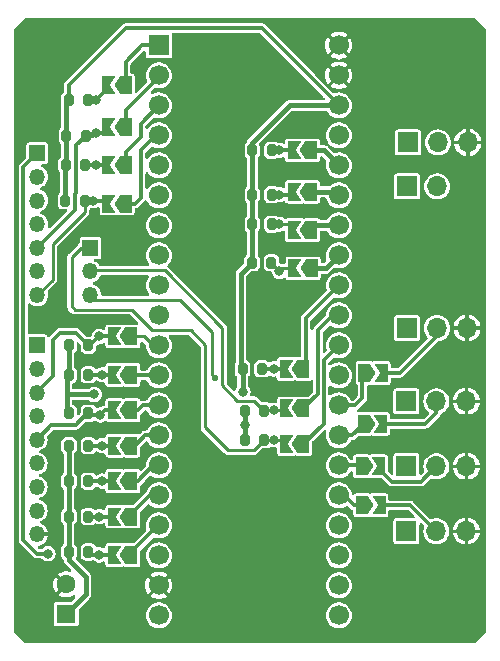
<source format=gbr>
%TF.GenerationSoftware,KiCad,Pcbnew,7.0.2*%
%TF.CreationDate,2023-07-25T22:56:35+09:00*%
%TF.ProjectId,bluepill_yoke,626c7565-7069-46c6-9c5f-796f6b652e6b,rev?*%
%TF.SameCoordinates,Original*%
%TF.FileFunction,Copper,L2,Bot*%
%TF.FilePolarity,Positive*%
%FSLAX46Y46*%
G04 Gerber Fmt 4.6, Leading zero omitted, Abs format (unit mm)*
G04 Created by KiCad (PCBNEW 7.0.2) date 2023-07-25 22:56:35*
%MOMM*%
%LPD*%
G01*
G04 APERTURE LIST*
G04 Aperture macros list*
%AMRoundRect*
0 Rectangle with rounded corners*
0 $1 Rounding radius*
0 $2 $3 $4 $5 $6 $7 $8 $9 X,Y pos of 4 corners*
0 Add a 4 corners polygon primitive as box body*
4,1,4,$2,$3,$4,$5,$6,$7,$8,$9,$2,$3,0*
0 Add four circle primitives for the rounded corners*
1,1,$1+$1,$2,$3*
1,1,$1+$1,$4,$5*
1,1,$1+$1,$6,$7*
1,1,$1+$1,$8,$9*
0 Add four rect primitives between the rounded corners*
20,1,$1+$1,$2,$3,$4,$5,0*
20,1,$1+$1,$4,$5,$6,$7,0*
20,1,$1+$1,$6,$7,$8,$9,0*
20,1,$1+$1,$8,$9,$2,$3,0*%
%AMFreePoly0*
4,1,6,1.000000,0.000000,0.500000,-0.750000,-0.500000,-0.750000,-0.500000,0.750000,0.500000,0.750000,1.000000,0.000000,1.000000,0.000000,$1*%
%AMFreePoly1*
4,1,6,0.500000,-0.750000,-0.650000,-0.750000,-0.150000,0.000000,-0.650000,0.750000,0.500000,0.750000,0.500000,-0.750000,0.500000,-0.750000,$1*%
G04 Aperture macros list end*
%TA.AperFunction,SMDPad,CuDef*%
%ADD10FreePoly0,0.000000*%
%TD*%
%TA.AperFunction,SMDPad,CuDef*%
%ADD11FreePoly1,0.000000*%
%TD*%
%TA.AperFunction,SMDPad,CuDef*%
%ADD12FreePoly0,180.000000*%
%TD*%
%TA.AperFunction,SMDPad,CuDef*%
%ADD13FreePoly1,180.000000*%
%TD*%
%TA.AperFunction,ComponentPad*%
%ADD14O,1.700000X1.700000*%
%TD*%
%TA.AperFunction,ComponentPad*%
%ADD15R,1.700000X1.700000*%
%TD*%
%TA.AperFunction,ComponentPad*%
%ADD16C,1.700000*%
%TD*%
%TA.AperFunction,ComponentPad*%
%ADD17C,1.600000*%
%TD*%
%TA.AperFunction,ComponentPad*%
%ADD18R,1.600000X1.600000*%
%TD*%
%TA.AperFunction,ComponentPad*%
%ADD19O,1.350000X1.350000*%
%TD*%
%TA.AperFunction,ComponentPad*%
%ADD20R,1.350000X1.350000*%
%TD*%
%TA.AperFunction,SMDPad,CuDef*%
%ADD21RoundRect,0.200000X0.200000X0.275000X-0.200000X0.275000X-0.200000X-0.275000X0.200000X-0.275000X0*%
%TD*%
%TA.AperFunction,ViaPad*%
%ADD22C,0.800000*%
%TD*%
%TA.AperFunction,ViaPad*%
%ADD23C,1.000000*%
%TD*%
%TA.AperFunction,ViaPad*%
%ADD24C,0.550000*%
%TD*%
%TA.AperFunction,Conductor*%
%ADD25C,0.300000*%
%TD*%
%TA.AperFunction,Conductor*%
%ADD26C,0.400000*%
%TD*%
%TA.AperFunction,Conductor*%
%ADD27C,0.250000*%
%TD*%
G04 APERTURE END LIST*
D10*
%TO.P,JP23,1,A*%
%TO.N,/PA3*%
X114700000Y-81600000D03*
D11*
%TO.P,JP23,2,B*%
%TO.N,Net-(J4-Pin_2)*%
X116150000Y-81600000D03*
%TD*%
D12*
%TO.P,JP1,1,A*%
%TO.N,/PB0*%
X110225000Y-72750000D03*
D13*
%TO.P,JP1,2,B*%
%TO.N,/S2_ORG*%
X108775000Y-72750000D03*
%TD*%
D12*
%TO.P,JP10,1,A*%
%TO.N,/PB9*%
X94975000Y-97000000D03*
D13*
%TO.P,JP10,2,B*%
%TO.N,/S1_BLU*%
X93525000Y-97000000D03*
%TD*%
D12*
%TO.P,JP14,1,A*%
%TO.N,/PB13*%
X94475000Y-60750000D03*
D13*
%TO.P,JP14,2,B*%
%TO.N,/S16_ORG*%
X93025000Y-60750000D03*
%TD*%
D12*
%TO.P,JP4,1,A*%
%TO.N,/PB4*%
X94975000Y-81750000D03*
D13*
%TO.P,JP4,2,B*%
%TO.N,/S7_GRY*%
X93525000Y-81750000D03*
%TD*%
D12*
%TO.P,JP19,1,A*%
%TO.N,/PA7*%
X109475000Y-81250000D03*
D13*
%TO.P,JP19,2,B*%
%TO.N,/S14_GRY*%
X108025000Y-81250000D03*
%TD*%
D12*
%TO.P,JP16,1,A*%
%TO.N,/PB15*%
X94475000Y-67250000D03*
D13*
%TO.P,JP16,2,B*%
%TO.N,/S18_YEL*%
X93025000Y-67250000D03*
%TD*%
D12*
%TO.P,JP5,1,A*%
%TO.N,/PB5*%
X94975000Y-84750000D03*
D13*
%TO.P,JP5,2,B*%
%TO.N,/S8_BLK*%
X93525000Y-84750000D03*
%TD*%
D12*
%TO.P,JP11,1,A*%
%TO.N,/PB10*%
X110200000Y-66250000D03*
D13*
%TO.P,JP11,2,B*%
%TO.N,/S3_GRY*%
X108750000Y-66250000D03*
%TD*%
D12*
%TO.P,JP15,1,A*%
%TO.N,/PB14*%
X94475000Y-64000000D03*
D13*
%TO.P,JP15,2,B*%
%TO.N,/S17_GRN*%
X93025000Y-64000000D03*
%TD*%
D10*
%TO.P,JP22,1,A*%
%TO.N,/PA2*%
X114650000Y-85900000D03*
D11*
%TO.P,JP22,2,B*%
%TO.N,Net-(J3-Pin_2)*%
X116100000Y-85900000D03*
%TD*%
D12*
%TO.P,JP18,1,A*%
%TO.N,/PA6*%
X109525000Y-84600000D03*
D13*
%TO.P,JP18,2,B*%
%TO.N,/S13_BLU*%
X108075000Y-84600000D03*
%TD*%
D12*
%TO.P,JP17,1,A*%
%TO.N,/PA5*%
X109525000Y-87600000D03*
D13*
%TO.P,JP17,2,B*%
%TO.N,/S12_YEL*%
X108075000Y-87600000D03*
%TD*%
D12*
%TO.P,JP8,1,A*%
%TO.N,/PB8*%
X94975000Y-93750000D03*
D13*
%TO.P,JP8,2,B*%
%TO.N,/S11_YEL*%
X93525000Y-93750000D03*
%TD*%
D12*
%TO.P,JP2,1,A*%
%TO.N,/PB1*%
X110200000Y-69500000D03*
D13*
%TO.P,JP2,2,B*%
%TO.N,/S5_PPL*%
X108750000Y-69500000D03*
%TD*%
D10*
%TO.P,JP20,1,A*%
%TO.N,/PA0*%
X114525000Y-92800000D03*
D11*
%TO.P,JP20,2,B*%
%TO.N,Net-(J1-Pin_2)*%
X115975000Y-92800000D03*
%TD*%
D12*
%TO.P,JP12,1,A*%
%TO.N,/PB11*%
X110175000Y-62750000D03*
D13*
%TO.P,JP12,2,B*%
%TO.N,/S4_WHT*%
X108725000Y-62750000D03*
%TD*%
D12*
%TO.P,JP3,1,A*%
%TO.N,/PB3*%
X94975000Y-78500000D03*
D13*
%TO.P,JP3,2,B*%
%TO.N,/S6_WHT*%
X93525000Y-78500000D03*
%TD*%
D12*
%TO.P,JP13,1,A*%
%TO.N,/PB12*%
X94475000Y-57250000D03*
D13*
%TO.P,JP13,2,B*%
%TO.N,/S15_PPL*%
X93025000Y-57250000D03*
%TD*%
D10*
%TO.P,JP21,1,A*%
%TO.N,/PA1*%
X114475000Y-89500000D03*
D11*
%TO.P,JP21,2,B*%
%TO.N,Net-(J2-Pin_2)*%
X115925000Y-89500000D03*
%TD*%
D12*
%TO.P,JP6,1,A*%
%TO.N,/PB6*%
X94975000Y-87750000D03*
D13*
%TO.P,JP6,2,B*%
%TO.N,/S9_BLU*%
X93525000Y-87750000D03*
%TD*%
D12*
%TO.P,JP7,1,A*%
%TO.N,/PB7*%
X94975000Y-90750000D03*
D13*
%TO.P,JP7,2,B*%
%TO.N,/S10_BRN*%
X93525000Y-90750000D03*
%TD*%
D14*
%TO.P,J9,3,Pin_3*%
%TO.N,GND*%
X123455000Y-62075000D03*
%TO.P,J9,2,Pin_2*%
%TO.N,Net-(J8-Pin_2)*%
X120915000Y-62075000D03*
D15*
%TO.P,J9,1,Pin_1*%
%TO.N,Net-(J8-Pin_1)*%
X118375000Y-62075000D03*
%TD*%
D14*
%TO.P,J8,2,Pin_2*%
%TO.N,Net-(J8-Pin_2)*%
X120865000Y-65800000D03*
D15*
%TO.P,J8,1,Pin_1*%
%TO.N,Net-(J8-Pin_1)*%
X118325000Y-65800000D03*
%TD*%
D16*
%TO.P,U1,40,GND*%
%TO.N,GND*%
X112524759Y-53860000D03*
%TO.P,U1,39,GND*%
X112524759Y-56400000D03*
%TO.P,U1,38,3V3*%
%TO.N,+3V3*%
X112524759Y-58940000D03*
%TO.P,U1,37,RST*%
%TO.N,unconnected-(U1-RST-Pad37)*%
X112524759Y-61480000D03*
%TO.P,U1,36,PB11*%
%TO.N,/PB11*%
X112524759Y-64020000D03*
%TO.P,U1,35,PB10*%
%TO.N,/PB10*%
X112524759Y-66560000D03*
%TO.P,U1,34,PB1*%
%TO.N,/PB1*%
X112524759Y-69100000D03*
%TO.P,U1,33,PB0*%
%TO.N,/PB0*%
X112524759Y-71640000D03*
%TO.P,U1,32,PA7*%
%TO.N,/PA7*%
X112524759Y-74180000D03*
%TO.P,U1,31,PA6*%
%TO.N,/PA6*%
X112524759Y-76720000D03*
%TO.P,U1,30,PA5*%
%TO.N,/PA5*%
X112524759Y-79260000D03*
%TO.P,U1,29,PA4*%
%TO.N,/PA4*%
X112524759Y-81800000D03*
%TO.P,U1,28,PA3*%
%TO.N,/PA3*%
X112524759Y-84340000D03*
%TO.P,U1,27,PA2*%
%TO.N,/PA2*%
X112524759Y-86880000D03*
%TO.P,U1,26,PA1*%
%TO.N,/PA1*%
X112524759Y-89420000D03*
%TO.P,U1,25,PA0*%
%TO.N,/PA0*%
X112524759Y-91960000D03*
%TO.P,U1,24,PC15*%
%TO.N,/PC15*%
X112524759Y-94500000D03*
%TO.P,U1,23,PC14*%
%TO.N,/PC14*%
X112524759Y-97040000D03*
%TO.P,U1,22,PC13*%
%TO.N,unconnected-(U1-PC13-Pad22)*%
X112524759Y-99580000D03*
%TO.P,U1,21,VBat*%
%TO.N,unconnected-(U1-VBat-Pad21)*%
X112524759Y-102120000D03*
%TO.P,U1,20,3V3*%
%TO.N,+3V3*%
X97284759Y-102120000D03*
%TO.P,U1,19,GND*%
%TO.N,GND*%
X97284759Y-99580000D03*
%TO.P,U1,18,5V*%
%TO.N,unconnected-(U1-5V-Pad18)*%
X97284759Y-97040000D03*
%TO.P,U1,17,PB9*%
%TO.N,/PB9*%
X97284759Y-94500000D03*
%TO.P,U1,16,PB8*%
%TO.N,/PB8*%
X97284759Y-91960000D03*
%TO.P,U1,15,PB7*%
%TO.N,/PB7*%
X97284759Y-89420000D03*
%TO.P,U1,14,PB6*%
%TO.N,/PB6*%
X97284759Y-86880000D03*
%TO.P,U1,13,PB5*%
%TO.N,/PB5*%
X97284759Y-84340000D03*
%TO.P,U1,12,PB4*%
%TO.N,/PB4*%
X97284759Y-81800000D03*
%TO.P,U1,11,PB3*%
%TO.N,/PB3*%
X97284759Y-79260000D03*
%TO.P,U1,10,PA15*%
%TO.N,/PA15*%
X97284759Y-76720000D03*
%TO.P,U1,9,PA12*%
%TO.N,/PA12*%
X97284759Y-74180000D03*
%TO.P,U1,8,PA11*%
%TO.N,/PA11*%
X97284759Y-71640000D03*
%TO.P,U1,7,PA10*%
%TO.N,/PA10*%
X97284759Y-69100000D03*
%TO.P,U1,6,PA9*%
%TO.N,/PA9*%
X97284759Y-66560000D03*
%TO.P,U1,5,PA8*%
%TO.N,/PA8*%
X97284759Y-64020000D03*
%TO.P,U1,4,PB15*%
%TO.N,/PB15*%
X97284759Y-61480000D03*
%TO.P,U1,3,PB14*%
%TO.N,/PB14*%
X97284759Y-58940000D03*
%TO.P,U1,2,PB13*%
%TO.N,/PB13*%
X97284759Y-56400000D03*
D15*
%TO.P,U1,1,PB12*%
%TO.N,/PB12*%
X97284759Y-53860000D03*
%TD*%
D17*
%TO.P,C23,2*%
%TO.N,GND*%
X89450000Y-99500000D03*
D18*
%TO.P,C23,1*%
%TO.N,+3V3*%
X89450000Y-102000000D03*
%TD*%
D19*
%TO.P,J7,3,Pin_3*%
%TO.N,/S14_GRY*%
X91500000Y-75000000D03*
%TO.P,J7,2,Pin_2*%
%TO.N,/S13_BLU*%
X91500000Y-73000000D03*
D20*
%TO.P,J7,1,Pin_1*%
%TO.N,/S12_YEL*%
X91500000Y-71000000D03*
%TD*%
D14*
%TO.P,J2,3,Pin_3*%
%TO.N,GND*%
X123330000Y-89500000D03*
%TO.P,J2,2,Pin_2*%
%TO.N,Net-(J2-Pin_2)*%
X120790000Y-89500000D03*
D15*
%TO.P,J2,1,Pin_1*%
%TO.N,+3V3*%
X118250000Y-89500000D03*
%TD*%
D14*
%TO.P,J4,3,Pin_3*%
%TO.N,GND*%
X123380000Y-77800000D03*
%TO.P,J4,2,Pin_2*%
%TO.N,Net-(J4-Pin_2)*%
X120840000Y-77800000D03*
D15*
%TO.P,J4,1,Pin_1*%
%TO.N,+3V3*%
X118300000Y-77800000D03*
%TD*%
D14*
%TO.P,J3,3,Pin_3*%
%TO.N,GND*%
X123330000Y-84000000D03*
%TO.P,J3,2,Pin_2*%
%TO.N,Net-(J3-Pin_2)*%
X120790000Y-84000000D03*
D15*
%TO.P,J3,1,Pin_1*%
%TO.N,+3V3*%
X118250000Y-84000000D03*
%TD*%
D19*
%TO.P,J6,7,Pin_7*%
%TO.N,/S18_YEL*%
X87000000Y-75000000D03*
%TO.P,J6,6,Pin_6*%
%TO.N,/S17_GRN*%
X87000000Y-73000000D03*
%TO.P,J6,5,Pin_5*%
%TO.N,/S16_ORG*%
X87000000Y-71000000D03*
%TO.P,J6,4,Pin_4*%
%TO.N,/S15_PPL*%
X87000000Y-69000000D03*
%TO.P,J6,3,Pin_3*%
%TO.N,/S4_WHT*%
X87000000Y-67000000D03*
%TO.P,J6,2,Pin_2*%
%TO.N,/S3_GRY*%
X87000000Y-65000000D03*
D20*
%TO.P,J6,1,Pin_1*%
%TO.N,/S1_BLU*%
X87000000Y-63000000D03*
%TD*%
D14*
%TO.P,J1,3,Pin_3*%
%TO.N,GND*%
X123330000Y-95000000D03*
%TO.P,J1,2,Pin_2*%
%TO.N,Net-(J1-Pin_2)*%
X120790000Y-95000000D03*
D15*
%TO.P,J1,1,Pin_1*%
%TO.N,+3V3*%
X118250000Y-95000000D03*
%TD*%
D19*
%TO.P,J5,9,Pin_9*%
%TO.N,GND*%
X86950000Y-95250000D03*
%TO.P,J5,8,Pin_8*%
%TO.N,/S11_YEL*%
X86950000Y-93250000D03*
%TO.P,J5,7,Pin_7*%
%TO.N,/S10_BRN*%
X86950000Y-91250000D03*
%TO.P,J5,6,Pin_6*%
%TO.N,/S9_BLU*%
X86950000Y-89250000D03*
%TO.P,J5,5,Pin_5*%
%TO.N,/S8_BLK*%
X86950000Y-87250000D03*
%TO.P,J5,4,Pin_4*%
%TO.N,/S7_GRY*%
X86950000Y-85250000D03*
%TO.P,J5,3,Pin_3*%
%TO.N,/S6_WHT*%
X86950000Y-83250000D03*
%TO.P,J5,2,Pin_2*%
%TO.N,/S5_PPL*%
X86950000Y-81250000D03*
D20*
%TO.P,J5,1,Pin_1*%
%TO.N,/S2_ORG*%
X86950000Y-79250000D03*
%TD*%
D21*
%TO.P,R8,2*%
%TO.N,+3V3*%
X89675000Y-81750000D03*
%TO.P,R8,1*%
%TO.N,/S7_GRY*%
X91325000Y-81750000D03*
%TD*%
%TO.P,R19,2*%
%TO.N,+3V3*%
X89375000Y-67000000D03*
%TO.P,R19,1*%
%TO.N,/S18_YEL*%
X91025000Y-67000000D03*
%TD*%
%TO.P,R6,2*%
%TO.N,+3V3*%
X105200000Y-69000000D03*
%TO.P,R6,1*%
%TO.N,/S5_PPL*%
X106850000Y-69000000D03*
%TD*%
%TO.P,R11,2*%
%TO.N,+3V3*%
X89675000Y-90750000D03*
%TO.P,R11,1*%
%TO.N,/S10_BRN*%
X91325000Y-90750000D03*
%TD*%
%TO.P,R13,2*%
%TO.N,+3V3*%
X89675000Y-96750000D03*
%TO.P,R13,1*%
%TO.N,/S1_BLU*%
X91325000Y-96750000D03*
%TD*%
%TO.P,R20,2*%
%TO.N,+3V3*%
X104575000Y-87250000D03*
%TO.P,R20,1*%
%TO.N,/S12_YEL*%
X106225000Y-87250000D03*
%TD*%
%TO.P,R17,2*%
%TO.N,+3V3*%
X89450000Y-61500000D03*
%TO.P,R17,1*%
%TO.N,/S16_ORG*%
X91100000Y-61500000D03*
%TD*%
%TO.P,R9,2*%
%TO.N,+3V3*%
X89675000Y-85000000D03*
%TO.P,R9,1*%
%TO.N,/S8_BLK*%
X91325000Y-85000000D03*
%TD*%
%TO.P,R14,2*%
%TO.N,+3V3*%
X105200000Y-66500000D03*
%TO.P,R14,1*%
%TO.N,/S3_GRY*%
X106850000Y-66500000D03*
%TD*%
%TO.P,R12,2*%
%TO.N,+3V3*%
X89675000Y-93750000D03*
%TO.P,R12,1*%
%TO.N,/S11_YEL*%
X91325000Y-93750000D03*
%TD*%
%TO.P,R15,2*%
%TO.N,+3V3*%
X105200000Y-62750000D03*
%TO.P,R15,1*%
%TO.N,/S4_WHT*%
X106850000Y-62750000D03*
%TD*%
%TO.P,R7,2*%
%TO.N,+3V3*%
X89675000Y-79250000D03*
%TO.P,R7,1*%
%TO.N,/S6_WHT*%
X91325000Y-79250000D03*
%TD*%
%TO.P,R21,2*%
%TO.N,+3V3*%
X104575000Y-84800000D03*
%TO.P,R21,1*%
%TO.N,/S13_BLU*%
X106225000Y-84800000D03*
%TD*%
%TO.P,R5,2*%
%TO.N,+3V3*%
X105175000Y-72250000D03*
%TO.P,R5,1*%
%TO.N,/S2_ORG*%
X106825000Y-72250000D03*
%TD*%
%TO.P,R18,2*%
%TO.N,+3V3*%
X89425000Y-64000000D03*
%TO.P,R18,1*%
%TO.N,/S17_GRN*%
X91075000Y-64000000D03*
%TD*%
%TO.P,R22,2*%
%TO.N,+3V3*%
X104375000Y-81250000D03*
%TO.P,R22,1*%
%TO.N,/S14_GRY*%
X106025000Y-81250000D03*
%TD*%
%TO.P,R16,2*%
%TO.N,+3V3*%
X89675000Y-58500000D03*
%TO.P,R16,1*%
%TO.N,/S15_PPL*%
X91325000Y-58500000D03*
%TD*%
%TO.P,R10,2*%
%TO.N,+3V3*%
X89675000Y-87750000D03*
%TO.P,R10,1*%
%TO.N,/S9_BLU*%
X91325000Y-87750000D03*
%TD*%
D22*
%TO.N,GND*%
X118200000Y-103200000D03*
X104500000Y-60900000D03*
X106600000Y-59100000D03*
X117200000Y-68600000D03*
X117300000Y-74500000D03*
%TO.N,+3V3*%
X91800000Y-83400000D03*
X104600000Y-86000000D03*
X104400000Y-83225500D03*
D23*
%TO.N,GND*%
X94500000Y-69500000D03*
X86000000Y-98000000D03*
X115000000Y-53500000D03*
X118500000Y-58250000D03*
X109500000Y-90500000D03*
X109000000Y-57500000D03*
X109500000Y-54500000D03*
X115000000Y-57000000D03*
X115500000Y-102000000D03*
X100000000Y-82000000D03*
X117000000Y-100500000D03*
X115000000Y-64000000D03*
X99500000Y-102000000D03*
X100500000Y-74000000D03*
X100000000Y-57000000D03*
X115500000Y-78500000D03*
X110000000Y-102000000D03*
X92500000Y-99250000D03*
X102750000Y-74000000D03*
X124000000Y-75200000D03*
X123600000Y-103100000D03*
X86000000Y-102500000D03*
X94500000Y-71500000D03*
X86500000Y-53500000D03*
X123500000Y-52500000D03*
X86000000Y-57000000D03*
X100250000Y-87250000D03*
X94500000Y-74000000D03*
X109500000Y-97000000D03*
X108000000Y-75000000D03*
X87500000Y-60000000D03*
X108400000Y-78400000D03*
X100000000Y-95500000D03*
X109500000Y-92000000D03*
X109500000Y-94500000D03*
X104000000Y-54500000D03*
X92500000Y-103500000D03*
X117000000Y-97500000D03*
X109500000Y-53000000D03*
D22*
%TO.N,/S2_ORG*%
X107500000Y-73000000D03*
%TO.N,/S5_PPL*%
X107500000Y-69000000D03*
%TO.N,/S6_WHT*%
X92250000Y-78500000D03*
%TO.N,/S7_GRY*%
X92500000Y-81750000D03*
%TO.N,/S8_BLK*%
X92349312Y-85150688D03*
%TO.N,/S9_BLU*%
X92500000Y-87750000D03*
%TO.N,/S10_BRN*%
X92500000Y-90750000D03*
%TO.N,/S11_YEL*%
X92250000Y-93750000D03*
%TO.N,/S1_BLU*%
X87900000Y-96900000D03*
X92250000Y-97000000D03*
%TO.N,/S3_GRY*%
X107500000Y-66500000D03*
%TO.N,/S4_WHT*%
X107500000Y-62750000D03*
%TO.N,/S15_PPL*%
X92000000Y-58500000D03*
%TO.N,/S16_ORG*%
X92000000Y-61250000D03*
%TO.N,/S17_GRN*%
X92000000Y-64000000D03*
%TO.N,/S18_YEL*%
X91750000Y-67000000D03*
%TO.N,/S12_YEL*%
X107000000Y-87250000D03*
%TO.N,/S13_BLU*%
X107000000Y-84750000D03*
D24*
%TO.N,/S14_GRY*%
X102055378Y-82044622D03*
D22*
X107000000Y-81250000D03*
%TD*%
D25*
%TO.N,Net-(J4-Pin_2)*%
X120840000Y-78450000D02*
X120840000Y-77800000D01*
X117690000Y-81600000D02*
X120840000Y-78450000D01*
X116150000Y-81600000D02*
X117690000Y-81600000D01*
D26*
%TO.N,+3V3*%
X104400000Y-81275000D02*
X104375000Y-81250000D01*
X104400000Y-83225500D02*
X104400000Y-81275000D01*
D27*
%TO.N,/S12_YEL*%
X105325000Y-88150000D02*
X106225000Y-87250000D01*
X103150000Y-88150000D02*
X105325000Y-88150000D01*
X101200000Y-86200000D02*
X103150000Y-88150000D01*
X101200000Y-79200000D02*
X101200000Y-86200000D01*
X96745000Y-77995000D02*
X99995000Y-77995000D01*
X95000000Y-76250000D02*
X96745000Y-77995000D01*
X89900000Y-75955635D02*
X90194365Y-76250000D01*
X89900000Y-71800000D02*
X89900000Y-75955635D01*
X90194365Y-76250000D02*
X95000000Y-76250000D01*
X99995000Y-77995000D02*
X101200000Y-79200000D01*
X90700000Y-71000000D02*
X89900000Y-71800000D01*
X91500000Y-71000000D02*
X90700000Y-71000000D01*
%TO.N,/S14_GRY*%
X91955000Y-75455000D02*
X91500000Y-75000000D01*
X101750000Y-78150000D02*
X99055000Y-75455000D01*
X99055000Y-75455000D02*
X91955000Y-75455000D01*
X101750000Y-81739244D02*
X101750000Y-78150000D01*
X102055378Y-82044622D02*
X101750000Y-81739244D01*
%TO.N,/S13_BLU*%
X103950000Y-83950000D02*
X105375000Y-83950000D01*
X102655378Y-82655378D02*
X103950000Y-83950000D01*
X97812882Y-72905000D02*
X102655378Y-77747496D01*
X105375000Y-83950000D02*
X106225000Y-84800000D01*
X91595000Y-72905000D02*
X97812882Y-72905000D01*
X102655378Y-77747496D02*
X102655378Y-82655378D01*
X91500000Y-73000000D02*
X91595000Y-72905000D01*
D26*
%TO.N,+3V3*%
X104600000Y-86000000D02*
X104600000Y-84825000D01*
X104600000Y-86000000D02*
X104600000Y-87225000D01*
X104600000Y-84825000D02*
X104575000Y-84800000D01*
X104600000Y-87225000D02*
X104575000Y-87250000D01*
D27*
%TO.N,/S12_YEL*%
X107725000Y-87250000D02*
X108075000Y-87600000D01*
D25*
%TO.N,/PA5*%
X111284759Y-80500000D02*
X112524759Y-79260000D01*
X111250000Y-85875000D02*
X111250000Y-80500000D01*
X109525000Y-87600000D02*
X111250000Y-85875000D01*
X111250000Y-80500000D02*
X111284759Y-80500000D01*
D27*
%TO.N,/S12_YEL*%
X107000000Y-87250000D02*
X107725000Y-87250000D01*
%TO.N,/S13_BLU*%
X107925000Y-84750000D02*
X108075000Y-84600000D01*
D25*
%TO.N,/PA6*%
X112030000Y-76720000D02*
X112524759Y-76720000D01*
D27*
%TO.N,/S13_BLU*%
X107000000Y-84750000D02*
X107925000Y-84750000D01*
D25*
%TO.N,/PA6*%
X110750000Y-78000000D02*
X112030000Y-76720000D01*
X110750000Y-83375000D02*
X110750000Y-78000000D01*
X109525000Y-84600000D02*
X110750000Y-83375000D01*
D27*
%TO.N,/S12_YEL*%
X106225000Y-87250000D02*
X107000000Y-87250000D01*
D26*
%TO.N,+3V3*%
X104250000Y-73175000D02*
X105175000Y-72250000D01*
X104375000Y-81250000D02*
X104250000Y-81125000D01*
X104250000Y-81125000D02*
X104250000Y-73175000D01*
D25*
%TO.N,/S14_GRY*%
X107000000Y-81250000D02*
X106025000Y-81250000D01*
D27*
%TO.N,/S13_BLU*%
X106275000Y-84750000D02*
X107000000Y-84750000D01*
X106225000Y-84800000D02*
X106275000Y-84750000D01*
D25*
%TO.N,/PA7*%
X109725000Y-81000000D02*
X109725000Y-76979759D01*
X109725000Y-76979759D02*
X112524759Y-74180000D01*
X109475000Y-81250000D02*
X109725000Y-81000000D01*
%TO.N,/S14_GRY*%
X107000000Y-81250000D02*
X108025000Y-81250000D01*
%TO.N,Net-(J1-Pin_2)*%
X118590000Y-92800000D02*
X120790000Y-95000000D01*
%TO.N,/PA0*%
X113800000Y-92800000D02*
X114525000Y-92800000D01*
X112960000Y-91960000D02*
X113800000Y-92800000D01*
X112524759Y-91960000D02*
X112960000Y-91960000D01*
%TO.N,Net-(J1-Pin_2)*%
X115975000Y-92800000D02*
X118590000Y-92800000D01*
%TO.N,Net-(J2-Pin_2)*%
X119490000Y-90800000D02*
X120790000Y-89500000D01*
X115975000Y-89775000D02*
X117000000Y-90800000D01*
X117000000Y-90800000D02*
X119490000Y-90800000D01*
X115975000Y-89500000D02*
X115975000Y-89775000D01*
%TO.N,/PA1*%
X114395000Y-89420000D02*
X114475000Y-89500000D01*
X112524759Y-89420000D02*
X114395000Y-89420000D01*
%TO.N,/PA2*%
X113670000Y-86880000D02*
X114650000Y-85900000D01*
X112524759Y-86880000D02*
X113670000Y-86880000D01*
%TO.N,Net-(J3-Pin_2)*%
X119850000Y-85900000D02*
X120790000Y-84960000D01*
X116100000Y-85900000D02*
X119850000Y-85900000D01*
X120790000Y-84960000D02*
X120790000Y-84000000D01*
D27*
%TO.N,/S2_ORG*%
X107500000Y-73000000D02*
X107750000Y-72750000D01*
X107750000Y-72750000D02*
X108775000Y-72750000D01*
D26*
%TO.N,/PB0*%
X110225000Y-72750000D02*
X111414759Y-72750000D01*
X111414759Y-72750000D02*
X112524759Y-71640000D01*
%TO.N,+3V3*%
X89675000Y-97425000D02*
X91100000Y-98850000D01*
X89450000Y-61500000D02*
X89450000Y-58725000D01*
X89675000Y-87750000D02*
X89675000Y-90750000D01*
D25*
X89675000Y-57225000D02*
X94500000Y-52400000D01*
D26*
X89675000Y-93750000D02*
X89675000Y-96750000D01*
X105200000Y-62750000D02*
X105200000Y-69000000D01*
D25*
X94500000Y-52400000D02*
X105984759Y-52400000D01*
D26*
X89500000Y-83200000D02*
X89500000Y-84825000D01*
X89675000Y-90750000D02*
X89675000Y-93750000D01*
X105175000Y-72250000D02*
X105200000Y-72225000D01*
X105200000Y-62750000D02*
X105200000Y-62100000D01*
X108360000Y-58940000D02*
X112524759Y-58940000D01*
X89675000Y-96750000D02*
X89675000Y-97425000D01*
X89675000Y-81750000D02*
X89675000Y-79250000D01*
D25*
X105984759Y-52400000D02*
X112524759Y-58940000D01*
D26*
X89375000Y-64050000D02*
X89425000Y-64000000D01*
X89450000Y-61500000D02*
X89450000Y-63975000D01*
X89450000Y-58725000D02*
X89675000Y-58500000D01*
X89500000Y-83200000D02*
X89500000Y-83400000D01*
D25*
X89675000Y-58500000D02*
X89675000Y-57225000D01*
D26*
X89675000Y-81750000D02*
X89500000Y-81925000D01*
X105200000Y-72225000D02*
X105200000Y-69000000D01*
X89450000Y-63975000D02*
X89425000Y-64000000D01*
X89500000Y-81925000D02*
X89500000Y-83200000D01*
X91100000Y-98850000D02*
X91100000Y-100350000D01*
X91100000Y-100350000D02*
X89450000Y-102000000D01*
X89500000Y-83400000D02*
X91800000Y-83400000D01*
X105200000Y-62100000D02*
X108360000Y-58940000D01*
X89500000Y-84825000D02*
X89675000Y-85000000D01*
X89375000Y-67000000D02*
X89375000Y-64050000D01*
D27*
%TO.N,/S2_ORG*%
X107500000Y-73000000D02*
X107500000Y-72925000D01*
X107500000Y-72925000D02*
X106825000Y-72250000D01*
%TO.N,/S5_PPL*%
X106850000Y-69000000D02*
X107500000Y-69000000D01*
X108250000Y-69000000D02*
X107500000Y-69000000D01*
X108750000Y-69500000D02*
X108250000Y-69000000D01*
D25*
%TO.N,/S6_WHT*%
X90275000Y-78200000D02*
X91325000Y-79250000D01*
X91325000Y-79250000D02*
X91500000Y-79250000D01*
X91500000Y-79250000D02*
X92250000Y-78500000D01*
X86950000Y-83205761D02*
X88300000Y-81855761D01*
X92250000Y-78500000D02*
X93525000Y-78500000D01*
X86950000Y-83250000D02*
X86950000Y-83205761D01*
X88900000Y-78200000D02*
X90275000Y-78200000D01*
X88300000Y-81855761D02*
X88300000Y-78800000D01*
X88300000Y-78800000D02*
X88900000Y-78200000D01*
%TO.N,/S7_GRY*%
X92500000Y-81750000D02*
X93525000Y-81750000D01*
X91325000Y-81750000D02*
X92500000Y-81750000D01*
%TO.N,/S8_BLK*%
X92349312Y-85150688D02*
X91475688Y-85150688D01*
X90250000Y-86000000D02*
X88200000Y-86000000D01*
X91325000Y-85000000D02*
X91250000Y-85000000D01*
X92750000Y-84750000D02*
X93525000Y-84750000D01*
X88200000Y-86000000D02*
X86950000Y-87250000D01*
X92349312Y-85150688D02*
X92750000Y-84750000D01*
X91250000Y-85000000D02*
X90250000Y-86000000D01*
X91475688Y-85150688D02*
X91325000Y-85000000D01*
%TO.N,/S9_BLU*%
X92500000Y-87750000D02*
X93525000Y-87750000D01*
X92500000Y-87750000D02*
X91325000Y-87750000D01*
%TO.N,/S10_BRN*%
X92500000Y-90750000D02*
X93525000Y-90750000D01*
X92500000Y-90750000D02*
X91325000Y-90750000D01*
%TO.N,/S11_YEL*%
X92250000Y-93750000D02*
X91325000Y-93750000D01*
X92250000Y-93750000D02*
X93525000Y-93750000D01*
%TO.N,/S1_BLU*%
X92250000Y-97000000D02*
X91575000Y-97000000D01*
X85825000Y-95715991D02*
X87009009Y-96900000D01*
X91575000Y-97000000D02*
X91325000Y-96750000D01*
X92250000Y-97000000D02*
X93525000Y-97000000D01*
X87009009Y-96900000D02*
X87900000Y-96900000D01*
X85825000Y-64175000D02*
X85825000Y-95715991D01*
X87000000Y-63000000D02*
X85825000Y-64175000D01*
%TO.N,/S3_GRY*%
X108750000Y-66250000D02*
X108500000Y-66500000D01*
X108500000Y-66500000D02*
X107500000Y-66500000D01*
X106850000Y-66500000D02*
X107500000Y-66500000D01*
%TO.N,/S4_WHT*%
X107500000Y-62750000D02*
X108725000Y-62750000D01*
X107500000Y-62750000D02*
X106850000Y-62750000D01*
%TO.N,/S15_PPL*%
X91325000Y-58500000D02*
X92000000Y-58500000D01*
X92000000Y-58500000D02*
X92012500Y-58500000D01*
X93025000Y-57487500D02*
X93025000Y-57250000D01*
X92012500Y-58500000D02*
X93025000Y-57487500D01*
%TO.N,/S16_ORG*%
X92000000Y-61250000D02*
X91750000Y-61500000D01*
X90200000Y-66430761D02*
X90200000Y-67800000D01*
X90275000Y-66355761D02*
X90200000Y-66430761D01*
X91750000Y-61500000D02*
X91100000Y-61500000D01*
X90275000Y-62325000D02*
X90275000Y-66355761D01*
X92000000Y-61250000D02*
X92525000Y-61250000D01*
X92525000Y-61250000D02*
X93025000Y-60750000D01*
X91100000Y-61500000D02*
X90275000Y-62325000D01*
X90200000Y-67800000D02*
X87000000Y-71000000D01*
%TO.N,/S17_GRN*%
X91075000Y-64000000D02*
X93025000Y-64000000D01*
D27*
%TO.N,/S18_YEL*%
X91025000Y-67975000D02*
X88300000Y-70700000D01*
X88300000Y-70700000D02*
X88300000Y-73700000D01*
X88300000Y-73700000D02*
X87000000Y-75000000D01*
X91025000Y-67000000D02*
X91025000Y-67975000D01*
D25*
X92775000Y-67000000D02*
X93025000Y-67250000D01*
X91750000Y-67000000D02*
X92775000Y-67000000D01*
D26*
%TO.N,/PB1*%
X110200000Y-69500000D02*
X110600000Y-69100000D01*
X110600000Y-69100000D02*
X112524759Y-69100000D01*
D27*
%TO.N,/PB3*%
X96760000Y-79260000D02*
X97284759Y-79260000D01*
X94975000Y-78500000D02*
X96000000Y-78500000D01*
X96000000Y-78500000D02*
X96760000Y-79260000D01*
D25*
%TO.N,/PB4*%
X94975000Y-81750000D02*
X95025000Y-81800000D01*
X95025000Y-81800000D02*
X97284759Y-81800000D01*
%TO.N,/PB5*%
X95910000Y-84340000D02*
X95500000Y-84750000D01*
X95500000Y-84750000D02*
X94975000Y-84750000D01*
X97284759Y-84340000D02*
X95910000Y-84340000D01*
%TO.N,/PB6*%
X97284759Y-86880000D02*
X96120000Y-86880000D01*
X95250000Y-87750000D02*
X94975000Y-87750000D01*
X96120000Y-86880000D02*
X95250000Y-87750000D01*
%TO.N,/PB7*%
X95500000Y-90750000D02*
X96830000Y-89420000D01*
X96830000Y-89420000D02*
X97284759Y-89420000D01*
X94975000Y-90750000D02*
X95500000Y-90750000D01*
%TO.N,/PB8*%
X94975000Y-93525000D02*
X94975000Y-93750000D01*
X97284759Y-91960000D02*
X96540000Y-91960000D01*
X96540000Y-91960000D02*
X94975000Y-93525000D01*
%TO.N,/PB9*%
X94975000Y-96775000D02*
X97250000Y-94500000D01*
X97250000Y-94500000D02*
X97284759Y-94500000D01*
X94975000Y-97000000D02*
X94975000Y-96775000D01*
D26*
%TO.N,/PB10*%
X112214759Y-66250000D02*
X112524759Y-66560000D01*
X110200000Y-66250000D02*
X112214759Y-66250000D01*
%TO.N,/PB11*%
X111254759Y-62750000D02*
X112524759Y-64020000D01*
X110175000Y-62750000D02*
X111254759Y-62750000D01*
D25*
%TO.N,/PB12*%
X94475000Y-55275000D02*
X95890000Y-53860000D01*
X94475000Y-57250000D02*
X94475000Y-55275000D01*
X95890000Y-53860000D02*
X97284759Y-53860000D01*
%TO.N,/PB13*%
X97284759Y-56557621D02*
X97284759Y-56400000D01*
X94475000Y-60750000D02*
X94475000Y-59367380D01*
X94475000Y-59367380D02*
X97284759Y-56557621D01*
%TO.N,/PB14*%
X95750000Y-60474759D02*
X97284759Y-58940000D01*
X94475000Y-62873528D02*
X95750000Y-61598528D01*
X95750000Y-61598528D02*
X95750000Y-60474759D01*
X94475000Y-64000000D02*
X94475000Y-62873528D01*
%TO.N,/PB15*%
X95250000Y-67250000D02*
X95750000Y-66750000D01*
X94475000Y-67250000D02*
X95250000Y-67250000D01*
X97020000Y-61480000D02*
X97284759Y-61480000D01*
X95750000Y-66750000D02*
X95750000Y-62750000D01*
X95750000Y-62750000D02*
X97020000Y-61480000D01*
%TO.N,/PA3*%
X113910000Y-84340000D02*
X114525000Y-83725000D01*
X112524759Y-84340000D02*
X113910000Y-84340000D01*
X114525000Y-83725000D02*
X114525000Y-81500000D01*
%TD*%
%TA.AperFunction,Conductor*%
%TO.N,GND*%
G36*
X105834543Y-52820185D02*
G01*
X105855185Y-52836819D01*
X111296185Y-58277819D01*
X111329670Y-58339142D01*
X111324686Y-58408834D01*
X111282814Y-58464767D01*
X111217350Y-58489184D01*
X111208504Y-58489500D01*
X108392262Y-58489500D01*
X108378379Y-58488720D01*
X108373926Y-58488218D01*
X108342964Y-58484729D01*
X108286784Y-58495358D01*
X108282219Y-58496134D01*
X108219761Y-58505549D01*
X108214834Y-58507170D01*
X108158964Y-58536699D01*
X108154825Y-58538789D01*
X108097949Y-58566179D01*
X108093708Y-58569188D01*
X108049046Y-58613849D01*
X108045709Y-58617063D01*
X107999394Y-58660037D01*
X107987968Y-58674926D01*
X104904264Y-61758631D01*
X104893898Y-61767895D01*
X104866031Y-61790118D01*
X104833824Y-61837356D01*
X104831144Y-61841132D01*
X104793633Y-61891959D01*
X104791301Y-61896578D01*
X104772674Y-61956966D01*
X104771225Y-61961369D01*
X104750369Y-62020973D01*
X104749500Y-62026089D01*
X104749500Y-62037371D01*
X104729815Y-62104410D01*
X104699136Y-62137140D01*
X104677849Y-62152850D01*
X104597207Y-62262117D01*
X104552353Y-62390303D01*
X104549770Y-62417848D01*
X104549769Y-62417861D01*
X104549500Y-62420734D01*
X104549500Y-63079266D01*
X104549769Y-63082139D01*
X104549770Y-63082151D01*
X104552353Y-63109696D01*
X104597207Y-63237882D01*
X104677848Y-63347148D01*
X104677849Y-63347148D01*
X104677850Y-63347150D01*
X104699134Y-63362858D01*
X104741384Y-63418502D01*
X104749500Y-63462627D01*
X104749500Y-65787371D01*
X104729815Y-65854410D01*
X104699134Y-65887141D01*
X104677848Y-65902850D01*
X104597207Y-66012115D01*
X104552353Y-66140303D01*
X104549770Y-66167848D01*
X104549769Y-66167861D01*
X104549500Y-66170734D01*
X104549500Y-66829266D01*
X104549769Y-66832139D01*
X104549770Y-66832151D01*
X104552353Y-66859696D01*
X104552353Y-66859698D01*
X104552354Y-66859699D01*
X104557814Y-66875304D01*
X104597207Y-66987882D01*
X104677848Y-67097148D01*
X104677849Y-67097148D01*
X104677850Y-67097150D01*
X104699134Y-67112858D01*
X104741384Y-67168502D01*
X104749500Y-67212627D01*
X104749500Y-68287371D01*
X104729815Y-68354410D01*
X104699134Y-68387141D01*
X104677848Y-68402850D01*
X104597207Y-68512115D01*
X104552353Y-68640303D01*
X104549770Y-68667848D01*
X104549769Y-68667861D01*
X104549500Y-68670734D01*
X104549500Y-69329266D01*
X104549769Y-69332139D01*
X104549770Y-69332151D01*
X104552353Y-69359696D01*
X104597207Y-69487882D01*
X104677848Y-69597148D01*
X104677849Y-69597148D01*
X104677850Y-69597150D01*
X104699134Y-69612858D01*
X104741384Y-69668502D01*
X104749500Y-69712627D01*
X104749499Y-71518920D01*
X104729814Y-71585960D01*
X104699134Y-71618689D01*
X104652849Y-71652849D01*
X104572207Y-71762115D01*
X104527353Y-71890303D01*
X104524770Y-71917848D01*
X104524769Y-71917861D01*
X104524500Y-71920734D01*
X104524500Y-71923625D01*
X104524500Y-71923626D01*
X104524500Y-72212033D01*
X104504815Y-72279072D01*
X104488181Y-72299714D01*
X103954264Y-72833631D01*
X103943898Y-72842895D01*
X103916031Y-72865118D01*
X103883824Y-72912356D01*
X103881144Y-72916132D01*
X103843633Y-72966959D01*
X103841301Y-72971578D01*
X103822674Y-73031966D01*
X103821225Y-73036369D01*
X103800369Y-73095973D01*
X103799500Y-73101089D01*
X103799500Y-73164261D01*
X103799413Y-73168898D01*
X103797050Y-73232029D01*
X103799500Y-73250635D01*
X103799500Y-80684334D01*
X103779815Y-80751373D01*
X103775270Y-80757967D01*
X103772207Y-80762116D01*
X103727353Y-80890303D01*
X103724770Y-80917848D01*
X103724769Y-80917861D01*
X103724500Y-80920734D01*
X103724500Y-81579266D01*
X103724769Y-81582139D01*
X103724770Y-81582151D01*
X103727353Y-81609696D01*
X103772207Y-81737884D01*
X103852847Y-81847148D01*
X103899132Y-81881307D01*
X103941383Y-81936954D01*
X103949499Y-81981078D01*
X103949499Y-82699741D01*
X103929814Y-82766780D01*
X103911300Y-82788386D01*
X103819780Y-82920976D01*
X103786665Y-83008294D01*
X103744487Y-83063997D01*
X103678890Y-83088054D01*
X103610699Y-83072827D01*
X103583042Y-83052004D01*
X103067197Y-82536159D01*
X103033712Y-82474836D01*
X103030878Y-82448478D01*
X103030878Y-77799299D01*
X103033517Y-77773852D01*
X103035745Y-77763228D01*
X103031830Y-77731818D01*
X103030878Y-77716481D01*
X103030878Y-77716384D01*
X103029704Y-77709347D01*
X103027452Y-77695853D01*
X103026720Y-77690830D01*
X103020244Y-77638871D01*
X103020242Y-77638867D01*
X103019267Y-77631043D01*
X103019197Y-77630823D01*
X103011683Y-77616939D01*
X102990537Y-77577865D01*
X102988200Y-77573325D01*
X102986281Y-77569399D01*
X102965204Y-77526285D01*
X102965203Y-77526284D01*
X102961738Y-77519196D01*
X102961603Y-77519015D01*
X102955797Y-77513670D01*
X102917269Y-77478202D01*
X102913596Y-77474677D01*
X98115031Y-72676111D01*
X98098904Y-72656253D01*
X98092965Y-72647162D01*
X98067992Y-72627725D01*
X98056475Y-72617554D01*
X98049134Y-72610213D01*
X98051720Y-72607626D01*
X98020210Y-72567464D01*
X98013646Y-72497903D01*
X98045732Y-72435837D01*
X98051824Y-72429885D01*
X98101523Y-72384579D01*
X98224432Y-72221821D01*
X98224432Y-72221819D01*
X98224434Y-72221818D01*
X98291921Y-72086284D01*
X98315341Y-72039250D01*
X98371156Y-71843083D01*
X98389974Y-71640000D01*
X98371156Y-71436917D01*
X98315341Y-71240750D01*
X98314968Y-71240001D01*
X98224434Y-71058181D01*
X98101522Y-70895419D01*
X97950800Y-70758018D01*
X97777397Y-70650652D01*
X97587216Y-70576976D01*
X97520388Y-70564484D01*
X97386735Y-70539500D01*
X97182783Y-70539500D01*
X97082543Y-70558238D01*
X96982301Y-70576976D01*
X96792120Y-70650652D01*
X96618717Y-70758018D01*
X96467995Y-70895419D01*
X96345083Y-71058181D01*
X96254177Y-71240748D01*
X96198361Y-71436916D01*
X96179544Y-71640000D01*
X96198361Y-71843083D01*
X96254177Y-72039251D01*
X96345083Y-72221818D01*
X96427363Y-72330773D01*
X96452055Y-72396134D01*
X96437490Y-72464469D01*
X96388293Y-72514082D01*
X96328409Y-72529500D01*
X92368624Y-72529500D01*
X92301585Y-72509815D01*
X92261236Y-72467498D01*
X92252870Y-72453007D01*
X92122691Y-72308429D01*
X91965300Y-72194078D01*
X91895002Y-72162780D01*
X91841765Y-72117530D01*
X91821443Y-72050681D01*
X91840488Y-71983457D01*
X91892854Y-71937201D01*
X91945437Y-71925500D01*
X92199675Y-71925500D01*
X92238142Y-71917848D01*
X92272740Y-71910966D01*
X92355601Y-71855601D01*
X92410966Y-71772740D01*
X92425500Y-71699674D01*
X92425500Y-70300326D01*
X92410966Y-70227260D01*
X92355601Y-70144399D01*
X92272740Y-70089034D01*
X92272739Y-70089033D01*
X92272738Y-70089033D01*
X92199675Y-70074500D01*
X92199674Y-70074500D01*
X90800326Y-70074500D01*
X90800325Y-70074500D01*
X90727261Y-70089033D01*
X90644399Y-70144399D01*
X90589033Y-70227261D01*
X90574500Y-70300325D01*
X90574500Y-70565978D01*
X90554815Y-70633017D01*
X90504964Y-70677377D01*
X90471715Y-70693632D01*
X90471505Y-70693788D01*
X90430719Y-70738093D01*
X90427172Y-70741789D01*
X89671108Y-71497852D01*
X89651254Y-71513976D01*
X89642165Y-71519914D01*
X89622722Y-71544894D01*
X89612563Y-71556398D01*
X89612484Y-71556476D01*
X89612479Y-71556482D01*
X89612480Y-71556482D01*
X89600390Y-71573414D01*
X89597341Y-71577504D01*
X89560354Y-71625024D01*
X89560237Y-71625253D01*
X89543057Y-71682955D01*
X89541495Y-71687831D01*
X89521941Y-71744792D01*
X89521906Y-71745034D01*
X89524394Y-71805191D01*
X89524500Y-71810315D01*
X89524500Y-75903831D01*
X89521861Y-75929277D01*
X89519633Y-75939902D01*
X89523548Y-75971311D01*
X89524500Y-75986648D01*
X89524500Y-75986751D01*
X89527918Y-76007237D01*
X89528657Y-76012305D01*
X89536107Y-76072073D01*
X89536185Y-76072317D01*
X89564827Y-76125243D01*
X89567171Y-76129797D01*
X89593634Y-76183927D01*
X89593779Y-76184121D01*
X89638092Y-76224914D01*
X89641790Y-76228462D01*
X89892215Y-76478888D01*
X89908341Y-76498744D01*
X89914281Y-76507836D01*
X89939255Y-76527274D01*
X89950773Y-76537446D01*
X89950847Y-76537520D01*
X89960775Y-76544608D01*
X89967764Y-76549598D01*
X89971873Y-76552662D01*
X90019406Y-76589658D01*
X90019597Y-76589757D01*
X90053966Y-76599988D01*
X90077320Y-76606941D01*
X90082157Y-76608490D01*
X90131705Y-76625500D01*
X90139162Y-76628060D01*
X90139395Y-76628093D01*
X90147274Y-76627767D01*
X90147277Y-76627768D01*
X90199558Y-76625605D01*
X90204681Y-76625500D01*
X94793101Y-76625500D01*
X94860140Y-76645185D01*
X94880782Y-76661819D01*
X95501874Y-77282911D01*
X95535359Y-77344234D01*
X95530375Y-77413926D01*
X95488503Y-77469859D01*
X95423039Y-77494276D01*
X95414193Y-77494592D01*
X94475000Y-77494592D01*
X94471973Y-77494891D01*
X94471947Y-77494893D01*
X94424911Y-77499551D01*
X94378999Y-77518625D01*
X94309537Y-77526167D01*
X94285974Y-77516666D01*
X94175001Y-77494592D01*
X94175000Y-77494592D01*
X93025000Y-77494592D01*
X93024999Y-77494592D01*
X92927261Y-77514033D01*
X92844399Y-77569399D01*
X92789033Y-77652261D01*
X92769592Y-77749999D01*
X92769592Y-77832932D01*
X92749907Y-77899971D01*
X92697103Y-77945726D01*
X92627945Y-77955670D01*
X92587965Y-77942728D01*
X92576226Y-77936567D01*
X92550692Y-77923165D01*
X92482364Y-77887303D01*
X92328985Y-77849500D01*
X92171015Y-77849500D01*
X92017635Y-77887303D01*
X91877761Y-77960716D01*
X91759515Y-78065471D01*
X91669780Y-78195476D01*
X91615337Y-78339033D01*
X91613763Y-78343182D01*
X91605895Y-78407988D01*
X91604989Y-78415446D01*
X91577367Y-78479624D01*
X91519433Y-78518681D01*
X91481893Y-78524500D01*
X91217254Y-78524500D01*
X91150215Y-78504815D01*
X91129573Y-78488181D01*
X90529690Y-77888296D01*
X90529675Y-77888283D01*
X90513342Y-77871950D01*
X90513341Y-77871949D01*
X90513339Y-77871947D01*
X90493599Y-77861889D01*
X90477014Y-77851726D01*
X90459090Y-77838704D01*
X90453806Y-77836987D01*
X90438019Y-77831857D01*
X90420044Y-77824412D01*
X90400302Y-77814353D01*
X90378418Y-77810886D01*
X90359507Y-77806346D01*
X90338435Y-77799500D01*
X90338433Y-77799500D01*
X90306519Y-77799500D01*
X88963433Y-77799500D01*
X88836567Y-77799500D01*
X88815491Y-77806347D01*
X88796582Y-77810886D01*
X88774696Y-77814353D01*
X88754956Y-77824411D01*
X88736985Y-77831855D01*
X88715910Y-77838703D01*
X88697984Y-77851727D01*
X88681398Y-77861891D01*
X88661658Y-77871949D01*
X88639091Y-77894517D01*
X88046064Y-78487542D01*
X87984741Y-78521027D01*
X87915049Y-78516043D01*
X87859116Y-78474171D01*
X87855290Y-78468765D01*
X87805601Y-78394399D01*
X87722740Y-78339034D01*
X87722739Y-78339033D01*
X87722738Y-78339033D01*
X87649675Y-78324500D01*
X87649674Y-78324500D01*
X86349500Y-78324500D01*
X86282461Y-78304815D01*
X86236706Y-78252011D01*
X86225500Y-78200500D01*
X86225500Y-75824638D01*
X86245185Y-75757599D01*
X86297989Y-75711844D01*
X86367147Y-75701900D01*
X86422385Y-75724320D01*
X86534699Y-75805921D01*
X86712431Y-75885052D01*
X86902724Y-75925500D01*
X86902726Y-75925500D01*
X87097276Y-75925500D01*
X87287568Y-75885052D01*
X87287569Y-75885051D01*
X87287571Y-75885051D01*
X87465299Y-75805922D01*
X87622692Y-75691569D01*
X87752870Y-75546992D01*
X87850144Y-75378508D01*
X87910262Y-75193482D01*
X87930598Y-75000000D01*
X87910262Y-74806518D01*
X87888190Y-74738589D01*
X87886196Y-74668753D01*
X87918439Y-74612596D01*
X88528889Y-74002146D01*
X88548741Y-73986025D01*
X88557836Y-73980084D01*
X88577277Y-73955104D01*
X88587449Y-73943587D01*
X88587520Y-73943517D01*
X88599614Y-73926576D01*
X88602648Y-73922508D01*
X88634809Y-73881189D01*
X88634809Y-73881187D01*
X88639666Y-73874948D01*
X88639753Y-73874779D01*
X88642010Y-73867199D01*
X88656954Y-73817001D01*
X88658491Y-73812202D01*
X88675500Y-73762660D01*
X88675500Y-73762656D01*
X88678060Y-73755199D01*
X88678095Y-73754965D01*
X88675606Y-73694792D01*
X88675500Y-73689668D01*
X88675500Y-70906899D01*
X88695185Y-70839860D01*
X88711819Y-70819218D01*
X89980537Y-69550500D01*
X90431037Y-69100000D01*
X96179544Y-69100000D01*
X96198361Y-69303083D01*
X96254177Y-69499251D01*
X96345083Y-69681818D01*
X96467995Y-69844580D01*
X96618717Y-69981981D01*
X96792120Y-70089347D01*
X96792122Y-70089348D01*
X96982303Y-70163024D01*
X97182783Y-70200500D01*
X97182785Y-70200500D01*
X97386733Y-70200500D01*
X97386735Y-70200500D01*
X97587215Y-70163024D01*
X97777396Y-70089348D01*
X97950800Y-69981981D01*
X98012757Y-69925500D01*
X98101522Y-69844580D01*
X98101523Y-69844579D01*
X98224432Y-69681821D01*
X98224432Y-69681819D01*
X98224434Y-69681818D01*
X98286751Y-69556667D01*
X98315341Y-69499250D01*
X98371156Y-69303083D01*
X98389974Y-69100000D01*
X98371156Y-68896917D01*
X98315341Y-68700750D01*
X98280020Y-68629815D01*
X98224434Y-68518181D01*
X98101522Y-68355419D01*
X97950800Y-68218018D01*
X97777397Y-68110652D01*
X97587216Y-68036976D01*
X97507571Y-68022088D01*
X97386735Y-67999500D01*
X97182783Y-67999500D01*
X97082543Y-68018238D01*
X96982301Y-68036976D01*
X96792120Y-68110652D01*
X96618717Y-68218018D01*
X96467995Y-68355419D01*
X96345083Y-68518181D01*
X96254177Y-68700748D01*
X96198361Y-68896916D01*
X96179544Y-69100000D01*
X90431037Y-69100000D01*
X91253892Y-68277144D01*
X91273743Y-68261024D01*
X91282836Y-68255084D01*
X91302280Y-68230101D01*
X91312453Y-68218584D01*
X91312520Y-68218518D01*
X91324619Y-68201570D01*
X91327641Y-68197515D01*
X91359809Y-68156189D01*
X91359810Y-68156185D01*
X91364666Y-68149947D01*
X91364753Y-68149778D01*
X91367008Y-68142200D01*
X91367010Y-68142199D01*
X91381951Y-68092009D01*
X91383479Y-68087238D01*
X91400500Y-68037660D01*
X91400500Y-68037655D01*
X91403060Y-68030199D01*
X91403093Y-68029970D01*
X91402767Y-68022090D01*
X91402768Y-68022088D01*
X91400605Y-67969806D01*
X91400500Y-67964684D01*
X91400500Y-67767980D01*
X91420185Y-67700941D01*
X91450865Y-67668211D01*
X91461313Y-67660500D01*
X91477154Y-67648808D01*
X91542781Y-67624837D01*
X91580462Y-67628180D01*
X91671015Y-67650500D01*
X91671016Y-67650500D01*
X91828985Y-67650500D01*
X91982365Y-67612696D01*
X92087968Y-67557270D01*
X92156473Y-67543545D01*
X92221526Y-67569037D01*
X92262471Y-67625652D01*
X92269592Y-67667067D01*
X92269592Y-68000000D01*
X92289033Y-68097738D01*
X92289033Y-68097739D01*
X92289034Y-68097740D01*
X92344399Y-68180601D01*
X92427260Y-68235966D01*
X92476130Y-68245687D01*
X92524999Y-68255408D01*
X92525000Y-68255408D01*
X93671974Y-68255408D01*
X93675000Y-68255408D01*
X93718972Y-68251099D01*
X93724567Y-68250552D01*
X93771241Y-68231276D01*
X93840718Y-68223879D01*
X93864163Y-68233360D01*
X93877258Y-68235965D01*
X93877260Y-68235966D01*
X93950588Y-68250552D01*
X93974999Y-68255408D01*
X93975000Y-68255408D01*
X94975001Y-68255408D01*
X95007580Y-68248927D01*
X95072740Y-68235966D01*
X95155601Y-68180601D01*
X95210966Y-68097740D01*
X95230408Y-68000000D01*
X95230408Y-67767567D01*
X95250093Y-67700528D01*
X95302897Y-67654773D01*
X95316079Y-67649639D01*
X95334505Y-67643653D01*
X95353414Y-67639112D01*
X95375304Y-67635646D01*
X95395042Y-67625587D01*
X95413016Y-67618142D01*
X95434090Y-67611296D01*
X95452021Y-67598267D01*
X95468598Y-67588109D01*
X95488342Y-67578050D01*
X95496674Y-67569717D01*
X95496680Y-67569713D01*
X96069713Y-66996681D01*
X96069716Y-66996674D01*
X96078050Y-66988342D01*
X96078050Y-66988341D01*
X96083440Y-66982952D01*
X96144764Y-66949469D01*
X96214456Y-66954456D01*
X96270388Y-66996329D01*
X96282118Y-67015365D01*
X96345083Y-67141818D01*
X96467995Y-67304580D01*
X96618717Y-67441981D01*
X96788317Y-67546992D01*
X96792122Y-67549348D01*
X96982303Y-67623024D01*
X97182783Y-67660500D01*
X97182785Y-67660500D01*
X97386733Y-67660500D01*
X97386735Y-67660500D01*
X97587215Y-67623024D01*
X97777396Y-67549348D01*
X97950800Y-67441981D01*
X98041059Y-67359699D01*
X98101522Y-67304580D01*
X98138655Y-67255408D01*
X98224432Y-67141821D01*
X98224432Y-67141819D01*
X98224434Y-67141818D01*
X98270072Y-67050161D01*
X98315341Y-66959250D01*
X98371156Y-66763083D01*
X98389974Y-66560000D01*
X98371156Y-66356917D01*
X98369179Y-66349970D01*
X98327081Y-66202011D01*
X98315341Y-66160750D01*
X98291704Y-66113280D01*
X98224434Y-65978181D01*
X98101522Y-65815419D01*
X97950800Y-65678018D01*
X97777397Y-65570652D01*
X97587216Y-65496976D01*
X97520388Y-65484484D01*
X97386735Y-65459500D01*
X97182783Y-65459500D01*
X97082543Y-65478238D01*
X96982301Y-65496976D01*
X96792120Y-65570652D01*
X96618717Y-65678018D01*
X96467995Y-65815419D01*
X96373454Y-65940613D01*
X96317345Y-65982249D01*
X96247633Y-65986940D01*
X96186451Y-65953198D01*
X96153224Y-65891735D01*
X96150500Y-65865886D01*
X96150500Y-64714113D01*
X96170185Y-64647074D01*
X96222989Y-64601319D01*
X96292147Y-64591375D01*
X96355703Y-64620400D01*
X96373454Y-64639387D01*
X96467993Y-64764578D01*
X96618717Y-64901981D01*
X96792120Y-65009347D01*
X96792122Y-65009348D01*
X96982303Y-65083024D01*
X97182783Y-65120500D01*
X97182785Y-65120500D01*
X97386733Y-65120500D01*
X97386735Y-65120500D01*
X97587215Y-65083024D01*
X97777396Y-65009348D01*
X97950800Y-64901981D01*
X98055518Y-64806518D01*
X98101522Y-64764580D01*
X98101524Y-64764578D01*
X98224432Y-64601821D01*
X98224432Y-64601819D01*
X98224434Y-64601818D01*
X98279877Y-64490472D01*
X98315341Y-64419250D01*
X98371156Y-64223083D01*
X98389974Y-64020000D01*
X98371156Y-63816917D01*
X98371155Y-63816915D01*
X98332370Y-63680600D01*
X98315341Y-63620750D01*
X98314968Y-63620001D01*
X98224434Y-63438181D01*
X98101522Y-63275419D01*
X97950800Y-63138018D01*
X97777397Y-63030652D01*
X97587216Y-62956976D01*
X97520388Y-62944484D01*
X97386735Y-62919500D01*
X97182783Y-62919500D01*
X97103519Y-62934317D01*
X96982301Y-62956976D01*
X96792120Y-63030652D01*
X96618717Y-63138018D01*
X96467995Y-63275419D01*
X96373454Y-63400613D01*
X96317345Y-63442249D01*
X96247633Y-63446940D01*
X96186451Y-63413198D01*
X96153224Y-63351735D01*
X96150500Y-63325886D01*
X96150500Y-62967254D01*
X96170185Y-62900215D01*
X96186819Y-62879573D01*
X96383404Y-62682988D01*
X96602192Y-62464199D01*
X96663513Y-62430716D01*
X96733204Y-62435700D01*
X96755146Y-62446453D01*
X96792122Y-62469348D01*
X96982303Y-62543024D01*
X97182783Y-62580500D01*
X97182785Y-62580500D01*
X97386733Y-62580500D01*
X97386735Y-62580500D01*
X97587215Y-62543024D01*
X97777396Y-62469348D01*
X97950800Y-62361981D01*
X98018432Y-62300326D01*
X98101522Y-62224580D01*
X98101523Y-62224579D01*
X98224432Y-62061821D01*
X98224432Y-62061819D01*
X98224434Y-62061818D01*
X98304549Y-61900923D01*
X98315341Y-61879250D01*
X98371156Y-61683083D01*
X98389974Y-61480000D01*
X98371156Y-61276917D01*
X98315341Y-61080750D01*
X98314968Y-61080001D01*
X98224434Y-60898181D01*
X98101522Y-60735419D01*
X97950800Y-60598018D01*
X97777397Y-60490652D01*
X97587216Y-60416976D01*
X97520388Y-60404484D01*
X97386735Y-60379500D01*
X97182783Y-60379500D01*
X97082543Y-60398238D01*
X96982301Y-60416976D01*
X96792120Y-60490652D01*
X96618717Y-60598018D01*
X96467995Y-60735419D01*
X96373454Y-60860613D01*
X96317345Y-60902249D01*
X96247633Y-60906940D01*
X96186451Y-60873198D01*
X96153224Y-60811735D01*
X96150500Y-60785886D01*
X96150500Y-60692013D01*
X96170185Y-60624974D01*
X96186815Y-60604336D01*
X96785215Y-60005935D01*
X96846536Y-59972452D01*
X96916227Y-59977436D01*
X96917514Y-59977924D01*
X96982303Y-60003024D01*
X97182783Y-60040500D01*
X97182785Y-60040500D01*
X97386733Y-60040500D01*
X97386735Y-60040500D01*
X97587215Y-60003024D01*
X97777396Y-59929348D01*
X97950800Y-59821981D01*
X98101523Y-59684579D01*
X98224432Y-59521821D01*
X98224432Y-59521819D01*
X98224434Y-59521818D01*
X98280020Y-59410185D01*
X98315341Y-59339250D01*
X98371156Y-59143083D01*
X98389974Y-58940000D01*
X98371156Y-58736917D01*
X98315341Y-58540750D01*
X98313324Y-58536699D01*
X98224434Y-58358181D01*
X98101522Y-58195419D01*
X97950800Y-58058018D01*
X97777397Y-57950652D01*
X97587216Y-57876976D01*
X97505928Y-57861781D01*
X97386735Y-57839500D01*
X97182783Y-57839500D01*
X96982303Y-57876976D01*
X96947658Y-57890397D01*
X96795026Y-57949526D01*
X96725403Y-57955387D01*
X96663663Y-57922677D01*
X96629408Y-57861781D01*
X96633515Y-57792032D01*
X96662550Y-57746221D01*
X96905288Y-57503482D01*
X96966609Y-57469999D01*
X97015748Y-57469276D01*
X97182783Y-57500500D01*
X97182785Y-57500500D01*
X97386733Y-57500500D01*
X97386735Y-57500500D01*
X97587215Y-57463024D01*
X97777396Y-57389348D01*
X97950800Y-57281981D01*
X98101523Y-57144579D01*
X98224432Y-56981821D01*
X98224432Y-56981819D01*
X98224434Y-56981818D01*
X98306399Y-56817208D01*
X98315341Y-56799250D01*
X98371156Y-56603083D01*
X98389974Y-56400000D01*
X98371156Y-56196917D01*
X98369232Y-56190156D01*
X98348959Y-56118904D01*
X98315341Y-56000750D01*
X98302543Y-55975048D01*
X98224434Y-55818181D01*
X98101522Y-55655419D01*
X97950800Y-55518018D01*
X97777397Y-55410652D01*
X97587216Y-55336976D01*
X97520388Y-55324484D01*
X97386735Y-55299500D01*
X97182783Y-55299500D01*
X97082543Y-55318237D01*
X96982301Y-55336976D01*
X96792120Y-55410652D01*
X96618717Y-55518018D01*
X96467995Y-55655419D01*
X96345083Y-55818181D01*
X96254177Y-56000748D01*
X96198361Y-56196916D01*
X96179544Y-56400000D01*
X96198361Y-56603083D01*
X96254176Y-56799250D01*
X96288391Y-56867964D01*
X96300651Y-56936750D01*
X96273777Y-57001244D01*
X96265071Y-57010915D01*
X95442089Y-57833897D01*
X95380766Y-57867382D01*
X95311074Y-57862398D01*
X95255141Y-57820526D01*
X95230724Y-57755062D01*
X95230408Y-57746216D01*
X95230408Y-56499999D01*
X95210966Y-56402261D01*
X95210966Y-56402260D01*
X95155601Y-56319399D01*
X95072740Y-56264034D01*
X95072739Y-56264033D01*
X95072738Y-56264033D01*
X94975308Y-56244653D01*
X94913397Y-56212268D01*
X94878823Y-56151552D01*
X94875500Y-56123036D01*
X94875500Y-55492253D01*
X94895185Y-55425214D01*
X94911814Y-55404577D01*
X95972578Y-54343814D01*
X96033901Y-54310329D01*
X96103593Y-54315313D01*
X96159526Y-54357185D01*
X96183943Y-54422649D01*
X96184259Y-54431495D01*
X96184259Y-54734674D01*
X96198792Y-54807738D01*
X96198792Y-54807739D01*
X96198793Y-54807740D01*
X96254158Y-54890601D01*
X96337019Y-54945966D01*
X96373552Y-54953233D01*
X96410084Y-54960500D01*
X96410085Y-54960500D01*
X98159434Y-54960500D01*
X98183788Y-54955655D01*
X98232499Y-54945966D01*
X98315360Y-54890601D01*
X98370725Y-54807740D01*
X98385259Y-54734674D01*
X98385259Y-52985326D01*
X98377971Y-52948692D01*
X98384199Y-52879100D01*
X98427062Y-52823923D01*
X98492951Y-52800678D01*
X98499589Y-52800500D01*
X105767504Y-52800500D01*
X105834543Y-52820185D01*
G37*
%TD.AperFunction*%
%TA.AperFunction,Conductor*%
G36*
X96402999Y-73300185D02*
G01*
X96448754Y-73352989D01*
X96458698Y-73422147D01*
X96434914Y-73479227D01*
X96345083Y-73598181D01*
X96254177Y-73780748D01*
X96198361Y-73976916D01*
X96183675Y-74135417D01*
X96179544Y-74180000D01*
X96181139Y-74197221D01*
X96198361Y-74383083D01*
X96254177Y-74579251D01*
X96345083Y-74761818D01*
X96434914Y-74880773D01*
X96459606Y-74946135D01*
X96445041Y-75014469D01*
X96395843Y-75064082D01*
X96335960Y-75079500D01*
X92550604Y-75079500D01*
X92483565Y-75059815D01*
X92437810Y-75007011D01*
X92427283Y-74968462D01*
X92424066Y-74937853D01*
X92410262Y-74806518D01*
X92350144Y-74621492D01*
X92274500Y-74490472D01*
X92252870Y-74453007D01*
X92122691Y-74308429D01*
X91965300Y-74194078D01*
X91783822Y-74113280D01*
X91730585Y-74068030D01*
X91710263Y-74001181D01*
X91729308Y-73933957D01*
X91781674Y-73887701D01*
X91783822Y-73886720D01*
X91796245Y-73881189D01*
X91965299Y-73805922D01*
X92118256Y-73694792D01*
X92122691Y-73691570D01*
X92132569Y-73680600D01*
X92252870Y-73546992D01*
X92350144Y-73378508D01*
X92354149Y-73366183D01*
X92393585Y-73308507D01*
X92457944Y-73281308D01*
X92472080Y-73280500D01*
X96335960Y-73280500D01*
X96402999Y-73300185D01*
G37*
%TD.AperFunction*%
%TA.AperFunction,Conductor*%
G36*
X124015469Y-51520185D02*
G01*
X124036111Y-51536819D01*
X124963181Y-52463888D01*
X124996666Y-52525211D01*
X124999500Y-52551569D01*
X124999500Y-103448429D01*
X124979815Y-103515468D01*
X124963181Y-103536110D01*
X124036111Y-104463181D01*
X123974788Y-104496666D01*
X123948430Y-104499500D01*
X86051569Y-104499500D01*
X85984530Y-104479815D01*
X85963888Y-104463181D01*
X85036819Y-103536111D01*
X85003334Y-103474788D01*
X85000500Y-103448430D01*
X85000500Y-99499999D01*
X88345287Y-99499999D01*
X88364096Y-99702992D01*
X88419885Y-99899068D01*
X88510753Y-100081556D01*
X88573379Y-100164487D01*
X88573380Y-100164487D01*
X89080998Y-99656869D01*
X89122359Y-99738045D01*
X89211955Y-99827641D01*
X89293128Y-99869001D01*
X88782321Y-100379809D01*
X88784262Y-100381579D01*
X88957588Y-100488899D01*
X89147679Y-100562540D01*
X89348072Y-100600000D01*
X89551928Y-100600000D01*
X89752320Y-100562540D01*
X89942415Y-100488897D01*
X90035680Y-100431150D01*
X90103040Y-100412593D01*
X90169740Y-100433401D01*
X90214601Y-100486966D01*
X90223382Y-100556281D01*
X90193294Y-100619341D01*
X90188639Y-100624257D01*
X89899716Y-100913181D01*
X89838393Y-100946666D01*
X89812035Y-100949500D01*
X88625325Y-100949500D01*
X88552261Y-100964033D01*
X88469399Y-101019399D01*
X88414033Y-101102261D01*
X88399500Y-101175325D01*
X88399500Y-102824674D01*
X88414033Y-102897738D01*
X88414033Y-102897739D01*
X88414034Y-102897740D01*
X88469399Y-102980601D01*
X88552260Y-103035966D01*
X88588792Y-103043233D01*
X88625325Y-103050500D01*
X88625326Y-103050500D01*
X90274675Y-103050500D01*
X90299029Y-103045655D01*
X90347740Y-103035966D01*
X90430601Y-102980601D01*
X90485966Y-102897740D01*
X90500500Y-102824674D01*
X90500500Y-102120000D01*
X96179544Y-102120000D01*
X96198361Y-102323083D01*
X96254177Y-102519251D01*
X96345083Y-102701818D01*
X96467995Y-102864580D01*
X96618717Y-103001981D01*
X96792120Y-103109347D01*
X96792122Y-103109348D01*
X96982303Y-103183024D01*
X97182783Y-103220500D01*
X97182785Y-103220500D01*
X97386733Y-103220500D01*
X97386735Y-103220500D01*
X97587215Y-103183024D01*
X97777396Y-103109348D01*
X97950800Y-103001981D01*
X98101523Y-102864579D01*
X98224432Y-102701821D01*
X98224432Y-102701819D01*
X98224434Y-102701818D01*
X98270072Y-102610161D01*
X98315341Y-102519250D01*
X98371156Y-102323083D01*
X98389974Y-102120000D01*
X98389974Y-102119999D01*
X111419544Y-102119999D01*
X111438361Y-102323083D01*
X111494177Y-102519251D01*
X111585083Y-102701818D01*
X111707995Y-102864580D01*
X111858717Y-103001981D01*
X112032120Y-103109347D01*
X112032122Y-103109348D01*
X112222303Y-103183024D01*
X112422783Y-103220500D01*
X112422785Y-103220500D01*
X112626733Y-103220500D01*
X112626735Y-103220500D01*
X112827215Y-103183024D01*
X113017396Y-103109348D01*
X113190800Y-103001981D01*
X113341523Y-102864579D01*
X113464432Y-102701821D01*
X113464432Y-102701819D01*
X113464434Y-102701818D01*
X113510072Y-102610161D01*
X113555341Y-102519250D01*
X113611156Y-102323083D01*
X113629974Y-102120000D01*
X113611156Y-101916917D01*
X113555341Y-101720750D01*
X113514119Y-101637964D01*
X113464434Y-101538181D01*
X113341522Y-101375419D01*
X113190800Y-101238018D01*
X113017397Y-101130652D01*
X112827216Y-101056976D01*
X112760388Y-101044484D01*
X112626735Y-101019500D01*
X112422783Y-101019500D01*
X112322542Y-101038238D01*
X112222301Y-101056976D01*
X112032120Y-101130652D01*
X111858717Y-101238018D01*
X111707995Y-101375419D01*
X111585083Y-101538181D01*
X111494177Y-101720748D01*
X111438361Y-101916916D01*
X111419544Y-102119999D01*
X98389974Y-102119999D01*
X98371156Y-101916917D01*
X98315341Y-101720750D01*
X98274119Y-101637964D01*
X98224434Y-101538181D01*
X98101522Y-101375419D01*
X97950800Y-101238018D01*
X97777397Y-101130652D01*
X97587216Y-101056976D01*
X97520388Y-101044484D01*
X97386735Y-101019500D01*
X97182783Y-101019500D01*
X97082542Y-101038238D01*
X96982301Y-101056976D01*
X96792120Y-101130652D01*
X96618717Y-101238018D01*
X96467995Y-101375419D01*
X96345083Y-101538181D01*
X96254177Y-101720748D01*
X96198361Y-101916916D01*
X96179544Y-102120000D01*
X90500500Y-102120000D01*
X90500500Y-101637963D01*
X90520185Y-101570925D01*
X90536814Y-101550288D01*
X91395749Y-100691353D01*
X91406098Y-100682105D01*
X91433970Y-100659879D01*
X91466182Y-100612630D01*
X91468820Y-100608911D01*
X91502793Y-100562883D01*
X91502795Y-100562877D01*
X91506379Y-100558021D01*
X91508694Y-100553437D01*
X91526656Y-100495203D01*
X91527323Y-100493038D01*
X91528759Y-100488672D01*
X91547646Y-100434700D01*
X91547646Y-100434695D01*
X91549637Y-100429006D01*
X91550500Y-100423932D01*
X91550500Y-100360737D01*
X91550587Y-100356100D01*
X91551766Y-100324580D01*
X91552724Y-100298990D01*
X91552723Y-100298988D01*
X91552949Y-100292967D01*
X91550499Y-100274359D01*
X91550499Y-99587680D01*
X91550499Y-99580000D01*
X96129832Y-99580000D01*
X96149496Y-99792219D01*
X96207821Y-99997208D01*
X96302818Y-100187989D01*
X96372442Y-100280184D01*
X96839943Y-99812683D01*
X96902998Y-99910798D01*
X97011659Y-100004952D01*
X97053039Y-100023850D01*
X96581685Y-100495203D01*
X96588761Y-100501652D01*
X96769961Y-100613846D01*
X96968698Y-100690837D01*
X97178198Y-100730000D01*
X97391320Y-100730000D01*
X97600819Y-100690837D01*
X97799557Y-100613846D01*
X97980755Y-100501654D01*
X97987830Y-100495203D01*
X97516477Y-100023850D01*
X97557859Y-100004952D01*
X97666520Y-99910798D01*
X97729574Y-99812683D01*
X98197075Y-100280184D01*
X98266698Y-100187989D01*
X98361696Y-99997208D01*
X98420021Y-99792219D01*
X98439685Y-99580000D01*
X111419544Y-99580000D01*
X111438361Y-99783083D01*
X111494177Y-99979251D01*
X111585083Y-100161818D01*
X111707995Y-100324580D01*
X111858717Y-100461981D01*
X112032120Y-100569347D01*
X112032122Y-100569348D01*
X112222303Y-100643024D01*
X112422783Y-100680500D01*
X112422785Y-100680500D01*
X112626733Y-100680500D01*
X112626735Y-100680500D01*
X112827215Y-100643024D01*
X113017396Y-100569348D01*
X113190800Y-100461981D01*
X113341523Y-100324579D01*
X113464432Y-100161821D01*
X113464432Y-100161819D01*
X113464434Y-100161818D01*
X113546399Y-99997208D01*
X113555341Y-99979250D01*
X113611156Y-99783083D01*
X113629974Y-99580000D01*
X113611156Y-99376917D01*
X113610568Y-99374852D01*
X113578446Y-99261955D01*
X113555341Y-99180750D01*
X113542543Y-99155048D01*
X113464434Y-98998181D01*
X113341522Y-98835419D01*
X113190800Y-98698018D01*
X113017397Y-98590652D01*
X112827216Y-98516976D01*
X112760388Y-98504483D01*
X112626735Y-98479500D01*
X112422783Y-98479500D01*
X112322542Y-98498238D01*
X112222301Y-98516976D01*
X112032120Y-98590652D01*
X111858717Y-98698018D01*
X111707995Y-98835419D01*
X111585083Y-98998181D01*
X111494177Y-99180748D01*
X111438361Y-99376916D01*
X111419544Y-99580000D01*
X98439685Y-99580000D01*
X98420021Y-99367780D01*
X98361696Y-99162791D01*
X98266698Y-98972010D01*
X98197074Y-98879815D01*
X97729573Y-99347315D01*
X97666520Y-99249202D01*
X97557859Y-99155048D01*
X97516477Y-99136149D01*
X97987831Y-98664795D01*
X97987831Y-98664794D01*
X97980759Y-98658349D01*
X97799556Y-98546153D01*
X97600819Y-98469162D01*
X97391320Y-98430000D01*
X97178198Y-98430000D01*
X96968698Y-98469162D01*
X96769960Y-98546153D01*
X96588760Y-98658347D01*
X96581685Y-98664794D01*
X96581685Y-98664795D01*
X97053040Y-99136149D01*
X97011659Y-99155048D01*
X96902998Y-99249202D01*
X96839944Y-99347316D01*
X96372442Y-98879814D01*
X96302817Y-98972011D01*
X96207821Y-99162791D01*
X96149496Y-99367780D01*
X96129832Y-99580000D01*
X91550499Y-99580000D01*
X91550499Y-98882243D01*
X91551277Y-98868397D01*
X91555270Y-98832965D01*
X91544635Y-98776761D01*
X91543864Y-98772220D01*
X91534448Y-98709744D01*
X91532842Y-98704861D01*
X91511665Y-98664795D01*
X91503296Y-98648961D01*
X91501241Y-98644892D01*
X91476425Y-98593358D01*
X91476423Y-98593356D01*
X91473807Y-98587923D01*
X91470827Y-98583723D01*
X91426165Y-98539062D01*
X91422946Y-98535721D01*
X91379958Y-98489391D01*
X91365067Y-98477964D01*
X90288361Y-97401258D01*
X90254876Y-97339935D01*
X90259860Y-97270243D01*
X90276273Y-97239942D01*
X90276667Y-97239406D01*
X90277793Y-97237882D01*
X90322646Y-97109699D01*
X90325500Y-97079266D01*
X90674500Y-97079266D01*
X90674769Y-97082139D01*
X90674770Y-97082151D01*
X90677353Y-97109696D01*
X90722207Y-97237884D01*
X90802849Y-97347150D01*
X90912115Y-97427792D01*
X90912118Y-97427793D01*
X91040301Y-97472646D01*
X91070734Y-97475500D01*
X91073627Y-97475500D01*
X91576373Y-97475500D01*
X91579266Y-97475500D01*
X91609699Y-97472646D01*
X91679238Y-97448313D01*
X91749018Y-97444751D01*
X91802417Y-97472536D01*
X91877760Y-97539283D01*
X92017635Y-97612696D01*
X92171015Y-97650500D01*
X92328985Y-97650500D01*
X92482365Y-97612696D01*
X92587968Y-97557270D01*
X92656473Y-97543545D01*
X92721526Y-97569037D01*
X92762471Y-97625652D01*
X92769592Y-97667067D01*
X92769592Y-97750000D01*
X92789033Y-97847738D01*
X92789033Y-97847739D01*
X92789034Y-97847740D01*
X92844399Y-97930601D01*
X92927260Y-97985966D01*
X92976130Y-97995687D01*
X93024999Y-98005408D01*
X93025000Y-98005408D01*
X94171974Y-98005408D01*
X94175000Y-98005408D01*
X94218972Y-98001099D01*
X94224567Y-98000552D01*
X94271241Y-97981276D01*
X94340718Y-97973879D01*
X94364163Y-97983360D01*
X94377258Y-97985965D01*
X94377260Y-97985966D01*
X94450588Y-98000552D01*
X94474999Y-98005408D01*
X94475000Y-98005408D01*
X95475001Y-98005408D01*
X95507579Y-97998927D01*
X95572740Y-97985966D01*
X95655601Y-97930601D01*
X95710966Y-97847740D01*
X95730408Y-97750000D01*
X95730408Y-97040000D01*
X96179544Y-97040000D01*
X96198361Y-97243083D01*
X96254177Y-97439251D01*
X96345083Y-97621818D01*
X96467995Y-97784580D01*
X96618717Y-97921981D01*
X96752979Y-98005112D01*
X96792122Y-98029348D01*
X96982303Y-98103024D01*
X97182783Y-98140500D01*
X97182785Y-98140500D01*
X97386733Y-98140500D01*
X97386735Y-98140500D01*
X97587215Y-98103024D01*
X97777396Y-98029348D01*
X97950800Y-97921981D01*
X98032241Y-97847738D01*
X98101522Y-97784580D01*
X98135724Y-97739289D01*
X98224432Y-97621821D01*
X98224432Y-97621819D01*
X98224434Y-97621818D01*
X98285990Y-97498195D01*
X98315341Y-97439250D01*
X98371156Y-97243083D01*
X98389974Y-97040000D01*
X111419544Y-97040000D01*
X111438361Y-97243083D01*
X111494177Y-97439251D01*
X111585083Y-97621818D01*
X111707995Y-97784580D01*
X111858717Y-97921981D01*
X111992979Y-98005112D01*
X112032122Y-98029348D01*
X112222303Y-98103024D01*
X112422783Y-98140500D01*
X112422785Y-98140500D01*
X112626733Y-98140500D01*
X112626735Y-98140500D01*
X112827215Y-98103024D01*
X113017396Y-98029348D01*
X113190800Y-97921981D01*
X113272241Y-97847738D01*
X113341522Y-97784580D01*
X113375724Y-97739289D01*
X113464432Y-97621821D01*
X113464432Y-97621819D01*
X113464434Y-97621818D01*
X113525990Y-97498195D01*
X113555341Y-97439250D01*
X113611156Y-97243083D01*
X113629974Y-97040000D01*
X113611156Y-96836917D01*
X113555341Y-96640750D01*
X113532798Y-96595477D01*
X113464434Y-96458181D01*
X113341522Y-96295419D01*
X113190800Y-96158018D01*
X113017397Y-96050652D01*
X112827216Y-95976976D01*
X112727162Y-95958273D01*
X112626735Y-95939500D01*
X112422783Y-95939500D01*
X112343449Y-95954330D01*
X112222301Y-95976976D01*
X112032120Y-96050652D01*
X111858717Y-96158018D01*
X111707995Y-96295419D01*
X111585083Y-96458181D01*
X111494177Y-96640748D01*
X111438361Y-96836916D01*
X111419544Y-97040000D01*
X98389974Y-97040000D01*
X98371156Y-96836917D01*
X98315341Y-96640750D01*
X98292798Y-96595477D01*
X98224434Y-96458181D01*
X98101522Y-96295419D01*
X97950800Y-96158018D01*
X97777397Y-96050652D01*
X97587216Y-95976976D01*
X97487162Y-95958273D01*
X97386735Y-95939500D01*
X97182783Y-95939500D01*
X97103449Y-95954330D01*
X96982301Y-95976976D01*
X96792120Y-96050652D01*
X96618717Y-96158018D01*
X96467995Y-96295419D01*
X96345083Y-96458181D01*
X96254177Y-96640748D01*
X96198361Y-96836916D01*
X96179544Y-97040000D01*
X95730408Y-97040000D01*
X95730408Y-96637345D01*
X95750093Y-96570307D01*
X95766722Y-96549669D01*
X96760161Y-95556230D01*
X96821482Y-95522747D01*
X96891173Y-95527731D01*
X96892633Y-95528286D01*
X96906621Y-95533705D01*
X96982303Y-95563024D01*
X97182783Y-95600500D01*
X97182785Y-95600500D01*
X97386733Y-95600500D01*
X97386735Y-95600500D01*
X97587215Y-95563024D01*
X97777396Y-95489348D01*
X97950800Y-95381981D01*
X98067056Y-95276000D01*
X98101522Y-95244580D01*
X98101523Y-95244579D01*
X98224432Y-95081821D01*
X98224432Y-95081819D01*
X98224434Y-95081818D01*
X98305309Y-94919397D01*
X98315341Y-94899250D01*
X98371156Y-94703083D01*
X98389974Y-94500000D01*
X98389974Y-94499999D01*
X111419544Y-94499999D01*
X111438361Y-94703083D01*
X111494177Y-94899251D01*
X111585083Y-95081818D01*
X111707995Y-95244580D01*
X111858717Y-95381981D01*
X112032120Y-95489347D01*
X112032122Y-95489348D01*
X112222303Y-95563024D01*
X112422783Y-95600500D01*
X112422785Y-95600500D01*
X112626733Y-95600500D01*
X112626735Y-95600500D01*
X112827215Y-95563024D01*
X113017396Y-95489348D01*
X113190800Y-95381981D01*
X113307056Y-95276000D01*
X113341522Y-95244580D01*
X113341523Y-95244579D01*
X113464432Y-95081821D01*
X113464432Y-95081819D01*
X113464434Y-95081818D01*
X113545309Y-94919397D01*
X113555341Y-94899250D01*
X113611156Y-94703083D01*
X113629974Y-94500000D01*
X113612115Y-94307271D01*
X113611156Y-94296916D01*
X113569496Y-94150500D01*
X113555341Y-94100750D01*
X113543203Y-94076373D01*
X113464434Y-93918181D01*
X113341522Y-93755419D01*
X113190800Y-93618018D01*
X113017397Y-93510652D01*
X112827216Y-93436976D01*
X112740327Y-93420734D01*
X112626735Y-93399500D01*
X112422783Y-93399500D01*
X112324629Y-93417848D01*
X112222301Y-93436976D01*
X112032120Y-93510652D01*
X111858717Y-93618018D01*
X111707995Y-93755419D01*
X111585083Y-93918181D01*
X111494177Y-94100748D01*
X111438361Y-94296916D01*
X111419544Y-94499999D01*
X98389974Y-94499999D01*
X98372115Y-94307271D01*
X98371156Y-94296916D01*
X98329496Y-94150500D01*
X98315341Y-94100750D01*
X98303203Y-94076373D01*
X98224434Y-93918181D01*
X98101522Y-93755419D01*
X97950800Y-93618018D01*
X97777397Y-93510652D01*
X97587216Y-93436976D01*
X97500327Y-93420734D01*
X97386735Y-93399500D01*
X97182783Y-93399500D01*
X97084629Y-93417848D01*
X96982301Y-93436976D01*
X96792120Y-93510652D01*
X96618717Y-93618018D01*
X96467995Y-93755419D01*
X96345083Y-93918181D01*
X96254177Y-94100748D01*
X96198361Y-94296916D01*
X96179544Y-94499999D01*
X96198361Y-94703083D01*
X96240919Y-94852655D01*
X96240333Y-94922523D01*
X96209334Y-94974271D01*
X95225334Y-95958273D01*
X95164011Y-95991758D01*
X95137653Y-95994592D01*
X94475000Y-95994592D01*
X94471973Y-95994891D01*
X94471947Y-95994893D01*
X94424911Y-95999551D01*
X94378999Y-96018625D01*
X94309537Y-96026167D01*
X94285974Y-96016666D01*
X94175001Y-95994592D01*
X94175000Y-95994592D01*
X93025000Y-95994592D01*
X93024999Y-95994592D01*
X92927261Y-96014033D01*
X92844399Y-96069399D01*
X92789033Y-96152261D01*
X92769592Y-96249999D01*
X92769592Y-96332932D01*
X92749907Y-96399971D01*
X92697103Y-96445726D01*
X92627945Y-96455670D01*
X92587965Y-96442728D01*
X92482364Y-96387303D01*
X92328985Y-96349500D01*
X92171015Y-96349500D01*
X92084728Y-96370767D01*
X92014926Y-96367697D01*
X91957864Y-96327377D01*
X91938012Y-96291323D01*
X91936605Y-96287303D01*
X91927793Y-96262118D01*
X91927792Y-96262115D01*
X91847150Y-96152849D01*
X91737884Y-96072207D01*
X91609696Y-96027353D01*
X91582151Y-96024770D01*
X91582139Y-96024769D01*
X91579266Y-96024500D01*
X91070734Y-96024500D01*
X91067861Y-96024769D01*
X91067848Y-96024770D01*
X91040303Y-96027353D01*
X90912115Y-96072207D01*
X90802849Y-96152849D01*
X90722207Y-96262115D01*
X90677353Y-96390303D01*
X90674770Y-96417848D01*
X90674769Y-96417861D01*
X90674500Y-96420734D01*
X90674500Y-97079266D01*
X90325500Y-97079266D01*
X90325500Y-96420734D01*
X90322646Y-96390301D01*
X90277793Y-96262118D01*
X90277792Y-96262115D01*
X90197151Y-96152850D01*
X90175866Y-96137141D01*
X90133615Y-96081493D01*
X90125500Y-96037371D01*
X90125500Y-94462627D01*
X90145185Y-94395588D01*
X90175863Y-94362859D01*
X90197150Y-94347150D01*
X90277793Y-94237882D01*
X90322646Y-94109699D01*
X90325500Y-94079266D01*
X90674500Y-94079266D01*
X90674769Y-94082139D01*
X90674770Y-94082151D01*
X90677353Y-94109696D01*
X90722207Y-94237884D01*
X90802849Y-94347150D01*
X90912115Y-94427792D01*
X90912118Y-94427793D01*
X91040301Y-94472646D01*
X91070734Y-94475500D01*
X91073627Y-94475500D01*
X91576373Y-94475500D01*
X91579266Y-94475500D01*
X91609699Y-94472646D01*
X91737882Y-94427793D01*
X91843203Y-94350062D01*
X91908831Y-94326092D01*
X91974462Y-94340036D01*
X92017635Y-94362696D01*
X92171015Y-94400500D01*
X92328985Y-94400500D01*
X92482365Y-94362696D01*
X92587968Y-94307270D01*
X92656473Y-94293545D01*
X92721526Y-94319037D01*
X92762471Y-94375652D01*
X92769592Y-94417067D01*
X92769592Y-94500000D01*
X92789033Y-94597738D01*
X92789033Y-94597739D01*
X92789034Y-94597740D01*
X92844399Y-94680601D01*
X92927260Y-94735966D01*
X92976130Y-94745687D01*
X93024999Y-94755408D01*
X93025000Y-94755408D01*
X94171974Y-94755408D01*
X94175000Y-94755408D01*
X94218972Y-94751099D01*
X94224567Y-94750552D01*
X94271241Y-94731276D01*
X94340718Y-94723879D01*
X94364163Y-94733360D01*
X94377258Y-94735965D01*
X94377260Y-94735966D01*
X94450588Y-94750552D01*
X94474999Y-94755408D01*
X94475000Y-94755408D01*
X95475001Y-94755408D01*
X95507580Y-94748927D01*
X95572740Y-94735966D01*
X95655601Y-94680601D01*
X95710966Y-94597740D01*
X95730408Y-94500000D01*
X95730408Y-93387345D01*
X95750093Y-93320306D01*
X95766722Y-93299669D01*
X96328730Y-92737661D01*
X96390051Y-92704178D01*
X96459743Y-92709162D01*
X96499947Y-92733707D01*
X96618717Y-92841981D01*
X96792120Y-92949347D01*
X96792122Y-92949348D01*
X96982303Y-93023024D01*
X97182783Y-93060500D01*
X97182785Y-93060500D01*
X97386733Y-93060500D01*
X97386735Y-93060500D01*
X97587215Y-93023024D01*
X97777396Y-92949348D01*
X97950800Y-92841981D01*
X98101523Y-92704579D01*
X98224432Y-92541821D01*
X98224432Y-92541819D01*
X98224434Y-92541818D01*
X98279187Y-92431858D01*
X98315341Y-92359250D01*
X98371156Y-92163083D01*
X98389974Y-91960000D01*
X111419544Y-91960000D01*
X111438361Y-92163083D01*
X111494177Y-92359251D01*
X111585083Y-92541818D01*
X111707995Y-92704580D01*
X111858717Y-92841981D01*
X112032120Y-92949347D01*
X112032122Y-92949348D01*
X112222303Y-93023024D01*
X112422783Y-93060500D01*
X112422785Y-93060500D01*
X112626733Y-93060500D01*
X112626735Y-93060500D01*
X112827215Y-93023024D01*
X113017396Y-92949348D01*
X113159659Y-92861262D01*
X113227017Y-92842706D01*
X113293717Y-92863514D01*
X113312616Y-92879008D01*
X113471950Y-93038342D01*
X113561658Y-93128050D01*
X113581395Y-93138106D01*
X113597990Y-93148276D01*
X113615908Y-93161295D01*
X113615909Y-93161295D01*
X113615910Y-93161296D01*
X113636979Y-93168141D01*
X113654949Y-93175584D01*
X113674696Y-93185646D01*
X113692197Y-93194563D01*
X113691194Y-93196531D01*
X113728118Y-93214032D01*
X113765053Y-93273341D01*
X113769592Y-93306582D01*
X113769592Y-93550000D01*
X113789033Y-93647738D01*
X113789033Y-93647739D01*
X113789034Y-93647740D01*
X113844399Y-93730601D01*
X113927260Y-93785966D01*
X113976130Y-93795687D01*
X114024999Y-93805408D01*
X114025000Y-93805408D01*
X115021948Y-93805408D01*
X115025000Y-93805408D01*
X115028047Y-93805106D01*
X115028052Y-93805106D01*
X115075087Y-93800449D01*
X115075089Y-93800448D01*
X115075090Y-93800448D01*
X115121000Y-93781374D01*
X115190461Y-93773833D01*
X115214025Y-93783333D01*
X115227259Y-93785965D01*
X115227260Y-93785966D01*
X115282691Y-93796992D01*
X115324999Y-93805408D01*
X115325000Y-93805408D01*
X116475001Y-93805408D01*
X116517309Y-93796992D01*
X116572740Y-93785966D01*
X116655601Y-93730601D01*
X116710966Y-93647740D01*
X116730408Y-93550000D01*
X116730408Y-93324500D01*
X116750093Y-93257461D01*
X116802897Y-93211706D01*
X116854408Y-93200500D01*
X118372745Y-93200500D01*
X118439784Y-93220185D01*
X118460426Y-93236819D01*
X118911426Y-93687819D01*
X118944911Y-93749142D01*
X118939927Y-93818834D01*
X118898055Y-93874767D01*
X118832591Y-93899184D01*
X118823745Y-93899500D01*
X117375325Y-93899500D01*
X117302261Y-93914033D01*
X117219399Y-93969399D01*
X117164033Y-94052261D01*
X117149500Y-94125325D01*
X117149500Y-95874674D01*
X117164033Y-95947738D01*
X117164033Y-95947739D01*
X117164034Y-95947740D01*
X117219399Y-96030601D01*
X117302260Y-96085966D01*
X117338792Y-96093233D01*
X117375325Y-96100500D01*
X117375326Y-96100500D01*
X119124675Y-96100500D01*
X119149029Y-96095655D01*
X119197740Y-96085966D01*
X119280601Y-96030601D01*
X119335966Y-95947740D01*
X119350500Y-95874674D01*
X119350500Y-94426253D01*
X119370185Y-94359215D01*
X119422989Y-94313460D01*
X119492147Y-94303516D01*
X119555703Y-94332541D01*
X119562153Y-94338546D01*
X119722276Y-94498669D01*
X119755759Y-94559990D01*
X119753859Y-94620282D01*
X119703603Y-94796914D01*
X119684785Y-94999999D01*
X119703602Y-95203083D01*
X119759418Y-95399251D01*
X119850324Y-95581818D01*
X119973236Y-95744580D01*
X120123958Y-95881981D01*
X120277381Y-95976976D01*
X120297363Y-95989348D01*
X120487544Y-96063024D01*
X120688024Y-96100500D01*
X120688026Y-96100500D01*
X120891974Y-96100500D01*
X120891976Y-96100500D01*
X121092456Y-96063024D01*
X121282637Y-95989348D01*
X121456041Y-95881981D01*
X121545424Y-95800498D01*
X121606763Y-95744580D01*
X121676255Y-95652558D01*
X121729673Y-95581821D01*
X121729673Y-95581819D01*
X121729675Y-95581818D01*
X121811640Y-95417208D01*
X121820582Y-95399250D01*
X121876397Y-95203083D01*
X121895215Y-95000000D01*
X121881316Y-94849999D01*
X122188972Y-94849999D01*
X122188973Y-94850000D01*
X122852935Y-94850000D01*
X122830000Y-94928111D01*
X122830000Y-95071889D01*
X122852935Y-95150000D01*
X122188973Y-95150000D01*
X122194738Y-95212218D01*
X122253062Y-95417208D01*
X122348058Y-95607988D01*
X122476497Y-95778067D01*
X122634003Y-95921654D01*
X122815201Y-96033846D01*
X123013939Y-96110837D01*
X123180000Y-96141879D01*
X123180000Y-95481170D01*
X123187685Y-95484680D01*
X123294237Y-95500000D01*
X123365763Y-95500000D01*
X123472315Y-95484680D01*
X123480000Y-95481170D01*
X123480000Y-96141879D01*
X123646060Y-96110837D01*
X123844798Y-96033846D01*
X124025996Y-95921654D01*
X124183502Y-95778067D01*
X124311941Y-95607988D01*
X124406937Y-95417208D01*
X124465261Y-95212218D01*
X124471027Y-95150000D01*
X123807065Y-95150000D01*
X123830000Y-95071889D01*
X123830000Y-94928111D01*
X123807065Y-94850000D01*
X124471027Y-94850000D01*
X124471027Y-94849999D01*
X124465261Y-94787781D01*
X124406937Y-94582791D01*
X124311941Y-94392011D01*
X124183502Y-94221932D01*
X124025996Y-94078345D01*
X123844798Y-93966153D01*
X123646061Y-93889162D01*
X123480000Y-93858119D01*
X123480000Y-94518829D01*
X123472315Y-94515320D01*
X123365763Y-94500000D01*
X123294237Y-94500000D01*
X123187685Y-94515320D01*
X123179999Y-94518829D01*
X123180000Y-93858119D01*
X123013938Y-93889162D01*
X122815201Y-93966153D01*
X122634003Y-94078345D01*
X122476497Y-94221932D01*
X122348058Y-94392011D01*
X122253062Y-94582791D01*
X122194738Y-94787781D01*
X122188972Y-94849999D01*
X121881316Y-94849999D01*
X121876397Y-94796917D01*
X121874473Y-94790156D01*
X121849699Y-94703083D01*
X121820582Y-94600750D01*
X121798914Y-94557235D01*
X121729675Y-94418181D01*
X121606763Y-94255419D01*
X121456041Y-94118018D01*
X121282638Y-94010652D01*
X121092457Y-93936976D01*
X120969726Y-93914034D01*
X120891976Y-93899500D01*
X120688024Y-93899500D01*
X120610279Y-93914033D01*
X120487542Y-93936976D01*
X120422926Y-93962008D01*
X120353303Y-93967868D01*
X120291563Y-93935157D01*
X120290454Y-93934061D01*
X118844690Y-92488296D01*
X118844675Y-92488283D01*
X118828342Y-92471950D01*
X118828341Y-92471949D01*
X118828339Y-92471947D01*
X118808599Y-92461889D01*
X118792014Y-92451726D01*
X118774090Y-92438704D01*
X118753020Y-92431858D01*
X118735044Y-92424412D01*
X118715302Y-92414353D01*
X118693418Y-92410886D01*
X118674507Y-92406346D01*
X118653435Y-92399500D01*
X118653433Y-92399500D01*
X118621519Y-92399500D01*
X116854408Y-92399500D01*
X116787369Y-92379815D01*
X116741614Y-92327011D01*
X116730408Y-92275500D01*
X116730408Y-92049999D01*
X116718120Y-91988227D01*
X116710966Y-91952260D01*
X116655601Y-91869399D01*
X116572740Y-91814034D01*
X116572739Y-91814033D01*
X116572738Y-91814033D01*
X116475001Y-91794592D01*
X116475000Y-91794592D01*
X115325000Y-91794592D01*
X115321992Y-91794886D01*
X115321985Y-91794887D01*
X115275433Y-91799447D01*
X115228758Y-91818724D01*
X115159281Y-91826119D01*
X115135839Y-91816639D01*
X115025001Y-91794592D01*
X115025000Y-91794592D01*
X114025000Y-91794592D01*
X114024999Y-91794592D01*
X113927261Y-91814033D01*
X113844395Y-91869401D01*
X113843017Y-91871465D01*
X113789404Y-91916269D01*
X113720079Y-91924975D01*
X113657052Y-91894818D01*
X113620334Y-91835374D01*
X113616447Y-91814017D01*
X113611156Y-91756917D01*
X113611156Y-91756916D01*
X113611156Y-91756915D01*
X113574620Y-91628507D01*
X113555341Y-91560750D01*
X113554968Y-91560001D01*
X113464434Y-91378181D01*
X113341522Y-91215419D01*
X113190800Y-91078018D01*
X113017397Y-90970652D01*
X112827216Y-90896976D01*
X112760388Y-90884484D01*
X112626735Y-90859500D01*
X112422783Y-90859500D01*
X112322543Y-90878238D01*
X112222301Y-90896976D01*
X112032120Y-90970652D01*
X111858717Y-91078018D01*
X111707995Y-91215419D01*
X111585083Y-91378181D01*
X111494177Y-91560748D01*
X111438361Y-91756916D01*
X111419544Y-91960000D01*
X98389974Y-91960000D01*
X98371156Y-91756917D01*
X98371155Y-91756915D01*
X98334620Y-91628507D01*
X98315341Y-91560750D01*
X98314968Y-91560001D01*
X98224434Y-91378181D01*
X98101522Y-91215419D01*
X97950800Y-91078018D01*
X97777397Y-90970652D01*
X97587216Y-90896976D01*
X97520388Y-90884484D01*
X97386735Y-90859500D01*
X97182783Y-90859500D01*
X97082543Y-90878238D01*
X96982301Y-90896976D01*
X96792120Y-90970652D01*
X96618717Y-91078018D01*
X96467995Y-91215419D01*
X96345083Y-91378181D01*
X96254177Y-91560748D01*
X96215792Y-91695653D01*
X96184207Y-91749399D01*
X95225334Y-92708273D01*
X95164011Y-92741758D01*
X95137653Y-92744592D01*
X94475000Y-92744592D01*
X94471973Y-92744891D01*
X94471947Y-92744893D01*
X94424911Y-92749551D01*
X94378999Y-92768625D01*
X94309537Y-92776167D01*
X94285974Y-92766666D01*
X94175001Y-92744592D01*
X94175000Y-92744592D01*
X93025000Y-92744592D01*
X93024999Y-92744592D01*
X92927261Y-92764033D01*
X92844399Y-92819399D01*
X92789033Y-92902261D01*
X92769592Y-92999999D01*
X92769592Y-93082932D01*
X92749907Y-93149971D01*
X92697103Y-93195726D01*
X92627945Y-93205670D01*
X92587965Y-93192728D01*
X92482364Y-93137303D01*
X92328985Y-93099500D01*
X92171015Y-93099500D01*
X92017634Y-93137303D01*
X91974460Y-93159963D01*
X91905951Y-93173687D01*
X91843202Y-93149936D01*
X91737882Y-93072207D01*
X91609699Y-93027354D01*
X91609698Y-93027353D01*
X91609696Y-93027353D01*
X91582151Y-93024770D01*
X91582139Y-93024769D01*
X91579266Y-93024500D01*
X91070734Y-93024500D01*
X91067861Y-93024769D01*
X91067848Y-93024770D01*
X91040303Y-93027353D01*
X90912115Y-93072207D01*
X90802849Y-93152849D01*
X90722207Y-93262115D01*
X90677353Y-93390303D01*
X90674770Y-93417848D01*
X90674769Y-93417861D01*
X90674500Y-93420734D01*
X90674500Y-94079266D01*
X90325500Y-94079266D01*
X90325500Y-93420734D01*
X90322646Y-93390301D01*
X90277793Y-93262118D01*
X90277792Y-93262115D01*
X90197151Y-93152850D01*
X90175866Y-93137141D01*
X90133615Y-93081493D01*
X90125500Y-93037371D01*
X90125500Y-91462627D01*
X90145185Y-91395588D01*
X90175863Y-91362859D01*
X90197150Y-91347150D01*
X90277793Y-91237882D01*
X90322646Y-91109699D01*
X90325500Y-91079266D01*
X90674500Y-91079266D01*
X90674769Y-91082139D01*
X90674770Y-91082151D01*
X90677353Y-91109696D01*
X90722207Y-91237884D01*
X90802849Y-91347150D01*
X90912115Y-91427792D01*
X90912118Y-91427793D01*
X91040301Y-91472646D01*
X91070734Y-91475500D01*
X91073627Y-91475500D01*
X91576373Y-91475500D01*
X91579266Y-91475500D01*
X91609699Y-91472646D01*
X91737882Y-91427793D01*
X91737882Y-91427792D01*
X91737884Y-91427792D01*
X91847149Y-91347151D01*
X91850097Y-91343157D01*
X91903400Y-91270933D01*
X91959045Y-91228683D01*
X92028701Y-91223224D01*
X92085392Y-91251749D01*
X92127760Y-91289283D01*
X92267635Y-91362696D01*
X92421015Y-91400500D01*
X92578985Y-91400500D01*
X92615917Y-91391397D01*
X92685716Y-91394464D01*
X92742779Y-91434783D01*
X92764535Y-91488553D01*
X92767209Y-91488022D01*
X92789033Y-91597738D01*
X92789033Y-91597739D01*
X92789034Y-91597740D01*
X92844399Y-91680601D01*
X92927260Y-91735966D01*
X92976130Y-91745687D01*
X93024999Y-91755408D01*
X93025000Y-91755408D01*
X94171974Y-91755408D01*
X94175000Y-91755408D01*
X94218972Y-91751099D01*
X94224567Y-91750552D01*
X94271241Y-91731276D01*
X94340718Y-91723879D01*
X94364163Y-91733360D01*
X94377258Y-91735965D01*
X94377260Y-91735966D01*
X94450588Y-91750552D01*
X94474999Y-91755408D01*
X94475000Y-91755408D01*
X95475001Y-91755408D01*
X95507580Y-91748927D01*
X95572740Y-91735966D01*
X95655601Y-91680601D01*
X95710966Y-91597740D01*
X95730408Y-91500000D01*
X95730408Y-91137347D01*
X95750093Y-91070308D01*
X95766727Y-91049666D01*
X96113386Y-90703007D01*
X96484847Y-90331544D01*
X96546170Y-90298060D01*
X96615861Y-90303044D01*
X96637800Y-90313796D01*
X96792122Y-90409348D01*
X96982303Y-90483024D01*
X97182783Y-90520500D01*
X97182785Y-90520500D01*
X97386733Y-90520500D01*
X97386735Y-90520500D01*
X97587215Y-90483024D01*
X97777396Y-90409348D01*
X97950800Y-90301981D01*
X98050912Y-90210717D01*
X98101522Y-90164580D01*
X98103905Y-90161425D01*
X98224432Y-90001821D01*
X98224432Y-90001819D01*
X98224434Y-90001818D01*
X98289526Y-89871094D01*
X98315341Y-89819250D01*
X98371156Y-89623083D01*
X98389974Y-89420000D01*
X98389974Y-89419999D01*
X111419544Y-89419999D01*
X111438361Y-89623083D01*
X111494177Y-89819251D01*
X111585083Y-90001818D01*
X111707995Y-90164580D01*
X111858717Y-90301981D01*
X112001363Y-90390303D01*
X112032122Y-90409348D01*
X112222303Y-90483024D01*
X112422783Y-90520500D01*
X112422785Y-90520500D01*
X112626733Y-90520500D01*
X112626735Y-90520500D01*
X112827215Y-90483024D01*
X113017396Y-90409348D01*
X113190800Y-90301981D01*
X113290912Y-90210717D01*
X113341522Y-90164580D01*
X113343905Y-90161425D01*
X113464432Y-90001821D01*
X113484592Y-89961333D01*
X113532091Y-89910099D01*
X113599754Y-89892676D01*
X113666095Y-89914600D01*
X113710051Y-89968910D01*
X113719591Y-90016605D01*
X113719591Y-90250000D01*
X113739033Y-90347738D01*
X113739033Y-90347739D01*
X113739034Y-90347740D01*
X113794399Y-90430601D01*
X113877260Y-90485966D01*
X113926129Y-90495687D01*
X113974999Y-90505408D01*
X113975000Y-90505408D01*
X114971948Y-90505408D01*
X114975000Y-90505408D01*
X114978047Y-90505106D01*
X114978052Y-90505106D01*
X115025087Y-90500449D01*
X115025089Y-90500448D01*
X115025090Y-90500448D01*
X115071000Y-90481374D01*
X115140461Y-90473833D01*
X115164025Y-90483333D01*
X115177259Y-90485965D01*
X115177260Y-90485966D01*
X115232761Y-90497006D01*
X115274999Y-90505408D01*
X115275000Y-90505408D01*
X116087653Y-90505408D01*
X116154692Y-90525093D01*
X116175334Y-90541727D01*
X116747770Y-91114163D01*
X116747776Y-91114168D01*
X116761658Y-91128050D01*
X116779904Y-91137347D01*
X116781394Y-91138106D01*
X116797982Y-91148271D01*
X116815910Y-91161296D01*
X116836979Y-91168141D01*
X116854958Y-91175588D01*
X116874696Y-91185646D01*
X116896580Y-91189112D01*
X116915494Y-91193653D01*
X116936567Y-91200500D01*
X119553433Y-91200500D01*
X119574499Y-91193655D01*
X119593414Y-91189112D01*
X119615304Y-91185646D01*
X119635042Y-91175587D01*
X119653016Y-91168142D01*
X119674090Y-91161296D01*
X119692021Y-91148267D01*
X119708598Y-91138109D01*
X119728342Y-91128050D01*
X119736674Y-91119717D01*
X119736680Y-91119713D01*
X119806727Y-91049666D01*
X120290456Y-90565935D01*
X120351777Y-90532452D01*
X120421468Y-90537436D01*
X120422755Y-90537924D01*
X120487544Y-90563024D01*
X120688024Y-90600500D01*
X120688026Y-90600500D01*
X120891974Y-90600500D01*
X120891976Y-90600500D01*
X121092456Y-90563024D01*
X121282637Y-90489348D01*
X121456041Y-90381981D01*
X121599522Y-90251181D01*
X121606763Y-90244580D01*
X121606764Y-90244579D01*
X121729673Y-90081821D01*
X121729673Y-90081819D01*
X121729675Y-90081818D01*
X121785896Y-89968910D01*
X121820582Y-89899250D01*
X121876397Y-89703083D01*
X121895215Y-89500000D01*
X121881316Y-89349999D01*
X122188972Y-89349999D01*
X122188973Y-89350000D01*
X122852935Y-89350000D01*
X122830000Y-89428111D01*
X122830000Y-89571889D01*
X122852935Y-89650000D01*
X122188973Y-89650000D01*
X122194738Y-89712218D01*
X122253062Y-89917208D01*
X122348058Y-90107988D01*
X122476497Y-90278067D01*
X122634003Y-90421654D01*
X122815201Y-90533846D01*
X123013939Y-90610837D01*
X123180000Y-90641879D01*
X123180000Y-89981170D01*
X123187685Y-89984680D01*
X123294237Y-90000000D01*
X123365763Y-90000000D01*
X123472315Y-89984680D01*
X123480000Y-89981170D01*
X123480000Y-90641879D01*
X123646060Y-90610837D01*
X123844798Y-90533846D01*
X124025996Y-90421654D01*
X124183502Y-90278067D01*
X124311941Y-90107988D01*
X124406937Y-89917208D01*
X124465261Y-89712218D01*
X124471027Y-89650000D01*
X123807065Y-89650000D01*
X123830000Y-89571889D01*
X123830000Y-89428111D01*
X123807065Y-89350000D01*
X124471027Y-89350000D01*
X124471027Y-89349999D01*
X124465261Y-89287781D01*
X124406937Y-89082791D01*
X124311941Y-88892011D01*
X124183502Y-88721932D01*
X124025996Y-88578345D01*
X123844798Y-88466153D01*
X123646061Y-88389162D01*
X123480000Y-88358119D01*
X123480000Y-89018829D01*
X123472315Y-89015320D01*
X123365763Y-89000000D01*
X123294237Y-89000000D01*
X123187685Y-89015320D01*
X123179999Y-89018829D01*
X123180000Y-88358119D01*
X123013938Y-88389162D01*
X122815201Y-88466153D01*
X122634003Y-88578345D01*
X122476497Y-88721932D01*
X122348058Y-88892011D01*
X122253062Y-89082791D01*
X122194738Y-89287781D01*
X122188972Y-89349999D01*
X121881316Y-89349999D01*
X121876397Y-89296917D01*
X121874473Y-89290156D01*
X121853634Y-89216916D01*
X121820582Y-89100750D01*
X121780125Y-89019500D01*
X121729675Y-88918181D01*
X121606763Y-88755419D01*
X121456041Y-88618018D01*
X121282638Y-88510652D01*
X121092457Y-88436976D01*
X120969726Y-88414034D01*
X120891976Y-88399500D01*
X120688024Y-88399500D01*
X120621599Y-88411917D01*
X120487542Y-88436976D01*
X120297361Y-88510652D01*
X120123958Y-88618018D01*
X119973236Y-88755419D01*
X119850324Y-88918181D01*
X119759418Y-89100748D01*
X119703602Y-89296916D01*
X119684785Y-89499999D01*
X119703603Y-89703085D01*
X119753859Y-89879716D01*
X119753273Y-89949583D01*
X119722274Y-90001331D01*
X119566765Y-90156842D01*
X119562182Y-90161425D01*
X119500858Y-90194910D01*
X119431167Y-90189926D01*
X119375233Y-90148055D01*
X119350816Y-90082590D01*
X119350500Y-90073744D01*
X119350500Y-89349999D01*
X119350500Y-88625326D01*
X119335966Y-88552260D01*
X119280601Y-88469399D01*
X119197740Y-88414034D01*
X119197739Y-88414033D01*
X119197738Y-88414033D01*
X119124675Y-88399500D01*
X119124674Y-88399500D01*
X117375326Y-88399500D01*
X117375325Y-88399500D01*
X117302261Y-88414033D01*
X117219399Y-88469399D01*
X117164033Y-88552261D01*
X117149500Y-88625325D01*
X117149500Y-90083745D01*
X117129815Y-90150784D01*
X117077011Y-90196539D01*
X117007853Y-90206483D01*
X116944297Y-90177458D01*
X116937819Y-90171426D01*
X116716726Y-89950333D01*
X116683241Y-89889010D01*
X116680407Y-89862652D01*
X116680407Y-89349999D01*
X116680408Y-88750000D01*
X116660966Y-88652260D01*
X116605601Y-88569399D01*
X116522740Y-88514034D01*
X116522739Y-88514033D01*
X116522738Y-88514033D01*
X116425001Y-88494592D01*
X116425000Y-88494592D01*
X115275000Y-88494592D01*
X115271992Y-88494886D01*
X115271985Y-88494887D01*
X115225433Y-88499447D01*
X115178758Y-88518724D01*
X115109281Y-88526119D01*
X115085839Y-88516639D01*
X114975001Y-88494592D01*
X114975000Y-88494592D01*
X113975000Y-88494592D01*
X113974999Y-88494592D01*
X113877261Y-88514033D01*
X113794399Y-88569399D01*
X113739033Y-88652261D01*
X113719592Y-88749999D01*
X113719592Y-88823393D01*
X113699907Y-88890432D01*
X113647103Y-88936187D01*
X113577945Y-88946131D01*
X113514389Y-88917106D01*
X113484592Y-88878665D01*
X113464432Y-88838179D01*
X113341522Y-88675419D01*
X113190800Y-88538018D01*
X113017397Y-88430652D01*
X112827216Y-88356976D01*
X112753289Y-88343157D01*
X112626735Y-88319500D01*
X112422783Y-88319500D01*
X112322543Y-88338238D01*
X112222301Y-88356976D01*
X112032120Y-88430652D01*
X111858717Y-88538018D01*
X111707995Y-88675419D01*
X111585083Y-88838181D01*
X111494177Y-89020748D01*
X111438361Y-89216916D01*
X111419544Y-89419999D01*
X98389974Y-89419999D01*
X98371156Y-89216917D01*
X98315341Y-89020750D01*
X98305009Y-89000000D01*
X98224434Y-88838181D01*
X98101522Y-88675419D01*
X97950800Y-88538018D01*
X97777397Y-88430652D01*
X97587216Y-88356976D01*
X97513289Y-88343157D01*
X97386735Y-88319500D01*
X97182783Y-88319500D01*
X97082543Y-88338238D01*
X96982301Y-88356976D01*
X96792120Y-88430652D01*
X96618717Y-88538018D01*
X96467995Y-88675419D01*
X96345083Y-88838181D01*
X96254177Y-89020748D01*
X96198361Y-89216916D01*
X96179544Y-89419998D01*
X96181302Y-89438977D01*
X96167884Y-89507546D01*
X96145511Y-89538094D01*
X95845996Y-89837609D01*
X95784673Y-89871094D01*
X95714981Y-89866110D01*
X95659048Y-89824238D01*
X95655645Y-89819429D01*
X95655601Y-89819400D01*
X95655601Y-89819399D01*
X95572740Y-89764034D01*
X95572739Y-89764033D01*
X95572738Y-89764033D01*
X95475001Y-89744592D01*
X95475000Y-89744592D01*
X94475000Y-89744592D01*
X94471973Y-89744891D01*
X94471947Y-89744893D01*
X94424911Y-89749551D01*
X94378999Y-89768625D01*
X94309537Y-89776167D01*
X94285974Y-89766666D01*
X94175001Y-89744592D01*
X94175000Y-89744592D01*
X93025000Y-89744592D01*
X93024999Y-89744592D01*
X92927261Y-89764033D01*
X92844399Y-89819399D01*
X92789033Y-89902261D01*
X92767209Y-90011978D01*
X92762890Y-90011119D01*
X92749746Y-90055493D01*
X92696833Y-90101122D01*
X92627651Y-90110900D01*
X92615918Y-90108602D01*
X92578987Y-90099500D01*
X92578985Y-90099500D01*
X92421015Y-90099500D01*
X92267635Y-90137303D01*
X92191129Y-90177458D01*
X92127760Y-90210717D01*
X92085395Y-90248249D01*
X92022161Y-90277969D01*
X91952898Y-90268785D01*
X91903400Y-90229066D01*
X91847150Y-90152850D01*
X91847149Y-90152849D01*
X91847148Y-90152847D01*
X91737884Y-90072207D01*
X91609696Y-90027353D01*
X91582151Y-90024770D01*
X91582139Y-90024769D01*
X91579266Y-90024500D01*
X91070734Y-90024500D01*
X91067861Y-90024769D01*
X91067848Y-90024770D01*
X91040303Y-90027353D01*
X90912115Y-90072207D01*
X90802849Y-90152849D01*
X90722207Y-90262115D01*
X90677353Y-90390303D01*
X90674770Y-90417848D01*
X90674769Y-90417861D01*
X90674500Y-90420734D01*
X90674500Y-91079266D01*
X90325500Y-91079266D01*
X90325500Y-90420734D01*
X90322646Y-90390301D01*
X90277793Y-90262118D01*
X90277792Y-90262115D01*
X90197151Y-90152850D01*
X90175866Y-90137141D01*
X90133615Y-90081493D01*
X90125500Y-90037371D01*
X90125500Y-88462627D01*
X90145185Y-88395588D01*
X90175863Y-88362859D01*
X90197150Y-88347150D01*
X90277793Y-88237882D01*
X90322646Y-88109699D01*
X90325500Y-88079266D01*
X90674500Y-88079266D01*
X90674769Y-88082139D01*
X90674770Y-88082151D01*
X90677353Y-88109696D01*
X90722207Y-88237884D01*
X90802849Y-88347150D01*
X90912115Y-88427792D01*
X90912118Y-88427793D01*
X91040301Y-88472646D01*
X91070734Y-88475500D01*
X91073627Y-88475500D01*
X91576373Y-88475500D01*
X91579266Y-88475500D01*
X91609699Y-88472646D01*
X91737882Y-88427793D01*
X91737882Y-88427792D01*
X91737884Y-88427792D01*
X91847149Y-88347151D01*
X91863866Y-88324500D01*
X91903400Y-88270933D01*
X91959045Y-88228683D01*
X92028701Y-88223224D01*
X92085392Y-88251749D01*
X92127760Y-88289283D01*
X92267635Y-88362696D01*
X92421015Y-88400500D01*
X92578985Y-88400500D01*
X92615917Y-88391397D01*
X92685716Y-88394464D01*
X92742779Y-88434783D01*
X92764535Y-88488553D01*
X92767209Y-88488022D01*
X92789033Y-88597738D01*
X92789033Y-88597739D01*
X92789034Y-88597740D01*
X92844399Y-88680601D01*
X92927260Y-88735966D01*
X92976130Y-88745687D01*
X93024999Y-88755408D01*
X93025000Y-88755408D01*
X94171974Y-88755408D01*
X94175000Y-88755408D01*
X94218972Y-88751099D01*
X94224567Y-88750552D01*
X94271241Y-88731276D01*
X94340718Y-88723879D01*
X94364163Y-88733360D01*
X94377258Y-88735965D01*
X94377260Y-88735966D01*
X94447808Y-88749999D01*
X94474999Y-88755408D01*
X94475000Y-88755408D01*
X95475001Y-88755408D01*
X95507580Y-88748927D01*
X95572740Y-88735966D01*
X95655601Y-88680601D01*
X95710966Y-88597740D01*
X95730408Y-88500000D01*
X95730407Y-87887345D01*
X95750093Y-87820307D01*
X95766727Y-87799665D01*
X95941813Y-87624579D01*
X96143273Y-87423118D01*
X96204594Y-87389635D01*
X96274285Y-87394619D01*
X96330219Y-87436490D01*
X96341951Y-87455526D01*
X96345085Y-87461820D01*
X96467995Y-87624580D01*
X96618717Y-87761981D01*
X96791466Y-87868942D01*
X96792122Y-87869348D01*
X96982303Y-87943024D01*
X97182783Y-87980500D01*
X97182785Y-87980500D01*
X97386733Y-87980500D01*
X97386735Y-87980500D01*
X97587215Y-87943024D01*
X97777396Y-87869348D01*
X97950800Y-87761981D01*
X98101523Y-87624579D01*
X98224432Y-87461821D01*
X98224432Y-87461819D01*
X98224434Y-87461818D01*
X98280496Y-87349229D01*
X98315341Y-87279250D01*
X98371156Y-87083083D01*
X98389974Y-86880000D01*
X98371156Y-86676917D01*
X98369614Y-86671499D01*
X98331477Y-86537461D01*
X98315341Y-86480750D01*
X98304372Y-86458721D01*
X98224434Y-86298181D01*
X98101522Y-86135419D01*
X97950800Y-85998018D01*
X97777397Y-85890652D01*
X97587216Y-85816976D01*
X97480309Y-85796992D01*
X97386735Y-85779500D01*
X97182783Y-85779500D01*
X97089209Y-85796992D01*
X96982301Y-85816976D01*
X96792120Y-85890652D01*
X96618717Y-85998018D01*
X96467995Y-86135419D01*
X96345087Y-86298177D01*
X96345086Y-86298178D01*
X96345086Y-86298179D01*
X96289020Y-86410773D01*
X96241520Y-86462008D01*
X96178022Y-86479500D01*
X96056567Y-86479500D01*
X96035491Y-86486347D01*
X96016580Y-86490887D01*
X95994693Y-86494354D01*
X95974952Y-86504412D01*
X95956987Y-86511854D01*
X95935910Y-86518703D01*
X95917982Y-86531728D01*
X95901402Y-86541888D01*
X95881658Y-86551948D01*
X95861400Y-86572207D01*
X95859094Y-86574513D01*
X95859091Y-86574516D01*
X95700371Y-86733234D01*
X95639050Y-86766718D01*
X95588500Y-86767169D01*
X95475001Y-86744592D01*
X95475000Y-86744592D01*
X94475000Y-86744592D01*
X94471973Y-86744891D01*
X94471947Y-86744893D01*
X94424911Y-86749551D01*
X94378999Y-86768625D01*
X94309537Y-86776167D01*
X94285974Y-86766666D01*
X94175001Y-86744592D01*
X94175000Y-86744592D01*
X93025000Y-86744592D01*
X93024999Y-86744592D01*
X92927261Y-86764033D01*
X92844399Y-86819399D01*
X92789033Y-86902261D01*
X92767209Y-87011978D01*
X92762890Y-87011119D01*
X92749746Y-87055493D01*
X92696833Y-87101122D01*
X92627651Y-87110900D01*
X92615918Y-87108602D01*
X92578987Y-87099500D01*
X92578985Y-87099500D01*
X92421015Y-87099500D01*
X92267635Y-87137303D01*
X92175905Y-87185448D01*
X92127760Y-87210717D01*
X92085519Y-87248139D01*
X92085395Y-87248249D01*
X92022161Y-87277969D01*
X91952898Y-87268785D01*
X91903400Y-87229066D01*
X91847150Y-87152850D01*
X91847149Y-87152849D01*
X91847148Y-87152847D01*
X91737884Y-87072207D01*
X91609696Y-87027353D01*
X91582151Y-87024770D01*
X91582139Y-87024769D01*
X91579266Y-87024500D01*
X91070734Y-87024500D01*
X91067861Y-87024769D01*
X91067848Y-87024770D01*
X91040303Y-87027353D01*
X90912115Y-87072207D01*
X90802849Y-87152849D01*
X90722207Y-87262115D01*
X90677353Y-87390303D01*
X90674770Y-87417848D01*
X90674769Y-87417861D01*
X90674500Y-87420734D01*
X90674500Y-88079266D01*
X90325500Y-88079266D01*
X90325500Y-87420734D01*
X90322646Y-87390301D01*
X90280126Y-87268785D01*
X90277792Y-87262115D01*
X90197150Y-87152849D01*
X90087884Y-87072207D01*
X89959696Y-87027353D01*
X89932151Y-87024770D01*
X89932139Y-87024769D01*
X89929266Y-87024500D01*
X89420734Y-87024500D01*
X89417861Y-87024769D01*
X89417848Y-87024770D01*
X89390303Y-87027353D01*
X89262115Y-87072207D01*
X89152849Y-87152849D01*
X89072207Y-87262115D01*
X89027353Y-87390303D01*
X89024770Y-87417848D01*
X89024769Y-87417861D01*
X89024500Y-87420734D01*
X89024500Y-88079266D01*
X89024769Y-88082139D01*
X89024770Y-88082151D01*
X89027353Y-88109696D01*
X89072207Y-88237882D01*
X89152848Y-88347148D01*
X89152849Y-88347148D01*
X89152850Y-88347150D01*
X89174134Y-88362858D01*
X89216384Y-88418502D01*
X89224500Y-88462627D01*
X89224500Y-90037371D01*
X89204815Y-90104410D01*
X89174134Y-90137141D01*
X89152848Y-90152850D01*
X89072207Y-90262115D01*
X89027353Y-90390303D01*
X89024770Y-90417848D01*
X89024769Y-90417861D01*
X89024500Y-90420734D01*
X89024500Y-91079266D01*
X89024769Y-91082139D01*
X89024770Y-91082151D01*
X89027353Y-91109696D01*
X89027353Y-91109698D01*
X89027354Y-91109699D01*
X89040851Y-91148271D01*
X89072207Y-91237882D01*
X89152848Y-91347148D01*
X89152849Y-91347148D01*
X89152850Y-91347150D01*
X89174134Y-91362858D01*
X89216384Y-91418502D01*
X89224500Y-91462627D01*
X89224500Y-93037371D01*
X89204815Y-93104410D01*
X89174134Y-93137141D01*
X89152848Y-93152850D01*
X89072207Y-93262115D01*
X89027353Y-93390303D01*
X89024770Y-93417848D01*
X89024769Y-93417861D01*
X89024500Y-93420734D01*
X89024500Y-94079266D01*
X89024769Y-94082139D01*
X89024770Y-94082151D01*
X89027353Y-94109696D01*
X89072207Y-94237882D01*
X89152848Y-94347148D01*
X89152849Y-94347148D01*
X89152850Y-94347150D01*
X89174134Y-94362858D01*
X89216384Y-94418502D01*
X89224500Y-94462627D01*
X89224500Y-96037371D01*
X89204815Y-96104410D01*
X89174134Y-96137141D01*
X89152848Y-96152850D01*
X89072207Y-96262115D01*
X89027353Y-96390303D01*
X89024770Y-96417848D01*
X89024769Y-96417861D01*
X89024500Y-96420734D01*
X89024500Y-97079266D01*
X89024769Y-97082139D01*
X89024770Y-97082151D01*
X89027353Y-97109696D01*
X89072207Y-97237884D01*
X89152848Y-97347149D01*
X89170559Y-97360220D01*
X89212811Y-97415866D01*
X89218765Y-97436937D01*
X89230356Y-97498195D01*
X89231133Y-97502767D01*
X89240550Y-97565248D01*
X89242163Y-97570148D01*
X89271687Y-97626010D01*
X89273777Y-97630150D01*
X89301184Y-97687060D01*
X89304183Y-97691287D01*
X89348846Y-97735950D01*
X89352063Y-97739289D01*
X89395043Y-97785611D01*
X89409930Y-97797034D01*
X89835728Y-98222832D01*
X89869213Y-98284154D01*
X89864229Y-98353845D01*
X89822358Y-98409779D01*
X89756893Y-98434196D01*
X89725263Y-98432401D01*
X89551929Y-98400000D01*
X89348072Y-98400000D01*
X89147679Y-98437459D01*
X88957588Y-98511100D01*
X88784259Y-98618421D01*
X88782321Y-98620188D01*
X88782321Y-98620189D01*
X89293130Y-99130998D01*
X89211955Y-99172359D01*
X89122359Y-99261955D01*
X89080998Y-99343129D01*
X88573380Y-98835511D01*
X88510751Y-98918447D01*
X88419885Y-99100931D01*
X88364096Y-99297007D01*
X88345287Y-99499999D01*
X85000500Y-99499999D01*
X85000500Y-95779425D01*
X85424500Y-95779425D01*
X85431346Y-95800498D01*
X85435886Y-95819409D01*
X85439353Y-95841293D01*
X85449412Y-95861035D01*
X85456858Y-95879011D01*
X85463704Y-95900081D01*
X85476726Y-95918005D01*
X85486889Y-95934590D01*
X85496947Y-95954330D01*
X85496949Y-95954332D01*
X85496950Y-95954333D01*
X85513283Y-95970666D01*
X85513296Y-95970681D01*
X86756779Y-97214163D01*
X86756785Y-97214168D01*
X86770667Y-97228050D01*
X86790406Y-97238107D01*
X86806991Y-97248271D01*
X86824919Y-97261297D01*
X86845987Y-97268142D01*
X86863964Y-97275588D01*
X86883701Y-97285644D01*
X86883705Y-97285646D01*
X86905594Y-97289112D01*
X86924498Y-97293651D01*
X86945576Y-97300500D01*
X86977490Y-97300500D01*
X87324078Y-97300500D01*
X87391117Y-97320185D01*
X87406304Y-97331684D01*
X87409517Y-97334530D01*
X87527760Y-97439283D01*
X87667635Y-97512696D01*
X87821015Y-97550500D01*
X87978985Y-97550500D01*
X88132365Y-97512696D01*
X88272240Y-97439283D01*
X88390483Y-97334530D01*
X88480220Y-97204523D01*
X88536237Y-97056818D01*
X88555278Y-96900000D01*
X88536237Y-96743182D01*
X88480220Y-96595477D01*
X88400385Y-96479815D01*
X88390484Y-96465471D01*
X88343250Y-96423626D01*
X88272240Y-96360717D01*
X88208717Y-96327377D01*
X88132364Y-96287303D01*
X87978985Y-96249500D01*
X87821015Y-96249500D01*
X87667635Y-96287303D01*
X87527758Y-96360718D01*
X87406304Y-96468316D01*
X87343071Y-96498037D01*
X87324078Y-96499500D01*
X87226264Y-96499500D01*
X87159225Y-96479815D01*
X87138583Y-96463181D01*
X87091894Y-96416492D01*
X87058409Y-96355169D01*
X87063393Y-96285477D01*
X87105265Y-96229544D01*
X87143580Y-96210150D01*
X87324924Y-96155139D01*
X87494301Y-96064606D01*
X87642764Y-95942764D01*
X87764606Y-95794301D01*
X87855141Y-95624921D01*
X87910892Y-95441135D01*
X87914944Y-95400000D01*
X87322502Y-95400000D01*
X87335165Y-95375148D01*
X87354986Y-95250000D01*
X87335165Y-95124852D01*
X87322502Y-95100000D01*
X87914944Y-95100000D01*
X87914944Y-95099999D01*
X87910892Y-95058864D01*
X87855141Y-94875078D01*
X87764606Y-94705698D01*
X87642764Y-94557235D01*
X87494301Y-94435393D01*
X87324919Y-94344857D01*
X87311119Y-94340671D01*
X87252681Y-94302372D01*
X87224227Y-94238559D01*
X87234790Y-94169492D01*
X87281016Y-94117100D01*
X87296673Y-94108737D01*
X87415299Y-94055922D01*
X87572692Y-93941569D01*
X87702870Y-93796992D01*
X87800144Y-93628508D01*
X87860262Y-93443482D01*
X87880598Y-93250000D01*
X87860262Y-93056518D01*
X87800144Y-92871492D01*
X87794238Y-92861263D01*
X87702870Y-92703007D01*
X87572691Y-92558429D01*
X87415300Y-92444078D01*
X87233822Y-92363280D01*
X87180585Y-92318030D01*
X87160263Y-92251181D01*
X87179308Y-92183957D01*
X87231674Y-92137701D01*
X87233822Y-92136720D01*
X87291669Y-92110965D01*
X87415299Y-92055922D01*
X87572692Y-91941569D01*
X87702870Y-91796992D01*
X87800144Y-91628508D01*
X87860262Y-91443482D01*
X87880598Y-91250000D01*
X87860262Y-91056518D01*
X87800144Y-90871492D01*
X87793220Y-90859500D01*
X87702870Y-90703007D01*
X87572691Y-90558429D01*
X87415300Y-90444078D01*
X87233822Y-90363280D01*
X87180585Y-90318030D01*
X87160263Y-90251181D01*
X87179308Y-90183957D01*
X87231674Y-90137701D01*
X87233822Y-90136720D01*
X87291815Y-90110900D01*
X87415299Y-90055922D01*
X87513355Y-89984680D01*
X87572691Y-89941570D01*
X87616716Y-89892676D01*
X87702870Y-89796992D01*
X87800144Y-89628508D01*
X87860262Y-89443482D01*
X87880598Y-89250000D01*
X87860262Y-89056518D01*
X87800144Y-88871492D01*
X87733131Y-88755421D01*
X87702870Y-88703007D01*
X87572691Y-88558429D01*
X87415302Y-88444079D01*
X87233821Y-88363279D01*
X87180584Y-88318028D01*
X87160263Y-88251179D01*
X87179308Y-88183955D01*
X87231674Y-88137700D01*
X87233822Y-88136719D01*
X87237566Y-88135052D01*
X87237571Y-88135051D01*
X87415299Y-88055922D01*
X87544868Y-87961784D01*
X87572691Y-87941570D01*
X87702870Y-87796992D01*
X87717196Y-87772178D01*
X87800144Y-87628508D01*
X87860262Y-87443482D01*
X87880598Y-87250000D01*
X87860262Y-87056518D01*
X87846861Y-87015277D01*
X87844867Y-86945437D01*
X87877110Y-86889281D01*
X88329573Y-86436819D01*
X88390897Y-86403334D01*
X88417255Y-86400500D01*
X90313433Y-86400500D01*
X90334499Y-86393655D01*
X90353414Y-86389112D01*
X90375304Y-86385646D01*
X90395042Y-86375587D01*
X90413016Y-86368142D01*
X90434090Y-86361296D01*
X90452021Y-86348267D01*
X90468598Y-86338109D01*
X90488342Y-86328050D01*
X90496674Y-86319717D01*
X90496680Y-86319713D01*
X91054574Y-85761819D01*
X91115897Y-85728334D01*
X91142255Y-85725500D01*
X91576373Y-85725500D01*
X91579266Y-85725500D01*
X91609699Y-85722646D01*
X91737882Y-85677793D01*
X91780125Y-85646616D01*
X91845751Y-85622645D01*
X91913922Y-85637959D01*
X91935976Y-85653564D01*
X91977072Y-85689971D01*
X92116947Y-85763384D01*
X92270327Y-85801188D01*
X92428297Y-85801188D01*
X92581677Y-85763384D01*
X92721552Y-85689971D01*
X92721554Y-85689968D01*
X92732961Y-85683982D01*
X92801469Y-85670256D01*
X92859477Y-85690675D01*
X92927260Y-85735966D01*
X93000588Y-85750552D01*
X93024999Y-85755408D01*
X93025000Y-85755408D01*
X94171974Y-85755408D01*
X94175000Y-85755408D01*
X94218972Y-85751099D01*
X94224567Y-85750552D01*
X94271241Y-85731276D01*
X94340718Y-85723879D01*
X94364163Y-85733360D01*
X94377258Y-85735965D01*
X94377260Y-85735966D01*
X94450588Y-85750552D01*
X94474999Y-85755408D01*
X94475000Y-85755408D01*
X95475001Y-85755408D01*
X95525182Y-85745426D01*
X95572740Y-85735966D01*
X95655601Y-85680601D01*
X95710966Y-85597740D01*
X95730408Y-85500000D01*
X95730408Y-85137347D01*
X95750093Y-85070308D01*
X95766727Y-85049666D01*
X96039574Y-84776819D01*
X96100897Y-84743334D01*
X96127255Y-84740500D01*
X96178022Y-84740500D01*
X96245061Y-84760185D01*
X96289020Y-84809226D01*
X96345086Y-84921821D01*
X96345087Y-84921822D01*
X96467995Y-85084580D01*
X96618717Y-85221981D01*
X96792120Y-85329347D01*
X96792122Y-85329348D01*
X96982303Y-85403024D01*
X97182783Y-85440500D01*
X97182785Y-85440500D01*
X97386733Y-85440500D01*
X97386735Y-85440500D01*
X97587215Y-85403024D01*
X97777396Y-85329348D01*
X97950800Y-85221981D01*
X98019120Y-85159699D01*
X98101522Y-85084580D01*
X98112300Y-85070308D01*
X98224432Y-84921821D01*
X98224432Y-84921819D01*
X98224434Y-84921818D01*
X98274085Y-84822103D01*
X98315341Y-84739250D01*
X98371156Y-84543083D01*
X98389974Y-84340000D01*
X98371156Y-84136917D01*
X98315341Y-83940750D01*
X98296176Y-83902261D01*
X98224434Y-83758181D01*
X98101522Y-83595419D01*
X97950800Y-83458018D01*
X97777397Y-83350652D01*
X97587216Y-83276976D01*
X97471905Y-83255421D01*
X97386735Y-83239500D01*
X97182783Y-83239500D01*
X97097613Y-83255421D01*
X96982301Y-83276976D01*
X96792120Y-83350652D01*
X96618717Y-83458018D01*
X96467995Y-83595419D01*
X96345087Y-83758177D01*
X96345086Y-83758178D01*
X96345086Y-83758179D01*
X96289020Y-83870773D01*
X96241520Y-83922008D01*
X96178022Y-83939500D01*
X95846566Y-83939500D01*
X95844864Y-83940053D01*
X95775022Y-83942045D01*
X95715192Y-83905961D01*
X95703449Y-83891010D01*
X95689926Y-83870771D01*
X95655601Y-83819399D01*
X95572740Y-83764034D01*
X95572739Y-83764033D01*
X95572738Y-83764033D01*
X95475001Y-83744592D01*
X95475000Y-83744592D01*
X94475000Y-83744592D01*
X94471973Y-83744891D01*
X94471947Y-83744893D01*
X94424911Y-83749551D01*
X94378999Y-83768625D01*
X94309537Y-83776167D01*
X94285974Y-83766666D01*
X94175001Y-83744592D01*
X94175000Y-83744592D01*
X93025000Y-83744592D01*
X93024999Y-83744592D01*
X92927261Y-83764033D01*
X92844399Y-83819399D01*
X92789033Y-83902261D01*
X92769592Y-83999999D01*
X92769592Y-84232433D01*
X92749907Y-84299472D01*
X92697103Y-84345227D01*
X92683908Y-84350365D01*
X92665499Y-84356346D01*
X92646583Y-84360887D01*
X92624695Y-84364354D01*
X92604951Y-84374413D01*
X92586984Y-84381855D01*
X92565910Y-84388703D01*
X92547984Y-84401727D01*
X92531398Y-84411891D01*
X92511658Y-84421949D01*
X92494053Y-84439555D01*
X92489091Y-84444517D01*
X92469734Y-84463872D01*
X92408412Y-84497355D01*
X92382057Y-84500188D01*
X92270327Y-84500188D01*
X92116946Y-84537991D01*
X92088581Y-84552879D01*
X92020073Y-84566603D01*
X91955020Y-84541111D01*
X91931185Y-84516715D01*
X91927793Y-84512119D01*
X91927793Y-84512118D01*
X91847150Y-84402850D01*
X91847149Y-84402849D01*
X91847148Y-84402847D01*
X91737884Y-84322207D01*
X91615077Y-84279236D01*
X91612725Y-84277549D01*
X91611451Y-84277518D01*
X91582151Y-84274770D01*
X91582139Y-84274769D01*
X91579266Y-84274500D01*
X91070734Y-84274500D01*
X91067861Y-84274769D01*
X91067848Y-84274770D01*
X91040303Y-84277353D01*
X90912115Y-84322207D01*
X90802849Y-84402849D01*
X90722207Y-84512115D01*
X90677353Y-84640303D01*
X90674770Y-84667848D01*
X90674769Y-84667861D01*
X90674500Y-84670734D01*
X90674500Y-84673626D01*
X90674500Y-84957744D01*
X90654815Y-85024783D01*
X90638181Y-85045425D01*
X90537181Y-85146425D01*
X90475858Y-85179910D01*
X90406166Y-85174926D01*
X90350233Y-85133054D01*
X90325816Y-85067590D01*
X90325500Y-85058744D01*
X90325500Y-84673626D01*
X90325500Y-84670734D01*
X90322646Y-84640301D01*
X90277793Y-84512118D01*
X90277792Y-84512115D01*
X90197150Y-84402849D01*
X90087884Y-84322207D01*
X90033546Y-84303194D01*
X89976770Y-84262472D01*
X89951022Y-84197519D01*
X89950500Y-84186152D01*
X89950500Y-83974500D01*
X89970185Y-83907461D01*
X90022989Y-83861706D01*
X90074500Y-83850500D01*
X91280517Y-83850500D01*
X91347556Y-83870185D01*
X91362743Y-83881684D01*
X91387009Y-83903181D01*
X91427760Y-83939283D01*
X91567635Y-84012696D01*
X91597626Y-84020088D01*
X91652702Y-84033663D01*
X91661223Y-84038624D01*
X91662352Y-84038355D01*
X91685703Y-84041796D01*
X91721015Y-84050500D01*
X91721016Y-84050500D01*
X91878985Y-84050500D01*
X92032365Y-84012696D01*
X92172240Y-83939283D01*
X92290483Y-83834530D01*
X92380220Y-83704523D01*
X92436237Y-83556818D01*
X92455278Y-83400000D01*
X92436237Y-83243182D01*
X92380220Y-83095477D01*
X92293195Y-82969399D01*
X92290484Y-82965471D01*
X92270805Y-82948037D01*
X92172240Y-82860717D01*
X92112838Y-82829540D01*
X92032364Y-82787303D01*
X91878985Y-82749500D01*
X91721015Y-82749500D01*
X91567635Y-82787303D01*
X91427758Y-82860718D01*
X91362743Y-82918316D01*
X91299510Y-82948037D01*
X91280517Y-82949500D01*
X90074500Y-82949500D01*
X90007461Y-82929815D01*
X89961706Y-82877011D01*
X89950500Y-82825500D01*
X89950500Y-82563848D01*
X89970185Y-82496809D01*
X90022989Y-82451054D01*
X90033546Y-82446806D01*
X90045430Y-82442647D01*
X90087882Y-82427793D01*
X90087882Y-82427792D01*
X90087884Y-82427792D01*
X90197150Y-82347150D01*
X90277792Y-82237884D01*
X90279375Y-82233360D01*
X90322646Y-82109699D01*
X90325500Y-82079266D01*
X90674500Y-82079266D01*
X90674769Y-82082139D01*
X90674770Y-82082151D01*
X90677353Y-82109696D01*
X90722207Y-82237884D01*
X90802849Y-82347150D01*
X90912115Y-82427792D01*
X90912118Y-82427793D01*
X91040301Y-82472646D01*
X91070734Y-82475500D01*
X91073627Y-82475500D01*
X91576373Y-82475500D01*
X91579266Y-82475500D01*
X91609699Y-82472646D01*
X91737882Y-82427793D01*
X91737882Y-82427792D01*
X91737884Y-82427792D01*
X91847149Y-82347151D01*
X91863866Y-82324500D01*
X91903400Y-82270933D01*
X91959045Y-82228683D01*
X92028701Y-82223224D01*
X92085392Y-82251749D01*
X92127760Y-82289283D01*
X92267635Y-82362696D01*
X92421015Y-82400500D01*
X92578985Y-82400500D01*
X92615917Y-82391397D01*
X92685716Y-82394464D01*
X92742779Y-82434783D01*
X92764535Y-82488553D01*
X92767209Y-82488022D01*
X92789033Y-82597738D01*
X92789033Y-82597739D01*
X92789034Y-82597740D01*
X92844399Y-82680601D01*
X92927260Y-82735966D01*
X92976130Y-82745687D01*
X93024999Y-82755408D01*
X93025000Y-82755408D01*
X94171974Y-82755408D01*
X94175000Y-82755408D01*
X94218972Y-82751099D01*
X94224567Y-82750552D01*
X94271241Y-82731276D01*
X94340718Y-82723879D01*
X94364163Y-82733360D01*
X94377258Y-82735965D01*
X94377260Y-82735966D01*
X94445299Y-82749500D01*
X94474999Y-82755408D01*
X94475000Y-82755408D01*
X95475001Y-82755408D01*
X95507580Y-82748927D01*
X95572740Y-82735966D01*
X95655601Y-82680601D01*
X95710966Y-82597740D01*
X95730408Y-82500000D01*
X95730408Y-82324499D01*
X95750093Y-82257461D01*
X95802897Y-82211706D01*
X95854408Y-82200500D01*
X96178022Y-82200500D01*
X96245061Y-82220185D01*
X96289020Y-82269226D01*
X96345086Y-82381821D01*
X96354634Y-82394464D01*
X96467995Y-82544580D01*
X96618717Y-82681981D01*
X96790568Y-82788386D01*
X96792122Y-82789348D01*
X96982303Y-82863024D01*
X97182783Y-82900500D01*
X97182785Y-82900500D01*
X97386733Y-82900500D01*
X97386735Y-82900500D01*
X97587215Y-82863024D01*
X97777396Y-82789348D01*
X97950800Y-82681981D01*
X98035128Y-82605106D01*
X98101522Y-82544580D01*
X98107881Y-82536159D01*
X98224432Y-82381821D01*
X98224432Y-82381819D01*
X98224434Y-82381818D01*
X98285443Y-82259293D01*
X98315341Y-82199250D01*
X98371156Y-82003083D01*
X98389974Y-81800000D01*
X98371156Y-81596917D01*
X98315341Y-81400750D01*
X98254204Y-81277969D01*
X98224434Y-81218181D01*
X98101522Y-81055419D01*
X97950800Y-80918018D01*
X97777397Y-80810652D01*
X97587216Y-80736976D01*
X97502253Y-80721094D01*
X97386735Y-80699500D01*
X97182783Y-80699500D01*
X97120461Y-80711150D01*
X96982301Y-80736976D01*
X96792120Y-80810652D01*
X96618717Y-80918018D01*
X96467995Y-81055419D01*
X96345087Y-81218177D01*
X96345086Y-81218178D01*
X96345086Y-81218179D01*
X96289020Y-81330773D01*
X96241520Y-81382008D01*
X96178022Y-81399500D01*
X95854408Y-81399500D01*
X95787369Y-81379815D01*
X95741614Y-81327011D01*
X95730408Y-81275500D01*
X95730408Y-80999999D01*
X95714101Y-80918019D01*
X95710966Y-80902260D01*
X95655601Y-80819399D01*
X95572740Y-80764034D01*
X95572739Y-80764033D01*
X95572738Y-80764033D01*
X95475001Y-80744592D01*
X95475000Y-80744592D01*
X94475000Y-80744592D01*
X94471973Y-80744891D01*
X94471947Y-80744893D01*
X94424911Y-80749551D01*
X94378999Y-80768625D01*
X94309537Y-80776167D01*
X94285974Y-80766666D01*
X94175001Y-80744592D01*
X94175000Y-80744592D01*
X93025000Y-80744592D01*
X93024999Y-80744592D01*
X92927261Y-80764033D01*
X92844399Y-80819399D01*
X92789033Y-80902261D01*
X92767209Y-81011978D01*
X92762890Y-81011119D01*
X92749746Y-81055493D01*
X92696833Y-81101122D01*
X92627651Y-81110900D01*
X92615918Y-81108602D01*
X92578987Y-81099500D01*
X92578985Y-81099500D01*
X92421015Y-81099500D01*
X92267635Y-81137303D01*
X92186638Y-81179815D01*
X92127760Y-81210717D01*
X92085395Y-81248249D01*
X92022161Y-81277969D01*
X91952898Y-81268785D01*
X91903400Y-81229066D01*
X91847150Y-81152850D01*
X91847149Y-81152849D01*
X91847148Y-81152847D01*
X91737884Y-81072207D01*
X91609696Y-81027353D01*
X91582151Y-81024770D01*
X91582139Y-81024769D01*
X91579266Y-81024500D01*
X91070734Y-81024500D01*
X91067861Y-81024769D01*
X91067848Y-81024770D01*
X91040303Y-81027353D01*
X90912115Y-81072207D01*
X90802849Y-81152849D01*
X90722207Y-81262115D01*
X90677353Y-81390303D01*
X90674770Y-81417848D01*
X90674769Y-81417861D01*
X90674500Y-81420734D01*
X90674500Y-82079266D01*
X90325500Y-82079266D01*
X90325500Y-81420734D01*
X90322646Y-81390301D01*
X90277793Y-81262118D01*
X90277792Y-81262115D01*
X90197151Y-81152850D01*
X90175866Y-81137141D01*
X90133615Y-81081493D01*
X90125500Y-81037371D01*
X90125500Y-79962627D01*
X90145185Y-79895588D01*
X90175863Y-79862859D01*
X90197150Y-79847150D01*
X90277793Y-79737882D01*
X90322646Y-79609699D01*
X90325500Y-79579266D01*
X90325500Y-79116250D01*
X90345183Y-79049215D01*
X90397987Y-79003460D01*
X90467146Y-78993516D01*
X90530702Y-79022541D01*
X90537180Y-79028572D01*
X90638182Y-79129574D01*
X90671666Y-79190895D01*
X90674500Y-79217254D01*
X90674500Y-79579266D01*
X90674769Y-79582139D01*
X90674770Y-79582151D01*
X90677353Y-79609696D01*
X90722207Y-79737884D01*
X90802849Y-79847150D01*
X90912115Y-79927792D01*
X90912118Y-79927793D01*
X91040301Y-79972646D01*
X91070734Y-79975500D01*
X91073627Y-79975500D01*
X91576373Y-79975500D01*
X91579266Y-79975500D01*
X91609699Y-79972646D01*
X91737882Y-79927793D01*
X91737882Y-79927792D01*
X91737884Y-79927792D01*
X91847150Y-79847150D01*
X91927792Y-79737884D01*
X91937695Y-79709583D01*
X91972646Y-79609699D01*
X91975500Y-79579266D01*
X91975500Y-79392254D01*
X91995185Y-79325215D01*
X92011819Y-79304573D01*
X92129573Y-79186819D01*
X92190896Y-79153334D01*
X92217254Y-79150500D01*
X92328985Y-79150500D01*
X92482365Y-79112696D01*
X92587968Y-79057270D01*
X92656473Y-79043545D01*
X92721526Y-79069037D01*
X92762471Y-79125652D01*
X92769592Y-79167067D01*
X92769592Y-79250000D01*
X92789033Y-79347738D01*
X92789033Y-79347739D01*
X92789034Y-79347740D01*
X92844399Y-79430601D01*
X92927260Y-79485966D01*
X92976130Y-79495687D01*
X93024999Y-79505408D01*
X93025000Y-79505408D01*
X94171974Y-79505408D01*
X94175000Y-79505408D01*
X94218972Y-79501099D01*
X94224567Y-79500552D01*
X94271241Y-79481276D01*
X94340718Y-79473879D01*
X94364163Y-79483360D01*
X94377258Y-79485965D01*
X94377260Y-79485966D01*
X94450588Y-79500552D01*
X94474999Y-79505408D01*
X94475000Y-79505408D01*
X95475001Y-79505408D01*
X95507579Y-79498927D01*
X95572740Y-79485966D01*
X95655601Y-79430601D01*
X95710966Y-79347740D01*
X95730408Y-79250000D01*
X95730408Y-79060806D01*
X95750093Y-78993768D01*
X95802897Y-78948013D01*
X95872055Y-78938069D01*
X95935611Y-78967094D01*
X95942089Y-78973126D01*
X96142838Y-79173875D01*
X96176323Y-79235198D01*
X96178628Y-79250115D01*
X96198361Y-79463083D01*
X96254177Y-79659251D01*
X96345083Y-79841818D01*
X96467995Y-80004580D01*
X96618717Y-80141981D01*
X96784927Y-80244893D01*
X96792122Y-80249348D01*
X96982303Y-80323024D01*
X97182783Y-80360500D01*
X97182785Y-80360500D01*
X97386733Y-80360500D01*
X97386735Y-80360500D01*
X97587215Y-80323024D01*
X97777396Y-80249348D01*
X97950800Y-80141981D01*
X97990707Y-80105601D01*
X98101522Y-80004580D01*
X98123687Y-79975229D01*
X98224432Y-79841821D01*
X98224432Y-79841819D01*
X98224434Y-79841818D01*
X98293754Y-79702602D01*
X98315341Y-79659250D01*
X98371156Y-79463083D01*
X98389974Y-79260000D01*
X98372279Y-79069037D01*
X98371156Y-79056916D01*
X98325740Y-78897300D01*
X98315341Y-78860750D01*
X98306733Y-78843462D01*
X98224434Y-78678181D01*
X98173806Y-78611139D01*
X98142154Y-78569226D01*
X98117463Y-78503866D01*
X98132028Y-78435531D01*
X98181225Y-78385918D01*
X98241109Y-78370500D01*
X99788101Y-78370500D01*
X99855140Y-78390185D01*
X99875782Y-78406819D01*
X100788181Y-79319218D01*
X100821666Y-79380541D01*
X100824500Y-79406899D01*
X100824500Y-86148196D01*
X100821861Y-86173642D01*
X100819633Y-86184267D01*
X100823548Y-86215676D01*
X100824500Y-86231013D01*
X100824500Y-86231116D01*
X100827918Y-86251602D01*
X100828657Y-86256670D01*
X100836107Y-86316438D01*
X100836185Y-86316682D01*
X100864827Y-86369608D01*
X100867171Y-86374162D01*
X100893634Y-86428292D01*
X100893777Y-86428482D01*
X100899579Y-86433824D01*
X100899581Y-86433826D01*
X100938108Y-86469293D01*
X100941780Y-86472817D01*
X102847850Y-88378887D01*
X102863977Y-88398746D01*
X102869916Y-88407836D01*
X102877878Y-88414033D01*
X102894894Y-88427277D01*
X102906412Y-88437449D01*
X102906482Y-88437519D01*
X102915669Y-88444078D01*
X102923389Y-88449590D01*
X102927494Y-88452650D01*
X102953184Y-88472646D01*
X102975044Y-88489660D01*
X102975233Y-88489757D01*
X102982801Y-88492010D01*
X103032959Y-88506943D01*
X103037819Y-88508499D01*
X103087340Y-88525500D01*
X103087342Y-88525500D01*
X103094796Y-88528059D01*
X103095029Y-88528093D01*
X103102908Y-88527767D01*
X103102911Y-88527768D01*
X103155192Y-88525605D01*
X103160315Y-88525500D01*
X105273195Y-88525500D01*
X105298641Y-88528139D01*
X105302440Y-88528935D01*
X105309268Y-88530367D01*
X105339138Y-88526643D01*
X105340677Y-88526452D01*
X105356014Y-88525500D01*
X105356111Y-88525500D01*
X105356114Y-88525500D01*
X105376643Y-88522073D01*
X105381659Y-88521342D01*
X105433626Y-88514866D01*
X105433628Y-88514864D01*
X105441457Y-88513889D01*
X105441666Y-88513822D01*
X105448607Y-88510065D01*
X105448610Y-88510065D01*
X105494666Y-88485140D01*
X105499144Y-88482835D01*
X105546211Y-88459826D01*
X105546212Y-88459824D01*
X105553308Y-88456356D01*
X105553476Y-88456230D01*
X105558824Y-88450419D01*
X105558826Y-88450419D01*
X105594294Y-88411889D01*
X105597795Y-88408240D01*
X105994217Y-88011819D01*
X106055541Y-87978334D01*
X106081899Y-87975500D01*
X106476373Y-87975500D01*
X106479266Y-87975500D01*
X106509699Y-87972646D01*
X106637882Y-87927793D01*
X106689672Y-87889569D01*
X106755299Y-87865598D01*
X106792974Y-87868941D01*
X106921015Y-87900500D01*
X106921016Y-87900500D01*
X107078984Y-87900500D01*
X107078985Y-87900500D01*
X107165919Y-87879073D01*
X107235719Y-87882142D01*
X107292781Y-87922462D01*
X107318987Y-87987231D01*
X107319592Y-87999470D01*
X107319592Y-88350000D01*
X107339033Y-88447738D01*
X107339033Y-88447739D01*
X107339034Y-88447740D01*
X107394399Y-88530601D01*
X107477260Y-88585966D01*
X107526129Y-88595687D01*
X107574999Y-88605408D01*
X107575000Y-88605408D01*
X108721974Y-88605408D01*
X108725000Y-88605408D01*
X108768972Y-88601099D01*
X108774567Y-88600552D01*
X108821241Y-88581276D01*
X108890718Y-88573879D01*
X108914163Y-88583360D01*
X108927258Y-88585965D01*
X108927260Y-88585966D01*
X109000588Y-88600552D01*
X109024999Y-88605408D01*
X109025000Y-88605408D01*
X110025001Y-88605408D01*
X110063559Y-88597738D01*
X110122740Y-88585966D01*
X110205601Y-88530601D01*
X110260966Y-88447740D01*
X110280408Y-88350000D01*
X110280408Y-87462346D01*
X110300093Y-87395307D01*
X110316727Y-87374665D01*
X111269322Y-86422070D01*
X111330645Y-86388585D01*
X111400337Y-86393569D01*
X111456270Y-86435441D01*
X111480687Y-86500905D01*
X111476269Y-86543685D01*
X111438362Y-86676914D01*
X111419544Y-86880000D01*
X111438361Y-87083083D01*
X111494177Y-87279251D01*
X111585083Y-87461818D01*
X111707995Y-87624580D01*
X111858717Y-87761981D01*
X112031466Y-87868942D01*
X112032122Y-87869348D01*
X112222303Y-87943024D01*
X112422783Y-87980500D01*
X112422785Y-87980500D01*
X112626733Y-87980500D01*
X112626735Y-87980500D01*
X112827215Y-87943024D01*
X113017396Y-87869348D01*
X113190800Y-87761981D01*
X113341523Y-87624579D01*
X113464432Y-87461821D01*
X113520497Y-87349226D01*
X113567998Y-87297992D01*
X113631496Y-87280500D01*
X113733433Y-87280500D01*
X113754499Y-87273655D01*
X113773414Y-87269112D01*
X113795304Y-87265646D01*
X113815042Y-87255587D01*
X113833016Y-87248142D01*
X113854090Y-87241296D01*
X113872021Y-87228267D01*
X113888598Y-87218109D01*
X113908342Y-87208050D01*
X113916674Y-87199717D01*
X113916680Y-87199713D01*
X114174666Y-86941727D01*
X114235989Y-86908242D01*
X114262347Y-86905408D01*
X115146948Y-86905408D01*
X115150000Y-86905408D01*
X115153047Y-86905106D01*
X115153052Y-86905106D01*
X115200087Y-86900449D01*
X115200089Y-86900448D01*
X115200090Y-86900448D01*
X115246000Y-86881374D01*
X115315461Y-86873833D01*
X115339025Y-86883333D01*
X115352259Y-86885965D01*
X115352260Y-86885966D01*
X115410038Y-86897459D01*
X115449999Y-86905408D01*
X115450000Y-86905408D01*
X116600001Y-86905408D01*
X116632580Y-86898927D01*
X116697740Y-86885966D01*
X116780601Y-86830601D01*
X116835966Y-86747740D01*
X116855408Y-86650000D01*
X116855407Y-86424499D01*
X116875093Y-86357461D01*
X116927897Y-86311706D01*
X116979408Y-86300500D01*
X119913433Y-86300500D01*
X119934499Y-86293655D01*
X119953414Y-86289112D01*
X119975304Y-86285646D01*
X119995042Y-86275587D01*
X120013016Y-86268142D01*
X120034090Y-86261296D01*
X120052021Y-86248267D01*
X120068598Y-86238109D01*
X120088342Y-86228050D01*
X120096674Y-86219717D01*
X120096680Y-86219713D01*
X121109713Y-85206681D01*
X121109717Y-85206673D01*
X121118050Y-85198342D01*
X121128109Y-85178598D01*
X121138267Y-85162021D01*
X121151296Y-85144089D01*
X121158143Y-85123013D01*
X121165584Y-85105049D01*
X121175646Y-85085304D01*
X121175646Y-85085303D01*
X121184564Y-85067802D01*
X121187212Y-85069151D01*
X121203608Y-85034562D01*
X121251362Y-85001463D01*
X121282637Y-84989348D01*
X121456041Y-84881981D01*
X121606764Y-84744579D01*
X121729673Y-84581821D01*
X121729673Y-84581819D01*
X121729675Y-84581818D01*
X121800141Y-84440301D01*
X121820582Y-84399250D01*
X121876397Y-84203083D01*
X121895215Y-84000000D01*
X121881316Y-83849999D01*
X122188972Y-83849999D01*
X122188973Y-83850000D01*
X122852935Y-83850000D01*
X122830000Y-83928111D01*
X122830000Y-84071889D01*
X122852935Y-84150000D01*
X122188973Y-84150000D01*
X122194738Y-84212218D01*
X122253062Y-84417208D01*
X122348058Y-84607988D01*
X122476497Y-84778067D01*
X122634003Y-84921654D01*
X122815201Y-85033846D01*
X123013939Y-85110837D01*
X123180000Y-85141879D01*
X123180000Y-84481170D01*
X123187685Y-84484680D01*
X123294237Y-84500000D01*
X123365763Y-84500000D01*
X123472315Y-84484680D01*
X123480000Y-84481170D01*
X123480000Y-85141879D01*
X123646060Y-85110837D01*
X123844798Y-85033846D01*
X124025996Y-84921654D01*
X124183502Y-84778067D01*
X124311941Y-84607988D01*
X124406937Y-84417208D01*
X124465261Y-84212218D01*
X124471027Y-84150000D01*
X123807065Y-84150000D01*
X123830000Y-84071889D01*
X123830000Y-83928111D01*
X123807065Y-83850000D01*
X124471027Y-83850000D01*
X124471027Y-83849999D01*
X124465261Y-83787781D01*
X124406937Y-83582791D01*
X124311941Y-83392011D01*
X124183502Y-83221932D01*
X124025996Y-83078345D01*
X123844798Y-82966153D01*
X123646061Y-82889162D01*
X123480000Y-82858119D01*
X123480000Y-83518829D01*
X123472315Y-83515320D01*
X123365763Y-83500000D01*
X123294237Y-83500000D01*
X123187685Y-83515320D01*
X123179999Y-83518829D01*
X123180000Y-82858119D01*
X123013938Y-82889162D01*
X122815201Y-82966153D01*
X122634003Y-83078345D01*
X122476497Y-83221932D01*
X122348058Y-83392011D01*
X122253062Y-83582791D01*
X122194738Y-83787781D01*
X122188972Y-83849999D01*
X121881316Y-83849999D01*
X121876397Y-83796917D01*
X121874473Y-83790156D01*
X121840728Y-83671556D01*
X121820582Y-83600750D01*
X121819985Y-83599551D01*
X121729675Y-83418181D01*
X121606763Y-83255419D01*
X121456041Y-83118018D01*
X121282638Y-83010652D01*
X121092457Y-82936976D01*
X120969726Y-82914034D01*
X120891976Y-82899500D01*
X120688024Y-82899500D01*
X120620914Y-82912045D01*
X120487542Y-82936976D01*
X120297361Y-83010652D01*
X120123958Y-83118018D01*
X119973236Y-83255419D01*
X119850324Y-83418181D01*
X119759418Y-83600748D01*
X119703602Y-83796916D01*
X119684785Y-84000000D01*
X119703602Y-84203083D01*
X119759418Y-84399251D01*
X119850324Y-84581818D01*
X119973236Y-84744580D01*
X120120927Y-84879217D01*
X120157209Y-84938928D01*
X120155448Y-85008775D01*
X120125070Y-85058535D01*
X119720426Y-85463181D01*
X119659103Y-85496666D01*
X119632745Y-85499500D01*
X116979408Y-85499500D01*
X116912369Y-85479815D01*
X116866614Y-85427011D01*
X116855408Y-85375500D01*
X116855408Y-85287882D01*
X116855408Y-85150000D01*
X116835966Y-85052260D01*
X116780601Y-84969399D01*
X116697740Y-84914034D01*
X116697739Y-84914033D01*
X116697738Y-84914033D01*
X116600001Y-84894592D01*
X116600000Y-84894592D01*
X115450000Y-84894592D01*
X115446992Y-84894886D01*
X115446985Y-84894887D01*
X115400433Y-84899447D01*
X115353758Y-84918724D01*
X115284281Y-84926119D01*
X115260839Y-84916639D01*
X115150001Y-84894592D01*
X115150000Y-84894592D01*
X114220225Y-84894592D01*
X114153186Y-84874907D01*
X114152984Y-84874674D01*
X117149500Y-84874674D01*
X117164033Y-84947738D01*
X117164033Y-84947739D01*
X117164034Y-84947740D01*
X117219399Y-85030601D01*
X117302260Y-85085966D01*
X117338792Y-85093232D01*
X117375325Y-85100500D01*
X117375326Y-85100500D01*
X119124675Y-85100500D01*
X119149029Y-85095655D01*
X119197740Y-85085966D01*
X119280601Y-85030601D01*
X119335966Y-84947740D01*
X119350500Y-84874674D01*
X119350500Y-83125326D01*
X119335966Y-83052260D01*
X119280601Y-82969399D01*
X119197740Y-82914034D01*
X119197739Y-82914033D01*
X119197738Y-82914033D01*
X119124675Y-82899500D01*
X119124674Y-82899500D01*
X117375326Y-82899500D01*
X117375325Y-82899500D01*
X117302261Y-82914033D01*
X117219399Y-82969399D01*
X117164033Y-83052261D01*
X117149500Y-83125325D01*
X117149500Y-84874674D01*
X114152984Y-84874674D01*
X114107431Y-84822103D01*
X114097487Y-84752945D01*
X114126512Y-84689389D01*
X114135144Y-84682633D01*
X114134452Y-84681941D01*
X114148544Y-84667848D01*
X114156674Y-84659717D01*
X114156680Y-84659713D01*
X114327040Y-84489353D01*
X114830483Y-83985909D01*
X114830482Y-83985909D01*
X114853050Y-83963342D01*
X114853051Y-83963339D01*
X114857313Y-83959078D01*
X114861386Y-83946981D01*
X114863094Y-83943627D01*
X114873274Y-83927011D01*
X114886296Y-83909090D01*
X114893141Y-83888020D01*
X114900584Y-83870050D01*
X114910646Y-83850304D01*
X114914113Y-83828408D01*
X114918652Y-83809501D01*
X114925499Y-83788433D01*
X114925499Y-83766788D01*
X114925500Y-83766775D01*
X114925500Y-82729408D01*
X114945185Y-82662369D01*
X114997989Y-82616614D01*
X115049500Y-82605408D01*
X115196948Y-82605408D01*
X115200000Y-82605408D01*
X115203047Y-82605106D01*
X115203052Y-82605106D01*
X115250087Y-82600449D01*
X115250089Y-82600448D01*
X115250090Y-82600448D01*
X115296000Y-82581374D01*
X115365461Y-82573833D01*
X115389025Y-82583333D01*
X115402259Y-82585965D01*
X115402260Y-82585966D01*
X115424496Y-82590389D01*
X115499999Y-82605408D01*
X115500000Y-82605408D01*
X116650001Y-82605408D01*
X116688559Y-82597738D01*
X116747740Y-82585966D01*
X116830601Y-82530601D01*
X116885966Y-82447740D01*
X116905408Y-82350000D01*
X116905408Y-82124499D01*
X116925093Y-82057461D01*
X116977897Y-82011706D01*
X117029408Y-82000500D01*
X117753433Y-82000500D01*
X117774499Y-81993655D01*
X117793414Y-81989112D01*
X117815304Y-81985646D01*
X117835042Y-81975587D01*
X117853016Y-81968142D01*
X117874090Y-81961296D01*
X117892021Y-81948267D01*
X117908598Y-81938109D01*
X117928342Y-81928050D01*
X117936674Y-81919717D01*
X117936680Y-81919713D01*
X118676578Y-81179815D01*
X120931941Y-78924450D01*
X120993262Y-78890967D01*
X120996786Y-78890253D01*
X121142456Y-78863024D01*
X121332637Y-78789348D01*
X121506041Y-78681981D01*
X121656764Y-78544579D01*
X121779673Y-78381821D01*
X121779673Y-78381819D01*
X121779675Y-78381818D01*
X121839328Y-78262016D01*
X121870582Y-78199250D01*
X121926397Y-78003083D01*
X121945215Y-77800000D01*
X121931316Y-77649999D01*
X122238972Y-77649999D01*
X122238973Y-77650000D01*
X122902935Y-77650000D01*
X122880000Y-77728111D01*
X122880000Y-77871889D01*
X122902935Y-77950000D01*
X122238973Y-77950000D01*
X122244738Y-78012218D01*
X122303062Y-78217208D01*
X122398058Y-78407988D01*
X122526497Y-78578067D01*
X122684003Y-78721654D01*
X122865201Y-78833846D01*
X123063939Y-78910837D01*
X123230000Y-78941879D01*
X123230000Y-78281170D01*
X123237685Y-78284680D01*
X123344237Y-78300000D01*
X123415763Y-78300000D01*
X123522315Y-78284680D01*
X123530000Y-78281170D01*
X123530000Y-78941879D01*
X123696060Y-78910837D01*
X123894798Y-78833846D01*
X124075996Y-78721654D01*
X124233502Y-78578067D01*
X124361941Y-78407988D01*
X124456937Y-78217208D01*
X124515261Y-78012218D01*
X124521027Y-77950000D01*
X123857065Y-77950000D01*
X123880000Y-77871889D01*
X123880000Y-77728111D01*
X123857065Y-77650000D01*
X124521027Y-77650000D01*
X124521027Y-77649999D01*
X124515261Y-77587781D01*
X124456937Y-77382791D01*
X124361941Y-77192011D01*
X124233502Y-77021932D01*
X124075996Y-76878345D01*
X123894798Y-76766153D01*
X123696061Y-76689162D01*
X123530000Y-76658119D01*
X123530000Y-77318829D01*
X123522315Y-77315320D01*
X123415763Y-77300000D01*
X123344237Y-77300000D01*
X123237685Y-77315320D01*
X123230000Y-77318829D01*
X123230000Y-76658119D01*
X123063938Y-76689162D01*
X122865201Y-76766153D01*
X122684003Y-76878345D01*
X122526497Y-77021932D01*
X122398058Y-77192011D01*
X122303062Y-77382791D01*
X122244738Y-77587781D01*
X122238972Y-77649999D01*
X121931316Y-77649999D01*
X121926397Y-77596917D01*
X121924473Y-77590156D01*
X121890245Y-77469859D01*
X121870582Y-77400750D01*
X121842441Y-77344234D01*
X121779675Y-77218181D01*
X121656763Y-77055419D01*
X121506041Y-76918018D01*
X121332638Y-76810652D01*
X121142457Y-76736976D01*
X121045506Y-76718853D01*
X120941976Y-76699500D01*
X120738024Y-76699500D01*
X120660279Y-76714033D01*
X120537542Y-76736976D01*
X120347361Y-76810652D01*
X120173958Y-76918018D01*
X120023236Y-77055419D01*
X119900324Y-77218181D01*
X119809418Y-77400748D01*
X119753602Y-77596916D01*
X119734785Y-77800000D01*
X119753602Y-78003083D01*
X119809418Y-78199251D01*
X119900324Y-78381818D01*
X119965973Y-78468751D01*
X120022874Y-78544100D01*
X120025239Y-78547231D01*
X120049931Y-78612592D01*
X120035366Y-78680927D01*
X120013966Y-78709639D01*
X117560426Y-81163181D01*
X117499103Y-81196666D01*
X117472745Y-81199500D01*
X117029408Y-81199500D01*
X116962369Y-81179815D01*
X116916614Y-81127011D01*
X116905408Y-81075500D01*
X116905408Y-80849999D01*
X116889221Y-80768625D01*
X116885966Y-80752260D01*
X116830601Y-80669399D01*
X116747740Y-80614034D01*
X116747739Y-80614033D01*
X116747738Y-80614033D01*
X116650001Y-80594592D01*
X116650000Y-80594592D01*
X115500000Y-80594592D01*
X115496992Y-80594886D01*
X115496985Y-80594887D01*
X115450433Y-80599447D01*
X115403758Y-80618724D01*
X115334281Y-80626119D01*
X115310839Y-80616639D01*
X115200001Y-80594592D01*
X115200000Y-80594592D01*
X114200000Y-80594592D01*
X114199999Y-80594592D01*
X114102261Y-80614033D01*
X114019399Y-80669399D01*
X113964033Y-80752261D01*
X113944592Y-80849999D01*
X113944592Y-82350000D01*
X113964033Y-82447738D01*
X113964033Y-82447739D01*
X113964034Y-82447740D01*
X114019399Y-82530601D01*
X114069390Y-82564003D01*
X114114196Y-82617615D01*
X114124500Y-82667106D01*
X114124500Y-83507744D01*
X114104815Y-83574783D01*
X114088181Y-83595425D01*
X113780426Y-83903181D01*
X113719103Y-83936666D01*
X113692745Y-83939500D01*
X113631496Y-83939500D01*
X113564457Y-83919815D01*
X113520497Y-83870773D01*
X113464432Y-83758179D01*
X113396331Y-83667999D01*
X113341522Y-83595419D01*
X113190800Y-83458018D01*
X113017397Y-83350652D01*
X112827216Y-83276976D01*
X112711905Y-83255421D01*
X112626735Y-83239500D01*
X112422783Y-83239500D01*
X112337613Y-83255421D01*
X112222301Y-83276976D01*
X112032120Y-83350652D01*
X111858716Y-83458019D01*
X111858036Y-83458640D01*
X111856524Y-83459376D01*
X111848948Y-83464068D01*
X111848473Y-83463301D01*
X111795231Y-83489256D01*
X111725844Y-83481056D01*
X111671905Y-83436645D01*
X111650539Y-83370122D01*
X111650500Y-83367001D01*
X111650500Y-82772998D01*
X111670185Y-82705959D01*
X111722989Y-82660204D01*
X111792147Y-82650260D01*
X111848818Y-82676141D01*
X111848948Y-82675932D01*
X111850597Y-82676953D01*
X111855703Y-82679285D01*
X111858041Y-82681364D01*
X111858718Y-82681981D01*
X112028820Y-82787304D01*
X112032122Y-82789348D01*
X112222303Y-82863024D01*
X112422783Y-82900500D01*
X112422785Y-82900500D01*
X112626733Y-82900500D01*
X112626735Y-82900500D01*
X112827215Y-82863024D01*
X113017396Y-82789348D01*
X113190800Y-82681981D01*
X113275128Y-82605106D01*
X113341522Y-82544580D01*
X113347881Y-82536159D01*
X113464432Y-82381821D01*
X113464432Y-82381819D01*
X113464434Y-82381818D01*
X113525443Y-82259293D01*
X113555341Y-82199250D01*
X113611156Y-82003083D01*
X113629974Y-81800000D01*
X113611156Y-81596917D01*
X113555341Y-81400750D01*
X113494204Y-81277969D01*
X113464434Y-81218181D01*
X113341522Y-81055419D01*
X113190800Y-80918018D01*
X113017397Y-80810652D01*
X112827216Y-80736976D01*
X112742253Y-80721094D01*
X112626735Y-80699500D01*
X112422783Y-80699500D01*
X112360461Y-80711150D01*
X112222301Y-80736976D01*
X112032120Y-80810652D01*
X111858716Y-80918019D01*
X111858036Y-80918640D01*
X111856524Y-80919376D01*
X111848948Y-80924068D01*
X111848473Y-80923301D01*
X111795231Y-80949256D01*
X111725844Y-80941056D01*
X111671905Y-80896645D01*
X111650539Y-80830122D01*
X111650500Y-80827001D01*
X111650500Y-80752013D01*
X111670185Y-80684974D01*
X111686815Y-80664336D01*
X112025215Y-80325935D01*
X112086536Y-80292452D01*
X112156227Y-80297436D01*
X112157514Y-80297924D01*
X112222303Y-80323024D01*
X112422783Y-80360500D01*
X112422785Y-80360500D01*
X112626733Y-80360500D01*
X112626735Y-80360500D01*
X112827215Y-80323024D01*
X113017396Y-80249348D01*
X113190800Y-80141981D01*
X113230707Y-80105601D01*
X113341522Y-80004580D01*
X113363687Y-79975229D01*
X113464432Y-79841821D01*
X113464432Y-79841819D01*
X113464434Y-79841818D01*
X113533754Y-79702602D01*
X113555341Y-79659250D01*
X113611156Y-79463083D01*
X113629974Y-79260000D01*
X113612279Y-79069037D01*
X113611156Y-79056916D01*
X113565740Y-78897300D01*
X113555341Y-78860750D01*
X113546733Y-78843462D01*
X113464434Y-78678181D01*
X113461786Y-78674674D01*
X117199500Y-78674674D01*
X117214033Y-78747738D01*
X117214033Y-78747739D01*
X117214034Y-78747740D01*
X117269399Y-78830601D01*
X117352260Y-78885966D01*
X117388792Y-78893232D01*
X117425325Y-78900500D01*
X117425326Y-78900500D01*
X119174675Y-78900500D01*
X119199029Y-78895655D01*
X119247740Y-78885966D01*
X119330601Y-78830601D01*
X119385966Y-78747740D01*
X119400500Y-78674674D01*
X119400500Y-76925326D01*
X119385966Y-76852260D01*
X119330601Y-76769399D01*
X119247740Y-76714034D01*
X119247739Y-76714033D01*
X119247738Y-76714033D01*
X119174675Y-76699500D01*
X119174674Y-76699500D01*
X117425326Y-76699500D01*
X117425325Y-76699500D01*
X117352261Y-76714033D01*
X117269399Y-76769399D01*
X117214033Y-76852261D01*
X117199500Y-76925325D01*
X117199500Y-78674674D01*
X113461786Y-78674674D01*
X113341522Y-78515419D01*
X113190800Y-78378018D01*
X113017397Y-78270652D01*
X112827216Y-78196976D01*
X112760388Y-78184484D01*
X112626735Y-78159500D01*
X112422783Y-78159500D01*
X112322543Y-78178238D01*
X112222301Y-78196976D01*
X112032120Y-78270652D01*
X111858717Y-78378018D01*
X111707995Y-78515419D01*
X111585083Y-78678181D01*
X111494177Y-78860748D01*
X111438361Y-79056916D01*
X111419544Y-79260000D01*
X111438362Y-79463085D01*
X111488618Y-79639716D01*
X111488032Y-79709583D01*
X111457033Y-79761331D01*
X111362181Y-79856183D01*
X111300858Y-79889668D01*
X111231166Y-79884684D01*
X111175233Y-79842812D01*
X111150816Y-79777348D01*
X111150500Y-79768502D01*
X111150500Y-78217253D01*
X111170185Y-78150214D01*
X111186815Y-78129576D01*
X111700144Y-77616246D01*
X111761465Y-77582763D01*
X111831156Y-77587747D01*
X111853101Y-77598502D01*
X111858714Y-77601977D01*
X111858718Y-77601981D01*
X112032122Y-77709348D01*
X112222303Y-77783024D01*
X112422783Y-77820500D01*
X112422785Y-77820500D01*
X112626733Y-77820500D01*
X112626735Y-77820500D01*
X112827215Y-77783024D01*
X113017396Y-77709348D01*
X113190800Y-77601981D01*
X113281611Y-77519196D01*
X113341522Y-77464580D01*
X113341523Y-77464579D01*
X113464432Y-77301821D01*
X113464432Y-77301819D01*
X113464434Y-77301818D01*
X113516620Y-77197012D01*
X113555341Y-77119250D01*
X113611156Y-76923083D01*
X113629974Y-76720000D01*
X113611156Y-76516917D01*
X113602923Y-76487983D01*
X113555340Y-76320748D01*
X113464434Y-76138181D01*
X113341522Y-75975419D01*
X113190800Y-75838018D01*
X113017397Y-75730652D01*
X112827216Y-75656976D01*
X112760388Y-75644484D01*
X112626735Y-75619500D01*
X112422783Y-75619500D01*
X112322543Y-75638238D01*
X112222301Y-75656976D01*
X112032120Y-75730652D01*
X111858717Y-75838018D01*
X111707995Y-75975419D01*
X111585083Y-76138181D01*
X111494177Y-76320748D01*
X111438361Y-76516916D01*
X111419175Y-76723980D01*
X111393389Y-76788917D01*
X111383385Y-76800220D01*
X110444516Y-77739091D01*
X110444513Y-77739094D01*
X110421949Y-77761657D01*
X110411892Y-77781396D01*
X110401732Y-77797976D01*
X110388704Y-77815910D01*
X110388702Y-77815913D01*
X110381854Y-77836987D01*
X110374411Y-77854956D01*
X110359985Y-77883270D01*
X110312012Y-77934067D01*
X110244191Y-77950863D01*
X110178056Y-77928327D01*
X110134603Y-77873613D01*
X110125499Y-77826981D01*
X110125499Y-77197008D01*
X110145184Y-77129973D01*
X110161809Y-77109341D01*
X112025213Y-75245936D01*
X112086536Y-75212452D01*
X112156228Y-75217436D01*
X112157688Y-75217992D01*
X112222303Y-75243024D01*
X112422783Y-75280500D01*
X112422785Y-75280500D01*
X112626733Y-75280500D01*
X112626735Y-75280500D01*
X112827215Y-75243024D01*
X113017396Y-75169348D01*
X113190800Y-75061981D01*
X113317877Y-74946135D01*
X113341522Y-74924580D01*
X113341523Y-74924579D01*
X113464432Y-74761821D01*
X113464432Y-74761819D01*
X113464434Y-74761818D01*
X113534307Y-74621492D01*
X113555341Y-74579250D01*
X113611156Y-74383083D01*
X113629974Y-74180000D01*
X113612651Y-73993055D01*
X113611156Y-73976916D01*
X113565670Y-73817052D01*
X113555341Y-73780750D01*
X113540304Y-73750552D01*
X113464434Y-73598181D01*
X113341522Y-73435419D01*
X113190800Y-73298018D01*
X113017397Y-73190652D01*
X112827216Y-73116976D01*
X112760388Y-73104484D01*
X112626735Y-73079500D01*
X112422783Y-73079500D01*
X112334660Y-73095973D01*
X112222301Y-73116976D01*
X112032120Y-73190652D01*
X111858717Y-73298018D01*
X111707995Y-73435419D01*
X111585083Y-73598181D01*
X111494177Y-73780748D01*
X111438361Y-73976916D01*
X111423675Y-74135417D01*
X111419544Y-74180000D01*
X111422700Y-74214060D01*
X111438362Y-74383085D01*
X111488618Y-74559716D01*
X111488032Y-74629583D01*
X111457033Y-74681331D01*
X109419516Y-76718850D01*
X109419513Y-76718853D01*
X109396949Y-76741416D01*
X109386892Y-76761155D01*
X109376731Y-76777738D01*
X109363702Y-76795672D01*
X109356854Y-76816746D01*
X109349412Y-76834713D01*
X109339353Y-76854456D01*
X109335886Y-76876341D01*
X109331347Y-76895250D01*
X109324500Y-76916325D01*
X109324500Y-80120592D01*
X109304815Y-80187631D01*
X109252011Y-80233386D01*
X109200500Y-80244592D01*
X108975000Y-80244592D01*
X108971973Y-80244891D01*
X108971947Y-80244893D01*
X108924911Y-80249551D01*
X108878999Y-80268625D01*
X108809537Y-80276167D01*
X108785974Y-80266666D01*
X108675001Y-80244592D01*
X108675000Y-80244592D01*
X107525000Y-80244592D01*
X107524999Y-80244592D01*
X107427261Y-80264033D01*
X107344399Y-80319399D01*
X107289033Y-80402261D01*
X107267209Y-80511979D01*
X107262864Y-80511114D01*
X107249907Y-80555244D01*
X107197103Y-80600999D01*
X107127945Y-80610943D01*
X107115919Y-80608602D01*
X107078987Y-80599500D01*
X107078985Y-80599500D01*
X106921015Y-80599500D01*
X106767637Y-80637303D01*
X106767635Y-80637303D01*
X106767635Y-80637304D01*
X106759522Y-80641561D01*
X106694653Y-80675608D01*
X106626144Y-80689333D01*
X106561091Y-80663840D01*
X106558632Y-80661322D01*
X106437884Y-80572207D01*
X106309696Y-80527353D01*
X106282151Y-80524770D01*
X106282139Y-80524769D01*
X106279266Y-80524500D01*
X105770734Y-80524500D01*
X105767861Y-80524769D01*
X105767848Y-80524770D01*
X105740303Y-80527353D01*
X105612115Y-80572207D01*
X105502849Y-80652849D01*
X105422207Y-80762115D01*
X105377353Y-80890303D01*
X105374770Y-80917848D01*
X105374769Y-80917861D01*
X105374500Y-80920734D01*
X105374500Y-81579266D01*
X105374769Y-81582139D01*
X105374770Y-81582151D01*
X105377353Y-81609696D01*
X105422207Y-81737884D01*
X105502849Y-81847150D01*
X105612115Y-81927792D01*
X105612852Y-81928050D01*
X105740301Y-81972646D01*
X105770734Y-81975500D01*
X105773627Y-81975500D01*
X106276373Y-81975500D01*
X106279266Y-81975500D01*
X106309699Y-81972646D01*
X106437882Y-81927793D01*
X106437882Y-81927792D01*
X106437884Y-81927792D01*
X106562189Y-81836052D01*
X106564824Y-81839623D01*
X106592861Y-81818320D01*
X106662515Y-81812836D01*
X106694653Y-81824391D01*
X106767635Y-81862696D01*
X106921015Y-81900500D01*
X107078985Y-81900500D01*
X107115917Y-81891397D01*
X107185717Y-81894465D01*
X107242780Y-81934783D01*
X107264535Y-81988552D01*
X107267209Y-81988021D01*
X107289033Y-82097738D01*
X107289033Y-82097739D01*
X107289034Y-82097740D01*
X107344399Y-82180601D01*
X107427260Y-82235966D01*
X107476130Y-82245687D01*
X107524999Y-82255408D01*
X107525000Y-82255408D01*
X108671974Y-82255408D01*
X108675000Y-82255408D01*
X108718972Y-82251099D01*
X108724567Y-82250552D01*
X108771241Y-82231276D01*
X108840718Y-82223879D01*
X108864163Y-82233360D01*
X108877258Y-82235965D01*
X108877260Y-82235966D01*
X108950588Y-82250552D01*
X108974999Y-82255408D01*
X108975000Y-82255408D01*
X109975001Y-82255408D01*
X110008125Y-82248819D01*
X110072740Y-82235966D01*
X110155601Y-82180601D01*
X110155601Y-82180599D01*
X110156610Y-82179926D01*
X110223288Y-82159049D01*
X110290668Y-82177534D01*
X110337357Y-82229513D01*
X110349500Y-82283029D01*
X110349500Y-83157745D01*
X110329815Y-83224784D01*
X110313181Y-83245426D01*
X110000334Y-83558273D01*
X109939011Y-83591758D01*
X109912653Y-83594592D01*
X109025000Y-83594592D01*
X109021973Y-83594891D01*
X109021947Y-83594893D01*
X108974911Y-83599551D01*
X108928999Y-83618625D01*
X108859537Y-83626167D01*
X108835974Y-83616666D01*
X108725001Y-83594592D01*
X108725000Y-83594592D01*
X107575000Y-83594592D01*
X107574999Y-83594592D01*
X107477261Y-83614033D01*
X107394399Y-83669399D01*
X107339033Y-83752261D01*
X107319592Y-83849999D01*
X107319592Y-84000529D01*
X107299907Y-84067568D01*
X107247103Y-84113323D01*
X107177945Y-84123267D01*
X107165918Y-84120926D01*
X107078986Y-84099500D01*
X107078985Y-84099500D01*
X106921015Y-84099500D01*
X106753016Y-84140907D01*
X106752484Y-84138751D01*
X106704014Y-84148459D01*
X106641269Y-84124707D01*
X106639318Y-84123267D01*
X106637882Y-84122207D01*
X106509699Y-84077354D01*
X106509698Y-84077353D01*
X106509696Y-84077353D01*
X106482151Y-84074770D01*
X106482139Y-84074769D01*
X106479266Y-84074500D01*
X106476373Y-84074500D01*
X106081900Y-84074500D01*
X106014861Y-84054815D01*
X105994219Y-84038181D01*
X105677149Y-83721111D01*
X105661022Y-83701253D01*
X105655083Y-83692162D01*
X105630110Y-83672725D01*
X105618593Y-83662554D01*
X105618519Y-83662480D01*
X105601594Y-83650397D01*
X105597480Y-83647330D01*
X105573298Y-83628508D01*
X105556189Y-83615191D01*
X105556186Y-83615190D01*
X105549963Y-83610346D01*
X105549761Y-83610242D01*
X105542200Y-83607990D01*
X105542199Y-83607990D01*
X105492036Y-83593055D01*
X105487174Y-83591497D01*
X105461812Y-83582791D01*
X105430202Y-83571939D01*
X105429969Y-83571906D01*
X105384910Y-83573769D01*
X105369806Y-83574394D01*
X105364684Y-83574500D01*
X105142997Y-83574500D01*
X105075958Y-83554815D01*
X105030203Y-83502011D01*
X105020259Y-83432853D01*
X105027055Y-83406529D01*
X105029531Y-83400000D01*
X105036237Y-83382318D01*
X105055278Y-83225500D01*
X105036237Y-83068682D01*
X104980220Y-82920977D01*
X104890483Y-82790970D01*
X104890482Y-82790969D01*
X104881930Y-82778579D01*
X104883029Y-82777820D01*
X104855145Y-82733363D01*
X104850500Y-82699740D01*
X104850500Y-81944177D01*
X104870185Y-81877138D01*
X104892911Y-81852895D01*
X104977792Y-81737884D01*
X104977793Y-81737882D01*
X105022646Y-81609699D01*
X105025500Y-81579266D01*
X105025500Y-80920734D01*
X105022646Y-80890301D01*
X104977793Y-80762118D01*
X104977792Y-80762116D01*
X104977792Y-80762115D01*
X104897152Y-80652851D01*
X104850911Y-80618724D01*
X104787882Y-80572207D01*
X104783542Y-80570688D01*
X104726768Y-80529966D01*
X104701022Y-80465012D01*
X104700500Y-80453648D01*
X104700500Y-73412965D01*
X104720185Y-73345926D01*
X104736819Y-73325284D01*
X105050284Y-73011819D01*
X105111607Y-72978334D01*
X105137965Y-72975500D01*
X105426373Y-72975500D01*
X105429266Y-72975500D01*
X105459699Y-72972646D01*
X105587882Y-72927793D01*
X105587882Y-72927792D01*
X105587884Y-72927792D01*
X105697150Y-72847150D01*
X105777792Y-72737884D01*
X105789990Y-72703024D01*
X105822646Y-72609699D01*
X105825500Y-72579266D01*
X106174500Y-72579266D01*
X106174769Y-72582139D01*
X106174770Y-72582151D01*
X106177353Y-72609696D01*
X106222207Y-72737884D01*
X106302849Y-72847150D01*
X106412115Y-72927792D01*
X106412118Y-72927793D01*
X106540301Y-72972646D01*
X106570734Y-72975500D01*
X106731893Y-72975500D01*
X106798932Y-72995185D01*
X106844687Y-73047989D01*
X106854988Y-73084551D01*
X106859755Y-73123806D01*
X106863763Y-73156818D01*
X106919780Y-73304523D01*
X107009515Y-73434528D01*
X107009516Y-73434529D01*
X107009517Y-73434530D01*
X107127760Y-73539283D01*
X107267635Y-73612696D01*
X107421015Y-73650500D01*
X107578985Y-73650500D01*
X107732365Y-73612696D01*
X107868052Y-73541480D01*
X107936555Y-73527756D01*
X108001608Y-73553248D01*
X108028777Y-73582388D01*
X108039033Y-73597738D01*
X108039034Y-73597740D01*
X108094399Y-73680601D01*
X108177260Y-73735966D01*
X108226129Y-73745687D01*
X108274999Y-73755408D01*
X108275000Y-73755408D01*
X109421974Y-73755408D01*
X109425000Y-73755408D01*
X109468972Y-73751099D01*
X109474567Y-73750552D01*
X109521241Y-73731276D01*
X109590718Y-73723879D01*
X109614163Y-73733360D01*
X109627258Y-73735965D01*
X109627260Y-73735966D01*
X109700588Y-73750552D01*
X109724999Y-73755408D01*
X109725000Y-73755408D01*
X110725001Y-73755408D01*
X110766827Y-73747088D01*
X110822740Y-73735966D01*
X110905601Y-73680601D01*
X110960966Y-73597740D01*
X110980408Y-73500000D01*
X110980408Y-73324500D01*
X111000093Y-73257461D01*
X111052897Y-73211706D01*
X111104408Y-73200500D01*
X111382497Y-73200500D01*
X111396381Y-73201280D01*
X111431792Y-73205270D01*
X111431792Y-73205269D01*
X111431794Y-73205270D01*
X111487987Y-73194636D01*
X111492485Y-73193872D01*
X111549046Y-73185348D01*
X111549047Y-73185347D01*
X111555027Y-73184446D01*
X111559887Y-73182846D01*
X111565226Y-73180023D01*
X111565231Y-73180023D01*
X111615804Y-73153292D01*
X111619895Y-73151227D01*
X111671401Y-73126425D01*
X111671403Y-73126422D01*
X111676837Y-73123806D01*
X111681030Y-73120831D01*
X111685292Y-73116568D01*
X111685297Y-73116566D01*
X111725760Y-73076101D01*
X111729018Y-73072962D01*
X111770953Y-73034055D01*
X111770954Y-73034053D01*
X111775372Y-73029954D01*
X111786792Y-73015069D01*
X112076181Y-72725680D01*
X112137502Y-72692197D01*
X112207194Y-72697181D01*
X112208653Y-72697736D01*
X112222303Y-72703024D01*
X112422783Y-72740500D01*
X112422785Y-72740500D01*
X112626733Y-72740500D01*
X112626735Y-72740500D01*
X112827215Y-72703024D01*
X113017396Y-72629348D01*
X113190800Y-72521981D01*
X113341523Y-72384579D01*
X113464432Y-72221821D01*
X113464432Y-72221819D01*
X113464434Y-72221818D01*
X113531921Y-72086284D01*
X113555341Y-72039250D01*
X113611156Y-71843083D01*
X113629974Y-71640000D01*
X113611156Y-71436917D01*
X113555341Y-71240750D01*
X113554968Y-71240001D01*
X113464434Y-71058181D01*
X113341522Y-70895419D01*
X113190800Y-70758018D01*
X113017397Y-70650652D01*
X112827216Y-70576976D01*
X112760388Y-70564484D01*
X112626735Y-70539500D01*
X112422783Y-70539500D01*
X112322543Y-70558238D01*
X112222301Y-70576976D01*
X112032120Y-70650652D01*
X111858717Y-70758018D01*
X111707995Y-70895419D01*
X111585083Y-71058181D01*
X111494177Y-71240748D01*
X111438361Y-71436916D01*
X111420211Y-71632801D01*
X111419544Y-71640000D01*
X111425280Y-71701900D01*
X111438362Y-71843084D01*
X111472956Y-71964669D01*
X111472370Y-72034536D01*
X111441371Y-72086284D01*
X111264475Y-72263181D01*
X111203152Y-72296666D01*
X111176794Y-72299500D01*
X111104408Y-72299500D01*
X111037369Y-72279815D01*
X110991614Y-72227011D01*
X110980408Y-72175500D01*
X110980408Y-71999999D01*
X110960966Y-71902261D01*
X110960966Y-71902260D01*
X110905601Y-71819399D01*
X110822740Y-71764034D01*
X110822739Y-71764033D01*
X110822738Y-71764033D01*
X110725001Y-71744592D01*
X110725000Y-71744592D01*
X109725000Y-71744592D01*
X109721973Y-71744891D01*
X109721947Y-71744893D01*
X109674911Y-71749551D01*
X109628999Y-71768625D01*
X109559537Y-71776167D01*
X109535974Y-71766666D01*
X109425001Y-71744592D01*
X109425000Y-71744592D01*
X108275000Y-71744592D01*
X108274999Y-71744592D01*
X108177261Y-71764033D01*
X108094399Y-71819399D01*
X108039033Y-71902261D01*
X108019592Y-71999999D01*
X108019592Y-72250500D01*
X107999907Y-72317539D01*
X107947103Y-72363294D01*
X107895592Y-72374500D01*
X107801803Y-72374500D01*
X107776357Y-72371861D01*
X107765731Y-72369633D01*
X107734324Y-72373548D01*
X107718987Y-72374500D01*
X107708614Y-72374500D01*
X107708613Y-72373637D01*
X107671103Y-72372204D01*
X107632924Y-72362794D01*
X107569825Y-72347242D01*
X107509445Y-72312086D01*
X107477656Y-72249867D01*
X107475500Y-72226845D01*
X107475500Y-71923626D01*
X107475500Y-71923625D01*
X107475500Y-71920734D01*
X107472646Y-71890301D01*
X107427793Y-71762118D01*
X107427792Y-71762115D01*
X107347150Y-71652849D01*
X107237884Y-71572207D01*
X107109696Y-71527353D01*
X107082151Y-71524770D01*
X107082139Y-71524769D01*
X107079266Y-71524500D01*
X106570734Y-71524500D01*
X106567861Y-71524769D01*
X106567848Y-71524770D01*
X106540303Y-71527353D01*
X106412115Y-71572207D01*
X106302849Y-71652849D01*
X106222207Y-71762115D01*
X106177353Y-71890303D01*
X106174770Y-71917848D01*
X106174769Y-71917861D01*
X106174500Y-71920734D01*
X106174500Y-72579266D01*
X105825500Y-72579266D01*
X105825500Y-71920734D01*
X105822646Y-71890301D01*
X105777793Y-71762118D01*
X105697150Y-71652850D01*
X105697149Y-71652849D01*
X105686052Y-71637813D01*
X105686894Y-71637191D01*
X105658613Y-71599938D01*
X105650500Y-71555822D01*
X105650500Y-69712627D01*
X105670185Y-69645588D01*
X105700863Y-69612859D01*
X105722150Y-69597150D01*
X105802793Y-69487882D01*
X105847646Y-69359699D01*
X105850500Y-69329266D01*
X106199500Y-69329266D01*
X106199769Y-69332139D01*
X106199770Y-69332151D01*
X106202353Y-69359696D01*
X106247207Y-69487884D01*
X106327849Y-69597150D01*
X106437115Y-69677792D01*
X106437118Y-69677793D01*
X106565301Y-69722646D01*
X106595734Y-69725500D01*
X106598627Y-69725500D01*
X107101373Y-69725500D01*
X107104266Y-69725500D01*
X107134699Y-69722646D01*
X107262882Y-69677793D01*
X107283376Y-69662667D01*
X107349006Y-69638695D01*
X107386686Y-69642039D01*
X107419104Y-69650029D01*
X107421015Y-69650500D01*
X107578985Y-69650500D01*
X107732365Y-69612696D01*
X107812966Y-69570392D01*
X107881472Y-69556667D01*
X107946526Y-69582159D01*
X107987470Y-69638774D01*
X107994591Y-69680189D01*
X107994591Y-70250000D01*
X108014033Y-70347738D01*
X108014033Y-70347739D01*
X108014034Y-70347740D01*
X108069399Y-70430601D01*
X108152260Y-70485966D01*
X108174913Y-70490472D01*
X108249999Y-70505408D01*
X108250000Y-70505408D01*
X109396974Y-70505408D01*
X109400000Y-70505408D01*
X109443972Y-70501099D01*
X109449567Y-70500552D01*
X109496241Y-70481276D01*
X109565718Y-70473879D01*
X109589163Y-70483360D01*
X109602258Y-70485965D01*
X109602260Y-70485966D01*
X109675588Y-70500552D01*
X109699999Y-70505408D01*
X109700000Y-70505408D01*
X110700001Y-70505408D01*
X110732579Y-70498927D01*
X110797740Y-70485966D01*
X110880601Y-70430601D01*
X110935966Y-70347740D01*
X110955408Y-70250000D01*
X110955408Y-69674499D01*
X110975093Y-69607461D01*
X111027897Y-69561706D01*
X111079408Y-69550500D01*
X111442919Y-69550500D01*
X111509958Y-69570185D01*
X111553918Y-69619228D01*
X111569490Y-69650500D01*
X111585085Y-69681820D01*
X111707995Y-69844580D01*
X111858717Y-69981981D01*
X112032120Y-70089347D01*
X112032122Y-70089348D01*
X112222303Y-70163024D01*
X112422783Y-70200500D01*
X112422785Y-70200500D01*
X112626733Y-70200500D01*
X112626735Y-70200500D01*
X112827215Y-70163024D01*
X113017396Y-70089348D01*
X113190800Y-69981981D01*
X113252757Y-69925500D01*
X113341522Y-69844580D01*
X113341523Y-69844579D01*
X113464432Y-69681821D01*
X113464432Y-69681819D01*
X113464434Y-69681818D01*
X113526751Y-69556667D01*
X113555341Y-69499250D01*
X113611156Y-69303083D01*
X113629974Y-69100000D01*
X113611156Y-68896917D01*
X113555341Y-68700750D01*
X113520020Y-68629815D01*
X113464434Y-68518181D01*
X113341522Y-68355419D01*
X113190800Y-68218018D01*
X113017397Y-68110652D01*
X112827216Y-68036976D01*
X112747571Y-68022088D01*
X112626735Y-67999500D01*
X112422783Y-67999500D01*
X112322543Y-68018238D01*
X112222301Y-68036976D01*
X112032120Y-68110652D01*
X111858717Y-68218018D01*
X111707995Y-68355419D01*
X111585085Y-68518179D01*
X111581108Y-68526167D01*
X111553918Y-68580771D01*
X111506417Y-68632008D01*
X111442919Y-68649500D01*
X111000402Y-68649500D01*
X110933363Y-68629815D01*
X110897300Y-68594391D01*
X110894722Y-68590534D01*
X110880601Y-68569399D01*
X110797740Y-68514034D01*
X110797739Y-68514033D01*
X110797738Y-68514033D01*
X110700001Y-68494592D01*
X110700000Y-68494592D01*
X109700000Y-68494592D01*
X109696973Y-68494891D01*
X109696947Y-68494893D01*
X109649911Y-68499551D01*
X109603999Y-68518625D01*
X109534537Y-68526167D01*
X109510974Y-68516666D01*
X109400001Y-68494592D01*
X109400000Y-68494592D01*
X108250000Y-68494592D01*
X108249999Y-68494592D01*
X108152259Y-68514034D01*
X108106465Y-68544632D01*
X108039787Y-68565509D01*
X107972407Y-68547023D01*
X107955350Y-68534345D01*
X107872241Y-68460718D01*
X107872240Y-68460717D01*
X107802302Y-68424010D01*
X107732364Y-68387303D01*
X107578985Y-68349500D01*
X107421015Y-68349500D01*
X107386683Y-68357961D01*
X107316881Y-68354890D01*
X107283380Y-68337334D01*
X107262884Y-68322207D01*
X107134696Y-68277353D01*
X107107151Y-68274770D01*
X107107139Y-68274769D01*
X107104266Y-68274500D01*
X106595734Y-68274500D01*
X106592861Y-68274769D01*
X106592848Y-68274770D01*
X106565303Y-68277353D01*
X106437115Y-68322207D01*
X106327849Y-68402849D01*
X106247207Y-68512115D01*
X106202353Y-68640303D01*
X106199770Y-68667848D01*
X106199769Y-68667861D01*
X106199500Y-68670734D01*
X106199500Y-69329266D01*
X105850500Y-69329266D01*
X105850500Y-68670734D01*
X105847646Y-68640301D01*
X105802793Y-68512118D01*
X105802792Y-68512115D01*
X105722151Y-68402850D01*
X105700866Y-68387141D01*
X105658615Y-68331493D01*
X105650500Y-68287371D01*
X105650500Y-67212627D01*
X105670185Y-67145588D01*
X105700863Y-67112859D01*
X105722150Y-67097150D01*
X105802793Y-66987882D01*
X105847646Y-66859699D01*
X105850500Y-66829266D01*
X106199500Y-66829266D01*
X106199769Y-66832139D01*
X106199770Y-66832151D01*
X106202353Y-66859696D01*
X106247207Y-66987884D01*
X106327849Y-67097150D01*
X106437115Y-67177792D01*
X106437118Y-67177793D01*
X106565301Y-67222646D01*
X106595734Y-67225500D01*
X106598627Y-67225500D01*
X107101373Y-67225500D01*
X107104266Y-67225500D01*
X107134699Y-67222646D01*
X107262882Y-67177793D01*
X107283376Y-67162667D01*
X107349006Y-67138695D01*
X107386686Y-67142039D01*
X107419104Y-67150029D01*
X107421015Y-67150500D01*
X107578985Y-67150500D01*
X107732365Y-67112696D01*
X107849541Y-67051196D01*
X107918046Y-67037471D01*
X107983100Y-67062963D01*
X108010268Y-67092103D01*
X108014033Y-67097738D01*
X108014034Y-67097740D01*
X108069399Y-67180601D01*
X108152260Y-67235966D01*
X108201130Y-67245687D01*
X108249999Y-67255408D01*
X108250000Y-67255408D01*
X109396974Y-67255408D01*
X109400000Y-67255408D01*
X109443972Y-67251099D01*
X109449567Y-67250552D01*
X109496241Y-67231276D01*
X109565718Y-67223879D01*
X109589163Y-67233360D01*
X109602258Y-67235965D01*
X109602260Y-67235966D01*
X109675588Y-67250552D01*
X109699999Y-67255408D01*
X109700000Y-67255408D01*
X110700001Y-67255408D01*
X110732579Y-67248927D01*
X110797740Y-67235966D01*
X110880601Y-67180601D01*
X110935966Y-67097740D01*
X110955408Y-67000000D01*
X110955408Y-66824499D01*
X110975093Y-66757461D01*
X111027897Y-66711706D01*
X111079408Y-66700500D01*
X111326915Y-66700500D01*
X111393954Y-66720185D01*
X111439709Y-66772989D01*
X111446181Y-66790565D01*
X111494177Y-66959251D01*
X111585083Y-67141818D01*
X111707995Y-67304580D01*
X111858717Y-67441981D01*
X112028317Y-67546992D01*
X112032122Y-67549348D01*
X112222303Y-67623024D01*
X112422783Y-67660500D01*
X112422785Y-67660500D01*
X112626733Y-67660500D01*
X112626735Y-67660500D01*
X112827215Y-67623024D01*
X113017396Y-67549348D01*
X113190800Y-67441981D01*
X113281059Y-67359699D01*
X113341522Y-67304580D01*
X113378655Y-67255408D01*
X113464432Y-67141821D01*
X113464432Y-67141819D01*
X113464434Y-67141818D01*
X113510072Y-67050161D01*
X113555341Y-66959250D01*
X113611156Y-66763083D01*
X113619348Y-66674674D01*
X117224500Y-66674674D01*
X117239033Y-66747738D01*
X117239033Y-66747739D01*
X117239034Y-66747740D01*
X117294399Y-66830601D01*
X117377260Y-66885966D01*
X117413792Y-66893232D01*
X117450325Y-66900500D01*
X117450326Y-66900500D01*
X119199675Y-66900500D01*
X119224029Y-66895655D01*
X119272740Y-66885966D01*
X119355601Y-66830601D01*
X119410966Y-66747740D01*
X119425500Y-66674674D01*
X119425500Y-65800000D01*
X119759785Y-65800000D01*
X119778602Y-66003083D01*
X119834418Y-66199251D01*
X119925324Y-66381818D01*
X120048236Y-66544580D01*
X120198958Y-66681981D01*
X120329943Y-66763083D01*
X120372363Y-66789348D01*
X120562544Y-66863024D01*
X120763024Y-66900500D01*
X120763026Y-66900500D01*
X120966974Y-66900500D01*
X120966976Y-66900500D01*
X121167456Y-66863024D01*
X121357637Y-66789348D01*
X121531041Y-66681981D01*
X121597394Y-66621492D01*
X121681763Y-66544580D01*
X121706277Y-66512118D01*
X121804673Y-66381821D01*
X121804673Y-66381819D01*
X121804675Y-66381818D01*
X121856691Y-66277354D01*
X121895582Y-66199250D01*
X121951397Y-66003083D01*
X121970215Y-65800000D01*
X121951397Y-65596917D01*
X121895582Y-65400750D01*
X121884506Y-65378507D01*
X121804675Y-65218181D01*
X121681763Y-65055419D01*
X121531041Y-64918018D01*
X121357638Y-64810652D01*
X121167457Y-64736976D01*
X121090797Y-64722646D01*
X120966976Y-64699500D01*
X120763024Y-64699500D01*
X120685279Y-64714033D01*
X120562542Y-64736976D01*
X120372361Y-64810652D01*
X120198958Y-64918018D01*
X120048236Y-65055419D01*
X119925324Y-65218181D01*
X119834418Y-65400748D01*
X119778602Y-65596916D01*
X119759785Y-65800000D01*
X119425500Y-65800000D01*
X119425500Y-64925326D01*
X119410966Y-64852260D01*
X119355601Y-64769399D01*
X119272740Y-64714034D01*
X119272739Y-64714033D01*
X119272738Y-64714033D01*
X119199675Y-64699500D01*
X119199674Y-64699500D01*
X117450326Y-64699500D01*
X117450325Y-64699500D01*
X117377261Y-64714033D01*
X117294399Y-64769399D01*
X117239033Y-64852261D01*
X117224500Y-64925325D01*
X117224500Y-66674674D01*
X113619348Y-66674674D01*
X113629974Y-66560000D01*
X113611156Y-66356917D01*
X113609179Y-66349970D01*
X113567081Y-66202011D01*
X113555341Y-66160750D01*
X113531704Y-66113280D01*
X113464434Y-65978181D01*
X113341522Y-65815419D01*
X113190800Y-65678018D01*
X113017397Y-65570652D01*
X112827216Y-65496976D01*
X112760388Y-65484484D01*
X112626735Y-65459500D01*
X112422783Y-65459500D01*
X112322543Y-65478238D01*
X112222301Y-65496976D01*
X112032120Y-65570652D01*
X111858717Y-65678018D01*
X111760960Y-65767137D01*
X111698156Y-65797754D01*
X111677422Y-65799500D01*
X111079408Y-65799500D01*
X111012369Y-65779815D01*
X110966614Y-65727011D01*
X110955408Y-65675500D01*
X110955408Y-65499999D01*
X110935966Y-65402261D01*
X110935966Y-65402260D01*
X110880601Y-65319399D01*
X110797740Y-65264034D01*
X110797739Y-65264033D01*
X110797738Y-65264033D01*
X110700001Y-65244592D01*
X110700000Y-65244592D01*
X109700000Y-65244592D01*
X109696973Y-65244891D01*
X109696947Y-65244893D01*
X109649911Y-65249551D01*
X109603999Y-65268625D01*
X109534537Y-65276167D01*
X109510974Y-65266666D01*
X109400001Y-65244592D01*
X109400000Y-65244592D01*
X108250000Y-65244592D01*
X108249999Y-65244592D01*
X108152261Y-65264033D01*
X108069399Y-65319399D01*
X108014033Y-65402261D01*
X107994591Y-65499999D01*
X107994591Y-65819810D01*
X107974906Y-65886850D01*
X107922102Y-65932605D01*
X107852944Y-65942548D01*
X107812965Y-65929606D01*
X107732366Y-65887303D01*
X107578985Y-65849500D01*
X107421015Y-65849500D01*
X107386683Y-65857961D01*
X107316881Y-65854890D01*
X107283380Y-65837334D01*
X107262884Y-65822207D01*
X107134696Y-65777353D01*
X107107151Y-65774770D01*
X107107139Y-65774769D01*
X107104266Y-65774500D01*
X106595734Y-65774500D01*
X106592861Y-65774769D01*
X106592848Y-65774770D01*
X106565303Y-65777353D01*
X106437115Y-65822207D01*
X106327849Y-65902849D01*
X106247207Y-66012115D01*
X106202353Y-66140303D01*
X106199770Y-66167848D01*
X106199769Y-66167861D01*
X106199500Y-66170734D01*
X106199500Y-66829266D01*
X105850500Y-66829266D01*
X105850500Y-66170734D01*
X105847646Y-66140301D01*
X105802793Y-66012118D01*
X105802792Y-66012115D01*
X105722151Y-65902850D01*
X105700866Y-65887141D01*
X105658615Y-65831493D01*
X105650500Y-65787371D01*
X105650500Y-63462627D01*
X105670185Y-63395588D01*
X105700863Y-63362859D01*
X105722150Y-63347150D01*
X105802793Y-63237882D01*
X105847646Y-63109699D01*
X105850500Y-63079266D01*
X106199500Y-63079266D01*
X106199769Y-63082139D01*
X106199770Y-63082151D01*
X106202353Y-63109696D01*
X106247207Y-63237884D01*
X106327849Y-63347150D01*
X106437115Y-63427792D01*
X106437118Y-63427793D01*
X106565301Y-63472646D01*
X106595734Y-63475500D01*
X106598627Y-63475500D01*
X107101373Y-63475500D01*
X107104266Y-63475500D01*
X107134699Y-63472646D01*
X107262882Y-63427793D01*
X107283376Y-63412667D01*
X107349006Y-63388695D01*
X107386686Y-63392039D01*
X107418727Y-63399936D01*
X107421015Y-63400500D01*
X107578985Y-63400500D01*
X107732365Y-63362696D01*
X107754651Y-63350999D01*
X107787964Y-63333514D01*
X107856471Y-63319788D01*
X107921525Y-63345279D01*
X107962470Y-63401894D01*
X107969591Y-63443308D01*
X107969591Y-63499999D01*
X107989033Y-63597738D01*
X107989033Y-63597739D01*
X107989034Y-63597740D01*
X108044399Y-63680601D01*
X108127260Y-63735966D01*
X108176130Y-63745687D01*
X108224999Y-63755408D01*
X108225000Y-63755408D01*
X109371974Y-63755408D01*
X109375000Y-63755408D01*
X109418972Y-63751099D01*
X109424567Y-63750552D01*
X109471241Y-63731276D01*
X109540718Y-63723879D01*
X109564163Y-63733360D01*
X109577258Y-63735965D01*
X109577260Y-63735966D01*
X109650588Y-63750552D01*
X109674999Y-63755408D01*
X109675000Y-63755408D01*
X110675001Y-63755408D01*
X110707580Y-63748927D01*
X110772740Y-63735966D01*
X110855601Y-63680601D01*
X110910966Y-63597740D01*
X110930408Y-63500000D01*
X110930408Y-63362115D01*
X110950093Y-63295076D01*
X111002897Y-63249321D01*
X111072055Y-63239377D01*
X111135611Y-63268402D01*
X111142089Y-63274434D01*
X111441371Y-63573716D01*
X111474856Y-63635039D01*
X111472956Y-63695331D01*
X111438362Y-63816915D01*
X111419544Y-64020000D01*
X111438361Y-64223083D01*
X111494177Y-64419251D01*
X111585083Y-64601818D01*
X111707995Y-64764580D01*
X111858717Y-64901981D01*
X112032120Y-65009347D01*
X112032122Y-65009348D01*
X112222303Y-65083024D01*
X112422783Y-65120500D01*
X112422785Y-65120500D01*
X112626733Y-65120500D01*
X112626735Y-65120500D01*
X112827215Y-65083024D01*
X113017396Y-65009348D01*
X113190800Y-64901981D01*
X113295518Y-64806518D01*
X113341522Y-64764580D01*
X113341524Y-64764578D01*
X113464432Y-64601821D01*
X113464432Y-64601819D01*
X113464434Y-64601818D01*
X113519877Y-64490472D01*
X113555341Y-64419250D01*
X113611156Y-64223083D01*
X113629974Y-64020000D01*
X113611156Y-63816917D01*
X113611155Y-63816915D01*
X113572370Y-63680600D01*
X113555341Y-63620750D01*
X113554968Y-63620001D01*
X113464434Y-63438181D01*
X113341522Y-63275419D01*
X113190800Y-63138018D01*
X113017397Y-63030652D01*
X112827216Y-62956976D01*
X112788153Y-62949674D01*
X117274500Y-62949674D01*
X117289033Y-63022738D01*
X117289033Y-63022739D01*
X117289034Y-63022740D01*
X117344399Y-63105601D01*
X117427260Y-63160966D01*
X117463792Y-63168232D01*
X117500325Y-63175500D01*
X117500326Y-63175500D01*
X119249675Y-63175500D01*
X119274029Y-63170655D01*
X119322740Y-63160966D01*
X119405601Y-63105601D01*
X119460966Y-63022740D01*
X119475500Y-62949674D01*
X119475500Y-62074999D01*
X119809785Y-62074999D01*
X119828602Y-62278083D01*
X119884418Y-62474251D01*
X119975324Y-62656818D01*
X120098236Y-62819580D01*
X120248958Y-62956981D01*
X120379462Y-63037785D01*
X120422363Y-63064348D01*
X120612544Y-63138024D01*
X120813024Y-63175500D01*
X120813026Y-63175500D01*
X121016974Y-63175500D01*
X121016976Y-63175500D01*
X121217456Y-63138024D01*
X121407637Y-63064348D01*
X121581041Y-62956981D01*
X121695029Y-62853067D01*
X121731763Y-62819580D01*
X121738926Y-62810095D01*
X121854673Y-62656821D01*
X121854673Y-62656819D01*
X121854675Y-62656818D01*
X121937295Y-62490892D01*
X121945582Y-62474250D01*
X122001397Y-62278083D01*
X122020215Y-62075000D01*
X122006316Y-61924999D01*
X122313972Y-61924999D01*
X122313973Y-61925000D01*
X122977935Y-61925000D01*
X122955000Y-62003111D01*
X122955000Y-62146889D01*
X122977935Y-62225000D01*
X122313973Y-62225000D01*
X122319738Y-62287218D01*
X122378062Y-62492208D01*
X122473058Y-62682988D01*
X122601497Y-62853067D01*
X122759003Y-62996654D01*
X122940201Y-63108846D01*
X123138939Y-63185837D01*
X123305000Y-63216879D01*
X123305000Y-62556170D01*
X123312685Y-62559680D01*
X123419237Y-62575000D01*
X123490763Y-62575000D01*
X123597315Y-62559680D01*
X123605000Y-62556170D01*
X123605000Y-63216879D01*
X123771060Y-63185837D01*
X123969798Y-63108846D01*
X124150996Y-62996654D01*
X124308502Y-62853067D01*
X124436941Y-62682988D01*
X124531937Y-62492208D01*
X124590261Y-62287218D01*
X124596027Y-62225000D01*
X123932065Y-62225000D01*
X123955000Y-62146889D01*
X123955000Y-62003111D01*
X123932065Y-61925000D01*
X124596027Y-61925000D01*
X124596027Y-61924999D01*
X124590261Y-61862781D01*
X124531937Y-61657791D01*
X124436941Y-61467011D01*
X124308502Y-61296932D01*
X124150996Y-61153345D01*
X123969798Y-61041153D01*
X123771061Y-60964162D01*
X123605000Y-60933119D01*
X123605000Y-61593829D01*
X123597315Y-61590320D01*
X123490763Y-61575000D01*
X123419237Y-61575000D01*
X123312685Y-61590320D01*
X123305000Y-61593829D01*
X123305000Y-60933119D01*
X123138938Y-60964162D01*
X122940201Y-61041153D01*
X122759003Y-61153345D01*
X122601497Y-61296932D01*
X122473058Y-61467011D01*
X122378062Y-61657791D01*
X122319738Y-61862781D01*
X122313972Y-61924999D01*
X122006316Y-61924999D01*
X122002077Y-61879251D01*
X122001397Y-61871916D01*
X121973848Y-61775093D01*
X121945582Y-61675750D01*
X121932784Y-61650048D01*
X121854675Y-61493181D01*
X121731763Y-61330419D01*
X121581041Y-61193018D01*
X121407638Y-61085652D01*
X121217457Y-61011976D01*
X121094726Y-60989034D01*
X121016976Y-60974500D01*
X120813024Y-60974500D01*
X120735279Y-60989033D01*
X120612542Y-61011976D01*
X120422361Y-61085652D01*
X120248958Y-61193018D01*
X120098236Y-61330419D01*
X119975324Y-61493181D01*
X119884418Y-61675748D01*
X119828602Y-61871916D01*
X119809785Y-62074999D01*
X119475500Y-62074999D01*
X119475500Y-61200326D01*
X119460966Y-61127260D01*
X119405601Y-61044399D01*
X119322740Y-60989034D01*
X119322739Y-60989033D01*
X119322738Y-60989033D01*
X119249675Y-60974500D01*
X119249674Y-60974500D01*
X117500326Y-60974500D01*
X117500325Y-60974500D01*
X117427261Y-60989033D01*
X117344399Y-61044399D01*
X117289033Y-61127261D01*
X117274500Y-61200325D01*
X117274500Y-62949674D01*
X112788153Y-62949674D01*
X112760388Y-62944484D01*
X112626735Y-62919500D01*
X112422783Y-62919500D01*
X112343519Y-62934317D01*
X112222296Y-62956977D01*
X112208647Y-62962265D01*
X112139023Y-62968123D01*
X112077285Y-62935410D01*
X112076179Y-62934317D01*
X111638420Y-62496558D01*
X111604935Y-62435235D01*
X111606429Y-62414343D01*
X111595920Y-62416676D01*
X111534398Y-62395412D01*
X111526209Y-62389829D01*
X111517397Y-62383821D01*
X111513629Y-62381148D01*
X111462794Y-62343629D01*
X111458183Y-62341302D01*
X111397808Y-62322679D01*
X111393403Y-62321230D01*
X111333782Y-62300368D01*
X111328673Y-62299500D01*
X111322661Y-62299500D01*
X111265497Y-62299500D01*
X111260860Y-62299413D01*
X111197729Y-62297050D01*
X111179124Y-62299500D01*
X111054408Y-62299500D01*
X110987369Y-62279815D01*
X110941614Y-62227011D01*
X110930408Y-62175500D01*
X110930408Y-61999999D01*
X110915489Y-61924999D01*
X110910966Y-61902260D01*
X110855601Y-61819399D01*
X110772740Y-61764034D01*
X110772739Y-61764033D01*
X110772738Y-61764033D01*
X110675001Y-61744592D01*
X110675000Y-61744592D01*
X109675000Y-61744592D01*
X109671973Y-61744891D01*
X109671947Y-61744893D01*
X109624911Y-61749551D01*
X109578999Y-61768625D01*
X109509537Y-61776167D01*
X109485974Y-61766666D01*
X109375001Y-61744592D01*
X109375000Y-61744592D01*
X108225000Y-61744592D01*
X108224999Y-61744592D01*
X108127261Y-61764033D01*
X108044399Y-61819399D01*
X107989033Y-61902261D01*
X107969591Y-62000000D01*
X107969591Y-62056691D01*
X107949905Y-62123730D01*
X107897101Y-62169484D01*
X107827942Y-62179427D01*
X107787964Y-62166485D01*
X107732364Y-62137303D01*
X107578985Y-62099500D01*
X107421015Y-62099500D01*
X107386683Y-62107961D01*
X107316881Y-62104890D01*
X107283380Y-62087334D01*
X107262884Y-62072207D01*
X107134696Y-62027353D01*
X107107151Y-62024770D01*
X107107139Y-62024769D01*
X107104266Y-62024500D01*
X106595734Y-62024500D01*
X106592861Y-62024769D01*
X106592848Y-62024770D01*
X106565303Y-62027353D01*
X106437115Y-62072207D01*
X106327849Y-62152849D01*
X106247207Y-62262115D01*
X106202353Y-62390303D01*
X106199770Y-62417848D01*
X106199769Y-62417861D01*
X106199500Y-62420734D01*
X106199500Y-63079266D01*
X105850500Y-63079266D01*
X105850500Y-62420734D01*
X105847646Y-62390301D01*
X105802793Y-62262118D01*
X105796620Y-62244476D01*
X105800453Y-62243134D01*
X105787916Y-62208796D01*
X105803240Y-62140628D01*
X105823973Y-62113129D01*
X106457103Y-61479999D01*
X111419544Y-61479999D01*
X111438361Y-61683083D01*
X111494177Y-61879251D01*
X111585083Y-62061818D01*
X111653827Y-62152849D01*
X111698969Y-62212627D01*
X111703200Y-62218229D01*
X111727892Y-62283590D01*
X111727094Y-62287333D01*
X111785528Y-62300045D01*
X111809639Y-62317240D01*
X111858717Y-62361981D01*
X112023809Y-62464201D01*
X112032122Y-62469348D01*
X112222303Y-62543024D01*
X112422783Y-62580500D01*
X112422785Y-62580500D01*
X112626733Y-62580500D01*
X112626735Y-62580500D01*
X112827215Y-62543024D01*
X113017396Y-62469348D01*
X113190800Y-62361981D01*
X113258432Y-62300326D01*
X113341522Y-62224580D01*
X113341523Y-62224579D01*
X113464432Y-62061821D01*
X113464432Y-62061819D01*
X113464434Y-62061818D01*
X113544549Y-61900923D01*
X113555341Y-61879250D01*
X113611156Y-61683083D01*
X113629974Y-61480000D01*
X113611156Y-61276917D01*
X113555341Y-61080750D01*
X113554968Y-61080001D01*
X113464434Y-60898181D01*
X113341522Y-60735419D01*
X113190800Y-60598018D01*
X113017397Y-60490652D01*
X112827216Y-60416976D01*
X112760388Y-60404484D01*
X112626735Y-60379500D01*
X112422783Y-60379500D01*
X112322543Y-60398238D01*
X112222301Y-60416976D01*
X112032120Y-60490652D01*
X111858717Y-60598018D01*
X111707995Y-60735419D01*
X111585083Y-60898181D01*
X111494177Y-61080748D01*
X111438361Y-61276916D01*
X111419544Y-61479999D01*
X106457103Y-61479999D01*
X108510284Y-59426819D01*
X108571607Y-59393334D01*
X108597965Y-59390500D01*
X111442919Y-59390500D01*
X111509958Y-59410185D01*
X111553918Y-59459228D01*
X111570526Y-59492581D01*
X111585085Y-59521820D01*
X111707995Y-59684580D01*
X111858717Y-59821981D01*
X112032120Y-59929347D01*
X112032122Y-59929348D01*
X112222303Y-60003024D01*
X112422783Y-60040500D01*
X112422785Y-60040500D01*
X112626733Y-60040500D01*
X112626735Y-60040500D01*
X112827215Y-60003024D01*
X113017396Y-59929348D01*
X113190800Y-59821981D01*
X113341523Y-59684579D01*
X113464432Y-59521821D01*
X113464432Y-59521819D01*
X113464434Y-59521818D01*
X113520020Y-59410185D01*
X113555341Y-59339250D01*
X113611156Y-59143083D01*
X113629974Y-58940000D01*
X113611156Y-58736917D01*
X113555341Y-58540750D01*
X113553324Y-58536699D01*
X113464434Y-58358181D01*
X113341522Y-58195419D01*
X113190800Y-58058018D01*
X113017397Y-57950652D01*
X112827216Y-57876976D01*
X112745928Y-57861781D01*
X112626735Y-57839500D01*
X112422783Y-57839500D01*
X112350650Y-57852984D01*
X112222301Y-57876976D01*
X112157685Y-57902008D01*
X112088062Y-57907868D01*
X112026322Y-57875157D01*
X112025213Y-57874061D01*
X110551152Y-56400000D01*
X111369832Y-56400000D01*
X111389496Y-56612219D01*
X111447821Y-56817208D01*
X111542818Y-57007989D01*
X111612442Y-57100183D01*
X112079943Y-56632681D01*
X112142998Y-56730798D01*
X112251659Y-56824952D01*
X112293039Y-56843850D01*
X111821685Y-57315203D01*
X111828761Y-57321652D01*
X112009961Y-57433846D01*
X112208698Y-57510837D01*
X112418198Y-57550000D01*
X112631320Y-57550000D01*
X112840819Y-57510837D01*
X113039557Y-57433846D01*
X113220755Y-57321654D01*
X113227830Y-57315203D01*
X112756477Y-56843850D01*
X112797859Y-56824952D01*
X112906520Y-56730798D01*
X112969574Y-56632683D01*
X113437075Y-57100184D01*
X113506698Y-57007989D01*
X113601696Y-56817208D01*
X113660021Y-56612219D01*
X113679685Y-56400000D01*
X113660021Y-56187780D01*
X113601696Y-55982791D01*
X113506698Y-55792010D01*
X113437074Y-55699815D01*
X112969573Y-56167315D01*
X112906520Y-56069202D01*
X112797859Y-55975048D01*
X112756476Y-55956149D01*
X113227831Y-55484794D01*
X113220759Y-55478349D01*
X113039556Y-55366153D01*
X112840819Y-55289162D01*
X112641424Y-55251889D01*
X112579143Y-55220221D01*
X112543870Y-55159908D01*
X112546804Y-55090100D01*
X112587013Y-55032960D01*
X112641424Y-55008111D01*
X112840819Y-54970837D01*
X113039557Y-54893846D01*
X113220755Y-54781654D01*
X113227830Y-54775203D01*
X112756477Y-54303850D01*
X112797859Y-54284952D01*
X112906520Y-54190798D01*
X112969574Y-54092683D01*
X113437075Y-54560184D01*
X113506698Y-54467989D01*
X113601696Y-54277208D01*
X113660021Y-54072219D01*
X113679685Y-53859999D01*
X113660021Y-53647780D01*
X113601696Y-53442791D01*
X113506698Y-53252010D01*
X113437074Y-53159815D01*
X112969573Y-53627315D01*
X112906520Y-53529202D01*
X112797859Y-53435048D01*
X112756477Y-53416149D01*
X113227831Y-52944795D01*
X113227831Y-52944794D01*
X113220759Y-52938349D01*
X113039556Y-52826153D01*
X112840819Y-52749162D01*
X112631320Y-52710000D01*
X112418198Y-52710000D01*
X112208698Y-52749162D01*
X112009960Y-52826153D01*
X111828760Y-52938347D01*
X111821685Y-52944794D01*
X111821685Y-52944795D01*
X112293040Y-53416149D01*
X112251659Y-53435048D01*
X112142998Y-53529202D01*
X112079944Y-53627316D01*
X111612442Y-53159814D01*
X111542817Y-53252011D01*
X111447821Y-53442791D01*
X111389496Y-53647780D01*
X111369832Y-53859999D01*
X111389496Y-54072219D01*
X111447821Y-54277208D01*
X111542818Y-54467989D01*
X111612442Y-54560184D01*
X112079943Y-54092683D01*
X112142998Y-54190798D01*
X112251659Y-54284952D01*
X112293039Y-54303850D01*
X111821685Y-54775203D01*
X111828761Y-54781652D01*
X112009961Y-54893846D01*
X112208698Y-54970837D01*
X112408093Y-55008111D01*
X112470374Y-55039779D01*
X112505647Y-55100092D01*
X112502713Y-55169900D01*
X112462504Y-55227040D01*
X112408093Y-55251889D01*
X112208698Y-55289162D01*
X112009960Y-55366153D01*
X111828760Y-55478347D01*
X111821685Y-55484794D01*
X111821685Y-55484796D01*
X112293039Y-55956150D01*
X112251659Y-55975048D01*
X112142998Y-56069202D01*
X112079944Y-56167316D01*
X111612442Y-55699814D01*
X111542817Y-55792011D01*
X111447821Y-55982791D01*
X111389496Y-56187780D01*
X111369832Y-56400000D01*
X110551152Y-56400000D01*
X106239449Y-52088296D01*
X106239434Y-52088283D01*
X106223101Y-52071950D01*
X106223100Y-52071949D01*
X106223098Y-52071947D01*
X106203358Y-52061889D01*
X106186773Y-52051726D01*
X106168849Y-52038704D01*
X106147779Y-52031858D01*
X106129803Y-52024412D01*
X106110061Y-52014353D01*
X106088177Y-52010886D01*
X106069266Y-52006346D01*
X106048194Y-51999500D01*
X106048192Y-51999500D01*
X106016278Y-51999500D01*
X94468481Y-51999500D01*
X94458224Y-51999500D01*
X94458212Y-51999501D01*
X94436567Y-51999501D01*
X94415499Y-52006346D01*
X94396583Y-52010887D01*
X94374695Y-52014354D01*
X94354951Y-52024413D01*
X94336984Y-52031855D01*
X94315910Y-52038703D01*
X94297984Y-52051727D01*
X94281398Y-52061891D01*
X94261658Y-52071949D01*
X94202952Y-52130650D01*
X94202771Y-52130835D01*
X89369516Y-56964091D01*
X89369513Y-56964094D01*
X89346949Y-56986657D01*
X89336892Y-57006396D01*
X89326731Y-57022979D01*
X89313702Y-57040913D01*
X89306854Y-57061987D01*
X89299412Y-57079954D01*
X89289353Y-57099697D01*
X89285886Y-57121582D01*
X89281347Y-57140491D01*
X89274500Y-57161566D01*
X89274500Y-57750469D01*
X89254815Y-57817508D01*
X89224134Y-57850239D01*
X89152848Y-57902850D01*
X89072207Y-58012115D01*
X89027353Y-58140303D01*
X89024770Y-58167848D01*
X89024769Y-58167861D01*
X89024500Y-58170734D01*
X89024500Y-58173626D01*
X89024500Y-58555941D01*
X89017542Y-58596895D01*
X89000369Y-58645973D01*
X88999500Y-58651089D01*
X88999500Y-58714261D01*
X88999413Y-58718898D01*
X88997050Y-58782029D01*
X88999500Y-58800635D01*
X88999500Y-60787371D01*
X88979815Y-60854410D01*
X88949134Y-60887141D01*
X88927848Y-60902850D01*
X88847207Y-61012115D01*
X88802353Y-61140303D01*
X88799770Y-61167848D01*
X88799769Y-61167861D01*
X88799500Y-61170734D01*
X88799500Y-61829266D01*
X88799769Y-61832139D01*
X88799770Y-61832151D01*
X88802353Y-61859696D01*
X88802353Y-61859698D01*
X88802354Y-61859699D01*
X88817247Y-61902260D01*
X88847207Y-61987882D01*
X88927848Y-62097148D01*
X88927849Y-62097148D01*
X88927850Y-62097150D01*
X88949134Y-62112858D01*
X88991384Y-62168502D01*
X88999500Y-62212627D01*
X88999500Y-63268920D01*
X88979815Y-63335959D01*
X88949134Y-63368690D01*
X88902848Y-63402850D01*
X88822207Y-63512115D01*
X88777353Y-63640303D01*
X88774770Y-63667848D01*
X88774769Y-63667861D01*
X88774500Y-63670734D01*
X88774500Y-64329266D01*
X88774769Y-64332139D01*
X88774770Y-64332151D01*
X88777353Y-64359696D01*
X88777353Y-64359698D01*
X88777354Y-64359699D01*
X88822207Y-64487882D01*
X88900270Y-64593655D01*
X88924241Y-64659282D01*
X88924500Y-64667287D01*
X88924500Y-66287371D01*
X88904815Y-66354410D01*
X88874134Y-66387141D01*
X88852848Y-66402850D01*
X88772207Y-66512115D01*
X88727353Y-66640303D01*
X88724770Y-66667848D01*
X88724769Y-66667861D01*
X88724500Y-66670734D01*
X88724500Y-67329266D01*
X88724769Y-67332139D01*
X88724770Y-67332151D01*
X88727353Y-67359696D01*
X88772207Y-67487884D01*
X88852849Y-67597150D01*
X88962115Y-67677792D01*
X88962118Y-67677793D01*
X89090301Y-67722646D01*
X89120734Y-67725500D01*
X89123627Y-67725500D01*
X89408745Y-67725500D01*
X89475784Y-67745185D01*
X89521539Y-67797989D01*
X89531483Y-67867147D01*
X89502458Y-67930703D01*
X89496426Y-67937181D01*
X88116715Y-69316891D01*
X88055392Y-69350376D01*
X87985700Y-69345392D01*
X87929767Y-69303520D01*
X87905350Y-69238056D01*
X87909202Y-69206474D01*
X87908899Y-69206443D01*
X87910260Y-69193485D01*
X87910262Y-69193482D01*
X87930598Y-69000000D01*
X87910262Y-68806518D01*
X87850144Y-68621492D01*
X87807508Y-68547644D01*
X87752870Y-68453007D01*
X87622691Y-68308429D01*
X87465300Y-68194078D01*
X87283822Y-68113280D01*
X87230585Y-68068030D01*
X87210263Y-68001181D01*
X87229308Y-67933957D01*
X87281674Y-67887701D01*
X87283822Y-67886720D01*
X87287571Y-67885051D01*
X87465299Y-67805922D01*
X87622692Y-67691569D01*
X87752870Y-67546992D01*
X87850144Y-67378508D01*
X87910262Y-67193482D01*
X87930598Y-67000000D01*
X87910262Y-66806518D01*
X87850144Y-66621492D01*
X87805739Y-66544580D01*
X87752870Y-66453007D01*
X87622691Y-66308429D01*
X87465300Y-66194078D01*
X87283822Y-66113280D01*
X87230585Y-66068030D01*
X87210263Y-66001181D01*
X87229308Y-65933957D01*
X87281674Y-65887701D01*
X87283822Y-65886720D01*
X87287571Y-65885051D01*
X87465299Y-65805922D01*
X87543995Y-65748745D01*
X87622691Y-65691570D01*
X87634893Y-65678019D01*
X87752870Y-65546992D01*
X87850144Y-65378508D01*
X87910262Y-65193482D01*
X87930598Y-65000000D01*
X87910262Y-64806518D01*
X87850144Y-64621492D01*
X87831984Y-64590037D01*
X87752870Y-64453007D01*
X87622691Y-64308429D01*
X87465300Y-64194078D01*
X87395002Y-64162780D01*
X87341765Y-64117530D01*
X87321443Y-64050681D01*
X87340488Y-63983457D01*
X87392854Y-63937201D01*
X87445437Y-63925500D01*
X87699675Y-63925500D01*
X87724029Y-63920655D01*
X87772740Y-63910966D01*
X87855601Y-63855601D01*
X87910966Y-63772740D01*
X87925500Y-63699674D01*
X87925500Y-62300326D01*
X87925318Y-62299413D01*
X87917840Y-62261819D01*
X87910966Y-62227260D01*
X87855601Y-62144399D01*
X87772740Y-62089034D01*
X87772739Y-62089033D01*
X87772738Y-62089033D01*
X87699675Y-62074500D01*
X87699674Y-62074500D01*
X86300326Y-62074500D01*
X86300325Y-62074500D01*
X86227261Y-62089033D01*
X86144399Y-62144399D01*
X86089033Y-62227261D01*
X86074500Y-62300325D01*
X86074500Y-63307745D01*
X86054815Y-63374784D01*
X86038181Y-63395426D01*
X85519513Y-63914094D01*
X85496949Y-63936657D01*
X85486892Y-63956396D01*
X85476731Y-63972979D01*
X85463702Y-63990913D01*
X85456854Y-64011987D01*
X85449412Y-64029954D01*
X85439353Y-64049697D01*
X85435886Y-64071582D01*
X85431347Y-64090491D01*
X85424500Y-64111566D01*
X85424500Y-95779425D01*
X85000500Y-95779425D01*
X85000500Y-52551568D01*
X85020185Y-52484529D01*
X85036814Y-52463892D01*
X85963888Y-51536818D01*
X86025211Y-51503334D01*
X86051569Y-51500500D01*
X123948430Y-51500500D01*
X124015469Y-51520185D01*
G37*
%TD.AperFunction*%
%TD*%
M02*

</source>
